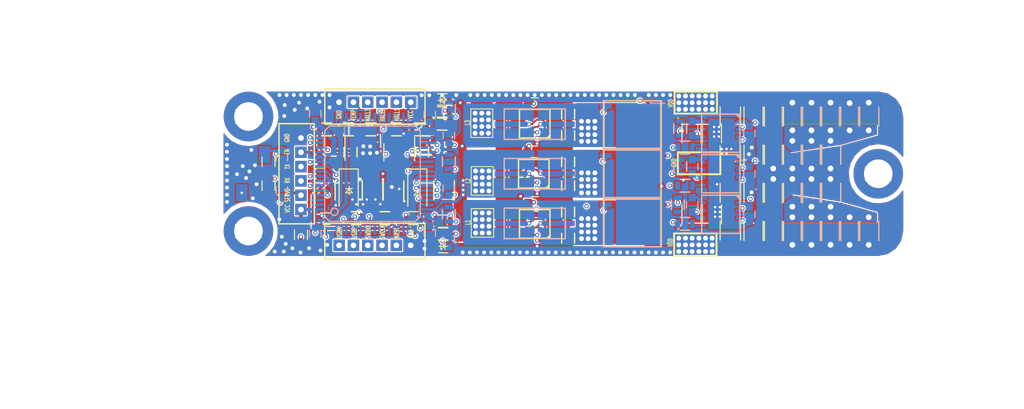
<source format=kicad_pcb>
(kicad_pcb (version 4) (host pcbnew 4.0.5)

  (general
    (links 464)
    (no_connects 0)
    (area 67.999499 81.999499 140.000501 100.000501)
    (thickness 1.6)
    (drawings 85)
    (tracks 1533)
    (zones 0)
    (modules 143)
    (nets 106)
  )

  (page A4 portrait)
  (layers
    (0 F.Cu signal)
    (1 In1.Cu signal)
    (2 In2.Cu signal)
    (31 B.Cu signal)
    (32 B.Adhes user)
    (33 F.Adhes user)
    (34 B.Paste user)
    (35 F.Paste user)
    (36 B.SilkS user)
    (37 F.SilkS user)
    (38 B.Mask user)
    (39 F.Mask user)
    (40 Dwgs.User user)
    (41 Cmts.User user)
    (42 Eco1.User user)
    (43 Eco2.User user)
    (44 Edge.Cuts user)
    (45 Margin user)
    (46 B.CrtYd user)
    (47 F.CrtYd user)
    (48 B.Fab user)
    (49 F.Fab user)
  )

  (setup
    (last_trace_width 0.19)
    (trace_clearance 0.127)
    (zone_clearance 0.128)
    (zone_45_only yes)
    (trace_min 0.126)
    (segment_width 0.1)
    (edge_width 0.02)
    (via_size 0.7)
    (via_drill 0.4)
    (via_min_size 0.1)
    (via_min_drill 0.1)
    (uvia_size 0.3)
    (uvia_drill 0.1)
    (uvias_allowed no)
    (uvia_min_size 0.2)
    (uvia_min_drill 0.1)
    (pcb_text_width 0.3)
    (pcb_text_size 1.5 1.5)
    (mod_edge_width 0.15)
    (mod_text_size 1 1)
    (mod_text_width 0.15)
    (pad_size 5.2 5.2)
    (pad_drill 3)
    (pad_to_mask_clearance 0.02)
    (pad_to_paste_clearance 0.02)
    (aux_axis_origin 0 0)
    (visible_elements 7FFFFFFF)
    (pcbplotparams
      (layerselection 0x00030_80000001)
      (usegerberextensions false)
      (excludeedgelayer true)
      (linewidth 0.100000)
      (plotframeref false)
      (viasonmask false)
      (mode 1)
      (useauxorigin false)
      (hpglpennumber 1)
      (hpglpenspeed 20)
      (hpglpendiameter 15)
      (hpglpenoverlay 2)
      (psnegative false)
      (psa4output false)
      (plotreference true)
      (plotvalue true)
      (plotinvisibletext false)
      (padsonsilk false)
      (subtractmaskfromsilk false)
      (outputformat 1)
      (mirror false)
      (drillshape 0)
      (scaleselection 1)
      (outputdirectory ../../../../../../Desktop/))
  )

  (net 0 "")
  (net 1 VDD)
  (net 2 "Net-(Q1-Pad1)")
  (net 3 "Net-(Q2-Pad1)")
  (net 4 VSS)
  (net 5 "Net-(Q3-Pad1)")
  (net 6 "Net-(Q4-Pad1)")
  (net 7 "Net-(Q5-Pad1)")
  (net 8 "Net-(Q6-Pad1)")
  (net 9 "Net-(C1-Pad1)")
  (net 10 "Net-(C2-Pad1)")
  (net 11 "Net-(C3-Pad1)")
  (net 12 "Net-(U4-Pad4)")
  (net 13 "Net-(U5-Pad4)")
  (net 14 "Net-(U6-Pad4)")
  (net 15 "Net-(U7-Pad4)")
  (net 16 "Net-(U7-Pad2)")
  (net 17 "Net-(U7-Pad3)")
  (net 18 "Net-(U7-Pad17)")
  (net 19 "Net-(U7-Pad20)")
  (net 20 "Net-(U7-Pad21)")
  (net 21 "Net-(U7-Pad22)")
  (net 22 "Net-(U7-Pad23)")
  (net 23 "Net-(U7-Pad33)")
  (net 24 "Net-(U7-Pad40)")
  (net 25 "Net-(U7-Pad50)")
  (net 26 "Net-(U7-Pad51)")
  (net 27 "Net-(U7-Pad52)")
  (net 28 "Net-(U7-Pad53)")
  (net 29 "Net-(U7-Pad54)")
  (net 30 "Net-(U7-Pad55)")
  (net 31 "Net-(U7-Pad56)")
  (net 32 "Net-(U7-Pad25)")
  (net 33 "Net-(U7-Pad58)")
  (net 34 "Net-(U7-Pad59)")
  (net 35 "Net-(U7-Pad28)")
  (net 36 "Net-(U7-Pad29)")
  (net 37 "Net-(U7-Pad30)")
  (net 38 "Net-(P1-Pad1)")
  (net 39 "Net-(P2-Pad1)")
  (net 40 "Net-(P3-Pad1)")
  (net 41 /r2_N)
  (net 42 /r3_N)
  (net 43 /r2_P)
  (net 44 /r3_P)
  (net 45 SH1)
  (net 46 SH2)
  (net 47 SH3)
  (net 48 C1)
  (net 49 C2)
  (net 50 C3)
  (net 51 "Net-(C17-Pad2)")
  (net 52 "Net-(C18-Pad2)")
  (net 53 VCC)
  (net 54 /r1_N)
  (net 55 /r1_P)
  (net 56 SENS_SUPPLY)
  (net 57 "Net-(R6-Pad2)")
  (net 58 "Net-(R7-Pad2)")
  (net 59 "Net-(R8-Pad2)")
  (net 60 "Net-(R9-Pad2)")
  (net 61 "Net-(R10-Pad2)")
  (net 62 "Net-(R11-Pad2)")
  (net 63 SENS_1)
  (net 64 SENS_2)
  (net 65 SENS_3)
  (net 66 I1)
  (net 67 I2)
  (net 68 I3)
  (net 69 LI1)
  (net 70 HI1)
  (net 71 LI2)
  (net 72 HI2)
  (net 73 LI3)
  (net 74 HI3)
  (net 75 "Net-(C23-Pad1)")
  (net 76 "Net-(C23-Pad2)")
  (net 77 "Net-(L1-Pad2)")
  (net 78 "Net-(C22-Pad2)")
  (net 79 +9V)
  (net 80 "Net-(C26-Pad2)")
  (net 81 "Net-(C27-Pad1)")
  (net 82 "Net-(C27-Pad2)")
  (net 83 "Net-(L2-Pad2)")
  (net 84 "Net-(P10-Pad2)")
  (net 85 USB-DM)
  (net 86 USB-DP)
  (net 87 "Net-(D3-Pad1)")
  (net 88 "Net-(D4-Pad1)")
  (net 89 LED_GREEN)
  (net 90 LED_RED)
  (net 91 HALL_1)
  (net 92 HALL_2)
  (net 93 HALL_3)
  (net 94 SWCLK)
  (net 95 SWDIO)
  (net 96 NRST)
  (net 97 "Net-(C30-Pad1)")
  (net 98 "Net-(C31-Pad1)")
  (net 99 SERVO)
  (net 100 "Net-(P10-Pad1)")
  (net 101 TEMP_MOTOR)
  (net 102 RX)
  (net 103 TX)
  (net 104 EN)
  (net 105 servoi)

  (net_class Default "This is the default net class."
    (clearance 0.127)
    (trace_width 0.19)
    (via_dia 0.7)
    (via_drill 0.4)
    (uvia_dia 0.3)
    (uvia_drill 0.1)
    (add_net +9V)
    (add_net /r1_N)
    (add_net /r1_P)
    (add_net /r2_N)
    (add_net /r2_P)
    (add_net /r3_N)
    (add_net /r3_P)
    (add_net C1)
    (add_net C2)
    (add_net C3)
    (add_net EN)
    (add_net HALL_1)
    (add_net HALL_2)
    (add_net HALL_3)
    (add_net HI1)
    (add_net HI2)
    (add_net HI3)
    (add_net I1)
    (add_net I2)
    (add_net I3)
    (add_net LED_GREEN)
    (add_net LED_RED)
    (add_net LI1)
    (add_net LI2)
    (add_net LI3)
    (add_net NRST)
    (add_net "Net-(C1-Pad1)")
    (add_net "Net-(C17-Pad2)")
    (add_net "Net-(C18-Pad2)")
    (add_net "Net-(C2-Pad1)")
    (add_net "Net-(C22-Pad2)")
    (add_net "Net-(C23-Pad1)")
    (add_net "Net-(C23-Pad2)")
    (add_net "Net-(C26-Pad2)")
    (add_net "Net-(C27-Pad1)")
    (add_net "Net-(C27-Pad2)")
    (add_net "Net-(C3-Pad1)")
    (add_net "Net-(C30-Pad1)")
    (add_net "Net-(C31-Pad1)")
    (add_net "Net-(D3-Pad1)")
    (add_net "Net-(D4-Pad1)")
    (add_net "Net-(L1-Pad2)")
    (add_net "Net-(L2-Pad2)")
    (add_net "Net-(P1-Pad1)")
    (add_net "Net-(P10-Pad1)")
    (add_net "Net-(P10-Pad2)")
    (add_net "Net-(P2-Pad1)")
    (add_net "Net-(P3-Pad1)")
    (add_net "Net-(Q1-Pad1)")
    (add_net "Net-(Q2-Pad1)")
    (add_net "Net-(Q3-Pad1)")
    (add_net "Net-(Q4-Pad1)")
    (add_net "Net-(Q5-Pad1)")
    (add_net "Net-(Q6-Pad1)")
    (add_net "Net-(R10-Pad2)")
    (add_net "Net-(R11-Pad2)")
    (add_net "Net-(R6-Pad2)")
    (add_net "Net-(R7-Pad2)")
    (add_net "Net-(R8-Pad2)")
    (add_net "Net-(R9-Pad2)")
    (add_net "Net-(U4-Pad4)")
    (add_net "Net-(U5-Pad4)")
    (add_net "Net-(U6-Pad4)")
    (add_net "Net-(U7-Pad17)")
    (add_net "Net-(U7-Pad2)")
    (add_net "Net-(U7-Pad20)")
    (add_net "Net-(U7-Pad21)")
    (add_net "Net-(U7-Pad22)")
    (add_net "Net-(U7-Pad23)")
    (add_net "Net-(U7-Pad25)")
    (add_net "Net-(U7-Pad28)")
    (add_net "Net-(U7-Pad29)")
    (add_net "Net-(U7-Pad3)")
    (add_net "Net-(U7-Pad30)")
    (add_net "Net-(U7-Pad33)")
    (add_net "Net-(U7-Pad4)")
    (add_net "Net-(U7-Pad40)")
    (add_net "Net-(U7-Pad50)")
    (add_net "Net-(U7-Pad51)")
    (add_net "Net-(U7-Pad52)")
    (add_net "Net-(U7-Pad53)")
    (add_net "Net-(U7-Pad54)")
    (add_net "Net-(U7-Pad55)")
    (add_net "Net-(U7-Pad56)")
    (add_net "Net-(U7-Pad58)")
    (add_net "Net-(U7-Pad59)")
    (add_net RX)
    (add_net SENS_1)
    (add_net SENS_2)
    (add_net SENS_3)
    (add_net SENS_SUPPLY)
    (add_net SERVO)
    (add_net SH1)
    (add_net SH2)
    (add_net SH3)
    (add_net SWCLK)
    (add_net SWDIO)
    (add_net TEMP_MOTOR)
    (add_net TX)
    (add_net USB-DM)
    (add_net USB-DP)
    (add_net VCC)
    (add_net VDD)
    (add_net VSS)
    (add_net servoi)
  )

  (net_class 05 ""
    (clearance 0.127)
    (trace_width 0.3)
    (via_dia 0.46)
    (via_drill 0.254)
    (uvia_dia 0.3)
    (uvia_drill 0.1)
  )

  (net_class abc ""
    (clearance 0.127)
    (trace_width 0.127)
    (via_dia 1)
    (via_drill 0.8)
    (uvia_dia 0.3)
    (uvia_drill 0.1)
  )

  (net_class vss ""
    (clearance 0.127)
    (trace_width 0.127)
    (via_dia 0.8)
    (via_drill 0.5)
    (uvia_dia 0.3)
    (uvia_drill 0.1)
  )

  (module Pin_Headers:Pin_Header_Straight_1x01_Pitch1.27mm (layer F.Cu) (tedit 58EFBF8F) (tstamp 58EFBF82)
    (at 71 85)
    (descr "Through hole straight pin header, 1x01, 1.27mm pitch, single row")
    (tags "Through hole pin header THT 1x01 1.27mm single row")
    (fp_text reference REF** (at 0 -1.695) (layer F.SilkS) hide
      (effects (font (size 1 1) (thickness 0.15)))
    )
    (fp_text value Pin_Header_Straight_1x01_Pitch1.27mm (at 0 1.695) (layer F.Fab) hide
      (effects (font (size 1 1) (thickness 0.15)))
    )
    (fp_line (start -1.27 -0.635) (end -1.27 0.635) (layer F.Fab) (width 0.1))
    (fp_line (start -1.27 0.635) (end 1.27 0.635) (layer F.Fab) (width 0.1))
    (fp_line (start 1.27 0.635) (end 1.27 -0.635) (layer F.Fab) (width 0.1))
    (fp_line (start 1.27 -0.635) (end -1.27 -0.635) (layer F.Fab) (width 0.1))
    (fp_line (start -1.33 0.635) (end -1.33 0.695) (layer F.SilkS) (width 0.12))
    (fp_line (start -1.33 0.695) (end 1.33 0.695) (layer F.SilkS) (width 0.12))
    (fp_line (start 1.33 0.695) (end 1.33 0.635) (layer F.SilkS) (width 0.12))
    (fp_line (start 1.33 0.635) (end -1.33 0.635) (layer F.SilkS) (width 0.12))
    (fp_line (start -1.33 0) (end -1.33 -0.695) (layer F.SilkS) (width 0.12))
    (fp_line (start -1.33 -0.695) (end 0 -0.695) (layer F.SilkS) (width 0.12))
    (fp_line (start -1.8 -1.15) (end -1.8 1.15) (layer F.CrtYd) (width 0.05))
    (fp_line (start -1.8 1.15) (end 1.8 1.15) (layer F.CrtYd) (width 0.05))
    (fp_line (start 1.8 1.15) (end 1.8 -1.15) (layer F.CrtYd) (width 0.05))
    (fp_line (start 1.8 -1.15) (end -1.8 -1.15) (layer F.CrtYd) (width 0.05))
    (fp_text user %R (at 0 -1.695) (layer F.Fab)
      (effects (font (size 1 1) (thickness 0.15)))
    )
    (pad 1 thru_hole circle (at 0 0) (size 5.2 5.2) (drill 3) (layers *.Cu *.Mask))
    (model ${KISYS3DMOD}/Pin_Headers.3dshapes/Pin_Header_Straight_1x01_Pitch1.27mm.wrl
      (at (xyz 0 0 0))
      (scale (xyz 1 1 1))
      (rotate (xyz 0 0 0))
    )
  )

  (module Pin_Headers:Pin_Header_Straight_1x01_Pitch1.27mm (layer F.Cu) (tedit 58EFBF84) (tstamp 58EFBF6F)
    (at 71 97)
    (descr "Through hole straight pin header, 1x01, 1.27mm pitch, single row")
    (tags "Through hole pin header THT 1x01 1.27mm single row")
    (fp_text reference REF** (at 0 -1.695) (layer F.SilkS) hide
      (effects (font (size 1 1) (thickness 0.15)))
    )
    (fp_text value Pin_Header_Straight_1x01_Pitch1.27mm (at 0 1.695) (layer F.Fab) hide
      (effects (font (size 1 1) (thickness 0.15)))
    )
    (fp_line (start -1.27 -0.635) (end -1.27 0.635) (layer F.Fab) (width 0.1))
    (fp_line (start -1.27 0.635) (end 1.27 0.635) (layer F.Fab) (width 0.1))
    (fp_line (start 1.27 0.635) (end 1.27 -0.635) (layer F.Fab) (width 0.1))
    (fp_line (start 1.27 -0.635) (end -1.27 -0.635) (layer F.Fab) (width 0.1))
    (fp_line (start -1.33 0.635) (end -1.33 0.695) (layer F.SilkS) (width 0.12))
    (fp_line (start -1.33 0.695) (end 1.33 0.695) (layer F.SilkS) (width 0.12))
    (fp_line (start 1.33 0.695) (end 1.33 0.635) (layer F.SilkS) (width 0.12))
    (fp_line (start 1.33 0.635) (end -1.33 0.635) (layer F.SilkS) (width 0.12))
    (fp_line (start -1.33 0) (end -1.33 -0.695) (layer F.SilkS) (width 0.12))
    (fp_line (start -1.33 -0.695) (end 0 -0.695) (layer F.SilkS) (width 0.12))
    (fp_line (start -1.8 -1.15) (end -1.8 1.15) (layer F.CrtYd) (width 0.05))
    (fp_line (start -1.8 1.15) (end 1.8 1.15) (layer F.CrtYd) (width 0.05))
    (fp_line (start 1.8 1.15) (end 1.8 -1.15) (layer F.CrtYd) (width 0.05))
    (fp_line (start 1.8 -1.15) (end -1.8 -1.15) (layer F.CrtYd) (width 0.05))
    (fp_text user %R (at 0 -1.695) (layer F.Fab)
      (effects (font (size 1 1) (thickness 0.15)))
    )
    (pad 1 thru_hole circle (at 0 0) (size 5.2 5.2) (drill 3) (layers *.Cu *.Mask))
    (model ${KISYS3DMOD}/Pin_Headers.3dshapes/Pin_Header_Straight_1x01_Pitch1.27mm.wrl
      (at (xyz 0 0 0))
      (scale (xyz 1 1 1))
      (rotate (xyz 0 0 0))
    )
  )

  (module kicad_subory:2512R (layer B.Cu) (tedit 58EE59F1) (tstamp 5890FF9B)
    (at 101 96.2)
    (path /5890FF81)
    (fp_text reference R2 (at 0 -3.6) (layer B.SilkS) hide
      (effects (font (size 1 1) (thickness 0.15)) (justify mirror))
    )
    (fp_text value RSENS (at 0.2 3.4) (layer B.Fab)
      (effects (font (size 1 1) (thickness 0.15)) (justify mirror))
    )
    (fp_line (start 3.2 1.6) (end -3.2 1.6) (layer B.SilkS) (width 0.15))
    (fp_line (start 3.2 -1.6) (end 3.2 1.6) (layer B.SilkS) (width 0.15))
    (fp_line (start -3.2 -1.6) (end 3.2 -1.6) (layer B.SilkS) (width 0.15))
    (fp_line (start -3.2 1.6) (end -3.2 -1.6) (layer B.SilkS) (width 0.15))
    (pad 3 smd rect (at -2.5 0) (size 3.4 0.6) (layers B.Cu B.Paste B.Mask)
      (net 41 /r2_N))
    (pad 4 smd rect (at 2.5 0) (size 3.4 0.6) (layers B.Cu B.Paste B.Mask)
      (net 43 /r2_P))
    (pad 1 smd rect (at -2.5 1.4) (size 3.4 1.2) (layers B.Cu B.Paste B.Mask)
      (net 39 "Net-(P2-Pad1)"))
    (pad 2 smd rect (at 2.5 1.4) (size 3.4 1.2) (layers B.Cu B.Paste B.Mask)
      (net 46 SH2))
    (pad 1 smd rect (at -2.5 -1.4) (size 3.4 1.2) (layers B.Cu B.Paste B.Mask)
      (net 39 "Net-(P2-Pad1)"))
    (pad 2 smd rect (at 2.5 -1.4) (size 3.4 1.2) (layers B.Cu B.Paste B.Mask)
      (net 46 SH2))
    (model Resistors_SMD.3dshapes/R_2512.wrl
      (at (xyz 0 0 0))
      (scale (xyz 1 1 1))
      (rotate (xyz 0 0 0))
    )
  )

  (module kicad_subory:PQFN5x6B (layer F.Cu) (tedit 58EE590B) (tstamp 5890FF5D)
    (at 114.005 96.15 180)
    (path /5890FF3B)
    (fp_text reference Q4 (at -3.5 0 270) (layer F.SilkS) hide
      (effects (font (size 1 1) (thickness 0.15)))
    )
    (fp_text value Q_NMOS_GSD (at 2.75 -3.5 180) (layer F.Fab)
      (effects (font (size 1 1) (thickness 0.15)))
    )
    (fp_line (start -0.25 -2.5) (end 5.75 -2.5) (layer F.SilkS) (width 0.15))
    (fp_line (start 5.75 -2.5) (end 5.75 2.5) (layer F.SilkS) (width 0.15))
    (fp_line (start 5.75 2.5) (end -0.25 2.5) (layer F.SilkS) (width 0.15))
    (fp_line (start -0.25 2.5) (end -0.25 -2.5) (layer F.SilkS) (width 0.15))
    (pad 3 smd rect (at 5.77 -0.635 180) (size 0.79 0.5) (layers F.Cu F.Paste F.Mask)
      (net 46 SH2))
    (pad 3 smd rect (at 5.77 0.635 180) (size 0.79 0.5) (layers F.Cu F.Paste F.Mask)
      (net 46 SH2))
    (pad 3 smd rect (at 5.77 1.905 180) (size 0.79 0.5) (layers F.Cu F.Paste F.Mask)
      (net 46 SH2))
    (pad 1 smd rect (at 0 1.905 180) (size 1.25 0.5) (layers F.Cu F.Paste F.Mask)
      (net 6 "Net-(Q4-Pad1)"))
    (pad 2 smd rect (at 0 0.635 180) (size 1.25 0.5) (layers F.Cu F.Paste F.Mask)
      (net 4 VSS))
    (pad 2 smd rect (at 0 -0.635 180) (size 1.25 0.5) (layers F.Cu F.Paste F.Mask)
      (net 4 VSS))
    (pad 2 smd rect (at 0 -1.905 180) (size 1.25 0.5) (layers F.Cu F.Paste F.Mask)
      (net 4 VSS))
    (pad 3 smd rect (at 3.555 0 180) (size 3.65 4.31) (layers F.Cu F.Paste F.Mask)
      (net 46 SH2))
    (pad 3 smd rect (at 5.77 -1.905 180) (size 0.79 0.5) (layers F.Cu F.Paste F.Mask)
      (net 46 SH2))
    (model "../../../../../../Users/Anton/OneDrive/Work/Work/Kicad/kicad_subory/3dmodels/1PQFN 5x6.wrl"
      (at (xyz -0.01 0.098 0))
      (scale (xyz 1 1 1))
      (rotate (xyz 0 0 0))
    )
  )

  (module kicad_subory:PQFN5x6B (layer B.Cu) (tedit 58EE59FF) (tstamp 5890FF2A)
    (at 108.445 91)
    (path /589100ED)
    (fp_text reference Q1 (at -1.5 0 90) (layer B.SilkS) hide
      (effects (font (size 1 1) (thickness 0.15)) (justify mirror))
    )
    (fp_text value Q_NMOS_GSD (at 2.75 3.5) (layer B.Fab)
      (effects (font (size 1 1) (thickness 0.15)) (justify mirror))
    )
    (fp_line (start -0.25 2.5) (end 5.75 2.5) (layer B.SilkS) (width 0.15))
    (fp_line (start 5.75 2.5) (end 5.75 -2.5) (layer B.SilkS) (width 0.15))
    (fp_line (start 5.75 -2.5) (end -0.25 -2.5) (layer B.SilkS) (width 0.15))
    (fp_line (start -0.25 -2.5) (end -0.25 2.5) (layer B.SilkS) (width 0.15))
    (pad 3 smd rect (at 5.77 0.635) (size 0.79 0.5) (layers B.Cu B.Paste B.Mask)
      (net 1 VDD))
    (pad 3 smd rect (at 5.77 -0.635) (size 0.79 0.5) (layers B.Cu B.Paste B.Mask)
      (net 1 VDD))
    (pad 3 smd rect (at 5.77 -1.905) (size 0.79 0.5) (layers B.Cu B.Paste B.Mask)
      (net 1 VDD))
    (pad 1 smd rect (at 0 -1.905) (size 1.25 0.5) (layers B.Cu B.Paste B.Mask)
      (net 2 "Net-(Q1-Pad1)"))
    (pad 2 smd rect (at 0 -0.635) (size 1.25 0.5) (layers B.Cu B.Paste B.Mask)
      (net 45 SH1))
    (pad 2 smd rect (at 0 0.635) (size 1.25 0.5) (layers B.Cu B.Paste B.Mask)
      (net 45 SH1))
    (pad 2 smd rect (at 0 1.905) (size 1.25 0.5) (layers B.Cu B.Paste B.Mask)
      (net 45 SH1))
    (pad 3 smd rect (at 3.555 0) (size 3.65 4.31) (layers B.Cu B.Paste B.Mask)
      (net 1 VDD))
    (pad 3 smd rect (at 5.77 1.905) (size 0.79 0.5) (layers B.Cu B.Paste B.Mask)
      (net 1 VDD))
    (model "../../../../../../Users/Anton/OneDrive/Work/Work/Kicad/kicad_subory/3dmodels/1PQFN 5x6.wrl"
      (at (xyz -0.01 0.098 0))
      (scale (xyz 1 1 1))
      (rotate (xyz 0 0 0))
    )
  )

  (module kicad_subory:PQFN5x6B (layer F.Cu) (tedit 58EE58F8) (tstamp 5890FF3B)
    (at 114 91 180)
    (path /589100F3)
    (fp_text reference Q2 (at -3.5 0 270) (layer F.SilkS) hide
      (effects (font (size 1 1) (thickness 0.15)))
    )
    (fp_text value Q_NMOS_GSD (at 2.75 -3.5 180) (layer F.Fab)
      (effects (font (size 1 1) (thickness 0.15)))
    )
    (fp_line (start -0.25 -2.5) (end 5.75 -2.5) (layer F.SilkS) (width 0.15))
    (fp_line (start 5.75 -2.5) (end 5.75 2.5) (layer F.SilkS) (width 0.15))
    (fp_line (start 5.75 2.5) (end -0.25 2.5) (layer F.SilkS) (width 0.15))
    (fp_line (start -0.25 2.5) (end -0.25 -2.5) (layer F.SilkS) (width 0.15))
    (pad 3 smd rect (at 5.77 -0.635 180) (size 0.79 0.5) (layers F.Cu F.Paste F.Mask)
      (net 45 SH1))
    (pad 3 smd rect (at 5.77 0.635 180) (size 0.79 0.5) (layers F.Cu F.Paste F.Mask)
      (net 45 SH1))
    (pad 3 smd rect (at 5.77 1.905 180) (size 0.79 0.5) (layers F.Cu F.Paste F.Mask)
      (net 45 SH1))
    (pad 1 smd rect (at 0 1.905 180) (size 1.25 0.5) (layers F.Cu F.Paste F.Mask)
      (net 3 "Net-(Q2-Pad1)"))
    (pad 2 smd rect (at 0 0.635 180) (size 1.25 0.5) (layers F.Cu F.Paste F.Mask)
      (net 4 VSS))
    (pad 2 smd rect (at 0 -0.635 180) (size 1.25 0.5) (layers F.Cu F.Paste F.Mask)
      (net 4 VSS))
    (pad 2 smd rect (at 0 -1.905 180) (size 1.25 0.5) (layers F.Cu F.Paste F.Mask)
      (net 4 VSS))
    (pad 3 smd rect (at 3.555 0 180) (size 3.65 4.31) (layers F.Cu F.Paste F.Mask)
      (net 45 SH1))
    (pad 3 smd rect (at 5.77 -1.905 180) (size 0.79 0.5) (layers F.Cu F.Paste F.Mask)
      (net 45 SH1))
    (model "../../../../../../Users/Anton/OneDrive/Work/Work/Kicad/kicad_subory/3dmodels/1PQFN 5x6.wrl"
      (at (xyz -0.01 0.098 0))
      (scale (xyz 1 1 1))
      (rotate (xyz 0 0 0))
    )
  )

  (module kicad_subory:PQFN5x6B (layer B.Cu) (tedit 58EE5A02) (tstamp 5890FF4C)
    (at 108.445 96.15)
    (path /5890FF35)
    (fp_text reference Q3 (at -1.5 0 90) (layer B.SilkS) hide
      (effects (font (size 1 1) (thickness 0.15)) (justify mirror))
    )
    (fp_text value Q_NMOS_GSD (at 2.75 3.5) (layer B.Fab)
      (effects (font (size 1 1) (thickness 0.15)) (justify mirror))
    )
    (fp_line (start -0.25 2.5) (end 5.75 2.5) (layer B.SilkS) (width 0.15))
    (fp_line (start 5.75 2.5) (end 5.75 -2.5) (layer B.SilkS) (width 0.15))
    (fp_line (start 5.75 -2.5) (end -0.25 -2.5) (layer B.SilkS) (width 0.15))
    (fp_line (start -0.25 -2.5) (end -0.25 2.5) (layer B.SilkS) (width 0.15))
    (pad 3 smd rect (at 5.77 0.635) (size 0.79 0.5) (layers B.Cu B.Paste B.Mask)
      (net 1 VDD))
    (pad 3 smd rect (at 5.77 -0.635) (size 0.79 0.5) (layers B.Cu B.Paste B.Mask)
      (net 1 VDD))
    (pad 3 smd rect (at 5.77 -1.905) (size 0.79 0.5) (layers B.Cu B.Paste B.Mask)
      (net 1 VDD))
    (pad 1 smd rect (at 0 -1.905) (size 1.25 0.5) (layers B.Cu B.Paste B.Mask)
      (net 5 "Net-(Q3-Pad1)"))
    (pad 2 smd rect (at 0 -0.635) (size 1.25 0.5) (layers B.Cu B.Paste B.Mask)
      (net 46 SH2))
    (pad 2 smd rect (at 0 0.635) (size 1.25 0.5) (layers B.Cu B.Paste B.Mask)
      (net 46 SH2))
    (pad 2 smd rect (at 0 1.905) (size 1.25 0.5) (layers B.Cu B.Paste B.Mask)
      (net 46 SH2))
    (pad 3 smd rect (at 3.555 0) (size 3.65 4.31) (layers B.Cu B.Paste B.Mask)
      (net 1 VDD))
    (pad 3 smd rect (at 5.77 1.905) (size 0.79 0.5) (layers B.Cu B.Paste B.Mask)
      (net 1 VDD))
    (model "../../../../../../Users/Anton/OneDrive/Work/Work/Kicad/kicad_subory/3dmodels/1PQFN 5x6.wrl"
      (at (xyz -0.01 0.098 0))
      (scale (xyz 1 1 1))
      (rotate (xyz 0 0 0))
    )
  )

  (module kicad_subory:PQFN5x6B (layer B.Cu) (tedit 58EE59FD) (tstamp 5890FF6E)
    (at 108.445 85.85)
    (path /5890D596)
    (fp_text reference Q5 (at -1.5 0 90) (layer B.SilkS) hide
      (effects (font (size 1 1) (thickness 0.15)) (justify mirror))
    )
    (fp_text value Q_NMOS_GSD (at 2.75 3.5) (layer B.Fab)
      (effects (font (size 1 1) (thickness 0.15)) (justify mirror))
    )
    (fp_line (start -0.25 2.5) (end 5.75 2.5) (layer B.SilkS) (width 0.15))
    (fp_line (start 5.75 2.5) (end 5.75 -2.5) (layer B.SilkS) (width 0.15))
    (fp_line (start 5.75 -2.5) (end -0.25 -2.5) (layer B.SilkS) (width 0.15))
    (fp_line (start -0.25 -2.5) (end -0.25 2.5) (layer B.SilkS) (width 0.15))
    (pad 3 smd rect (at 5.77 0.635) (size 0.79 0.5) (layers B.Cu B.Paste B.Mask)
      (net 1 VDD))
    (pad 3 smd rect (at 5.77 -0.635) (size 0.79 0.5) (layers B.Cu B.Paste B.Mask)
      (net 1 VDD))
    (pad 3 smd rect (at 5.77 -1.905) (size 0.79 0.5) (layers B.Cu B.Paste B.Mask)
      (net 1 VDD))
    (pad 1 smd rect (at 0 -1.905) (size 1.25 0.5) (layers B.Cu B.Paste B.Mask)
      (net 7 "Net-(Q5-Pad1)"))
    (pad 2 smd rect (at 0 -0.635) (size 1.25 0.5) (layers B.Cu B.Paste B.Mask)
      (net 47 SH3))
    (pad 2 smd rect (at 0 0.635) (size 1.25 0.5) (layers B.Cu B.Paste B.Mask)
      (net 47 SH3))
    (pad 2 smd rect (at 0 1.905) (size 1.25 0.5) (layers B.Cu B.Paste B.Mask)
      (net 47 SH3))
    (pad 3 smd rect (at 3.555 0) (size 3.65 4.31) (layers B.Cu B.Paste B.Mask)
      (net 1 VDD))
    (pad 3 smd rect (at 5.77 1.905) (size 0.79 0.5) (layers B.Cu B.Paste B.Mask)
      (net 1 VDD))
    (model "../../../../../../Users/Anton/OneDrive/Work/Work/Kicad/kicad_subory/3dmodels/1PQFN 5x6.wrl"
      (at (xyz -0.01 0.098 0))
      (scale (xyz 1 1 1))
      (rotate (xyz 0 0 0))
    )
  )

  (module kicad_subory:PQFN5x6B (layer F.Cu) (tedit 58EE58E8) (tstamp 5890FF7F)
    (at 114.005 85.85 180)
    (path /5890DDDE)
    (fp_text reference Q6 (at -3.5 0 270) (layer F.SilkS) hide
      (effects (font (size 1 1) (thickness 0.15)))
    )
    (fp_text value Q_NMOS_GSD (at 2.75 -3.5 180) (layer F.Fab)
      (effects (font (size 1 1) (thickness 0.15)))
    )
    (fp_line (start -0.25 -2.5) (end 5.75 -2.5) (layer F.SilkS) (width 0.15))
    (fp_line (start 5.75 -2.5) (end 5.75 2.5) (layer F.SilkS) (width 0.15))
    (fp_line (start 5.75 2.5) (end -0.25 2.5) (layer F.SilkS) (width 0.15))
    (fp_line (start -0.25 2.5) (end -0.25 -2.5) (layer F.SilkS) (width 0.15))
    (pad 3 smd rect (at 5.77 -0.635 180) (size 0.79 0.5) (layers F.Cu F.Paste F.Mask)
      (net 47 SH3))
    (pad 3 smd rect (at 5.77 0.635 180) (size 0.79 0.5) (layers F.Cu F.Paste F.Mask)
      (net 47 SH3))
    (pad 3 smd rect (at 5.77 1.905 180) (size 0.79 0.5) (layers F.Cu F.Paste F.Mask)
      (net 47 SH3))
    (pad 1 smd rect (at 0 1.905 180) (size 1.25 0.5) (layers F.Cu F.Paste F.Mask)
      (net 8 "Net-(Q6-Pad1)"))
    (pad 2 smd rect (at 0 0.635 180) (size 1.25 0.5) (layers F.Cu F.Paste F.Mask)
      (net 4 VSS))
    (pad 2 smd rect (at 0 -0.635 180) (size 1.25 0.5) (layers F.Cu F.Paste F.Mask)
      (net 4 VSS))
    (pad 2 smd rect (at 0 -1.905 180) (size 1.25 0.5) (layers F.Cu F.Paste F.Mask)
      (net 4 VSS))
    (pad 3 smd rect (at 3.555 0 180) (size 3.65 4.31) (layers F.Cu F.Paste F.Mask)
      (net 47 SH3))
    (pad 3 smd rect (at 5.77 -1.905 180) (size 0.79 0.5) (layers F.Cu F.Paste F.Mask)
      (net 47 SH3))
    (model "../../../../../../Users/Anton/OneDrive/Work/Work/Kicad/kicad_subory/3dmodels/1PQFN 5x6.wrl"
      (at (xyz -0.01 0.098 0))
      (scale (xyz 1 1 1))
      (rotate (xyz 0 0 0))
    )
  )

  (module kicad_subory:2512R (layer B.Cu) (tedit 58EE5A7D) (tstamp 5890FF8D)
    (at 101 91)
    (path /58910139)
    (fp_text reference R1 (at 0 -3.6) (layer B.SilkS) hide
      (effects (font (size 1 1) (thickness 0.15)) (justify mirror))
    )
    (fp_text value RSENS (at 0.2 3.4) (layer B.Fab)
      (effects (font (size 1 1) (thickness 0.15)) (justify mirror))
    )
    (fp_line (start 3.2 1.6) (end -3.2 1.6) (layer B.SilkS) (width 0.15))
    (fp_line (start 3.2 -1.6) (end 3.2 1.6) (layer B.SilkS) (width 0.15))
    (fp_line (start -3.2 -1.6) (end 3.2 -1.6) (layer B.SilkS) (width 0.15))
    (fp_line (start -3.2 1.6) (end -3.2 -1.6) (layer B.SilkS) (width 0.15))
    (pad 3 smd rect (at -2.5 0) (size 3.4 0.6) (layers B.Cu B.Paste B.Mask)
      (net 54 /r1_N))
    (pad 4 smd rect (at 2.5 0) (size 3.4 0.6) (layers B.Cu B.Paste B.Mask)
      (net 55 /r1_P))
    (pad 1 smd rect (at -2.5 1.4) (size 3.4 1.2) (layers B.Cu B.Paste B.Mask)
      (net 38 "Net-(P1-Pad1)"))
    (pad 2 smd rect (at 2.5 1.4) (size 3.4 1.2) (layers B.Cu B.Paste B.Mask)
      (net 45 SH1))
    (pad 1 smd rect (at -2.5 -1.4) (size 3.4 1.2) (layers B.Cu B.Paste B.Mask)
      (net 38 "Net-(P1-Pad1)"))
    (pad 2 smd rect (at 2.5 -1.4) (size 3.4 1.2) (layers B.Cu B.Paste B.Mask)
      (net 45 SH1))
    (model Resistors_SMD.3dshapes/R_2512.wrl
      (at (xyz 0 0 0))
      (scale (xyz 1 1 1))
      (rotate (xyz 0 0 0))
    )
  )

  (module kicad_subory:2512R (layer B.Cu) (tedit 58EE59EF) (tstamp 5890FFA9)
    (at 101 85.8)
    (path /5890E02B)
    (fp_text reference R3 (at 0 -3.6) (layer B.SilkS) hide
      (effects (font (size 1 1) (thickness 0.15)) (justify mirror))
    )
    (fp_text value RSENS (at 0.2 3.4) (layer B.Fab)
      (effects (font (size 1 1) (thickness 0.15)) (justify mirror))
    )
    (fp_line (start 3.2 1.6) (end -3.2 1.6) (layer B.SilkS) (width 0.15))
    (fp_line (start 3.2 -1.6) (end 3.2 1.6) (layer B.SilkS) (width 0.15))
    (fp_line (start -3.2 -1.6) (end 3.2 -1.6) (layer B.SilkS) (width 0.15))
    (fp_line (start -3.2 1.6) (end -3.2 -1.6) (layer B.SilkS) (width 0.15))
    (pad 3 smd rect (at -2.5 0) (size 3.4 0.6) (layers B.Cu B.Paste B.Mask)
      (net 42 /r3_N))
    (pad 4 smd rect (at 2.5 0) (size 3.4 0.6) (layers B.Cu B.Paste B.Mask)
      (net 44 /r3_P))
    (pad 1 smd rect (at -2.5 1.4) (size 3.4 1.2) (layers B.Cu B.Paste B.Mask)
      (net 40 "Net-(P3-Pad1)"))
    (pad 2 smd rect (at 2.5 1.4) (size 3.4 1.2) (layers B.Cu B.Paste B.Mask)
      (net 47 SH3))
    (pad 1 smd rect (at -2.5 -1.4) (size 3.4 1.2) (layers B.Cu B.Paste B.Mask)
      (net 40 "Net-(P3-Pad1)"))
    (pad 2 smd rect (at 2.5 -1.4) (size 3.4 1.2) (layers B.Cu B.Paste B.Mask)
      (net 47 SH3))
    (model Resistors_SMD.3dshapes/R_2512.wrl
      (at (xyz 0 0 0))
      (scale (xyz 1 1 1))
      (rotate (xyz 0 0 0))
    )
  )

  (module kicad_subory:MSOP (layer F.Cu) (tedit 58EE5957) (tstamp 5890FFFB)
    (at 100.9 91 180)
    (descr "MS8E Package; 8-Lead Plastic MSOP, Exposed Die Pad (see Linear Technology 05081662_K_MS8E.pdf)")
    (tags "SSOP 0.65")
    (path /5891012A)
    (attr smd)
    (fp_text reference U4 (at 0 -2.55 180) (layer F.SilkS) hide
      (effects (font (size 1 1) (thickness 0.15)))
    )
    (fp_text value AD8418 (at 0 2.55 180) (layer F.Fab)
      (effects (font (size 1 1) (thickness 0.15)))
    )
    (fp_line (start -2.8 1.8) (end 2.8 1.8) (layer F.CrtYd) (width 0.05))
    (fp_line (start -2.8 -1.8) (end 2.8 -1.8) (layer F.CrtYd) (width 0.05))
    (fp_line (start 2.8 -1.8) (end 2.8 1.8) (layer F.CrtYd) (width 0.05))
    (fp_line (start -2.8 -1.8) (end -2.8 1.8) (layer F.CrtYd) (width 0.05))
    (fp_line (start -1.6 -1.5) (end 1.6 -1.5) (layer F.SilkS) (width 0.15))
    (fp_line (start -1.6 1.5) (end -1.6 -1.5) (layer F.SilkS) (width 0.15))
    (fp_line (start 1.6 1.5) (end -1.6 1.5) (layer F.SilkS) (width 0.15))
    (fp_line (start 1.6 -1.5) (end 1.6 1.5) (layer F.SilkS) (width 0.15))
    (fp_line (start -1.3 -1.5) (end -1.5 -1.4) (layer F.SilkS) (width 0.15))
    (fp_line (start -1.6 -1.2) (end -1.3 -1.5) (layer F.SilkS) (width 0.15))
    (pad 8 smd rect (at 2.105 -0.975 180) (size 0.89 0.42) (layers F.Cu F.Paste F.Mask)
      (net 55 /r1_P))
    (pad 7 smd rect (at 2.105 -0.325 180) (size 0.89 0.42) (layers F.Cu F.Paste F.Mask)
      (net 53 VCC))
    (pad 6 smd rect (at 2.105 0.325 180) (size 0.89 0.42) (layers F.Cu F.Paste F.Mask)
      (net 53 VCC))
    (pad 5 smd rect (at 2.105 0.975 180) (size 0.89 0.42) (layers F.Cu F.Paste F.Mask)
      (net 66 I1))
    (pad 4 smd rect (at -2.105 0.975 180) (size 0.89 0.42) (layers F.Cu F.Paste F.Mask)
      (net 12 "Net-(U4-Pad4)"))
    (pad 3 smd rect (at -2.105 0.325 180) (size 0.89 0.42) (layers F.Cu F.Paste F.Mask)
      (net 4 VSS))
    (pad 2 smd rect (at -2.105 -0.325 180) (size 0.89 0.42) (layers F.Cu F.Paste F.Mask)
      (net 4 VSS))
    (pad 1 smd rect (at -2.105 -0.975 180) (size 0.89 0.42) (layers F.Cu F.Paste F.Mask)
      (net 54 /r1_N))
    (model Housings_SSOP.3dshapes/MSOP-8-1EP_3x3mm_Pitch0.65mm.wrl
      (at (xyz 0 0 0))
      (scale (xyz 1 1 1))
      (rotate (xyz 0 0 0))
    )
  )

  (module kicad_subory:MSOP (layer F.Cu) (tedit 58EE595E) (tstamp 58910011)
    (at 101 96.25 180)
    (descr "MS8E Package; 8-Lead Plastic MSOP, Exposed Die Pad (see Linear Technology 05081662_K_MS8E.pdf)")
    (tags "SSOP 0.65")
    (path /5890FF72)
    (attr smd)
    (fp_text reference U5 (at 0 -2.55 180) (layer F.SilkS) hide
      (effects (font (size 1 1) (thickness 0.15)))
    )
    (fp_text value AD8418 (at 0 2.55 180) (layer F.Fab)
      (effects (font (size 1 1) (thickness 0.15)))
    )
    (fp_line (start -2.8 1.8) (end 2.8 1.8) (layer F.CrtYd) (width 0.05))
    (fp_line (start -2.8 -1.8) (end 2.8 -1.8) (layer F.CrtYd) (width 0.05))
    (fp_line (start 2.8 -1.8) (end 2.8 1.8) (layer F.CrtYd) (width 0.05))
    (fp_line (start -2.8 -1.8) (end -2.8 1.8) (layer F.CrtYd) (width 0.05))
    (fp_line (start -1.6 -1.5) (end 1.6 -1.5) (layer F.SilkS) (width 0.15))
    (fp_line (start -1.6 1.5) (end -1.6 -1.5) (layer F.SilkS) (width 0.15))
    (fp_line (start 1.6 1.5) (end -1.6 1.5) (layer F.SilkS) (width 0.15))
    (fp_line (start 1.6 -1.5) (end 1.6 1.5) (layer F.SilkS) (width 0.15))
    (fp_line (start -1.3 -1.5) (end -1.5 -1.4) (layer F.SilkS) (width 0.15))
    (fp_line (start -1.6 -1.2) (end -1.3 -1.5) (layer F.SilkS) (width 0.15))
    (pad 8 smd rect (at 2.105 -0.975 180) (size 0.89 0.42) (layers F.Cu F.Paste F.Mask)
      (net 43 /r2_P))
    (pad 7 smd rect (at 2.105 -0.325 180) (size 0.89 0.42) (layers F.Cu F.Paste F.Mask)
      (net 53 VCC))
    (pad 6 smd rect (at 2.105 0.325 180) (size 0.89 0.42) (layers F.Cu F.Paste F.Mask)
      (net 53 VCC))
    (pad 5 smd rect (at 2.105 0.975 180) (size 0.89 0.42) (layers F.Cu F.Paste F.Mask)
      (net 67 I2))
    (pad 4 smd rect (at -2.105 0.975 180) (size 0.89 0.42) (layers F.Cu F.Paste F.Mask)
      (net 13 "Net-(U5-Pad4)"))
    (pad 3 smd rect (at -2.105 0.325 180) (size 0.89 0.42) (layers F.Cu F.Paste F.Mask)
      (net 4 VSS))
    (pad 2 smd rect (at -2.105 -0.325 180) (size 0.89 0.42) (layers F.Cu F.Paste F.Mask)
      (net 4 VSS))
    (pad 1 smd rect (at -2.105 -0.975 180) (size 0.89 0.42) (layers F.Cu F.Paste F.Mask)
      (net 41 /r2_N))
    (model Housings_SSOP.3dshapes/MSOP-8-1EP_3x3mm_Pitch0.65mm.wrl
      (at (xyz 0 0 0))
      (scale (xyz 1 1 1))
      (rotate (xyz 0 0 0))
    )
  )

  (module kicad_subory:MSOP (layer F.Cu) (tedit 58EE594C) (tstamp 58910027)
    (at 101 85.75 180)
    (descr "MS8E Package; 8-Lead Plastic MSOP, Exposed Die Pad (see Linear Technology 05081662_K_MS8E.pdf)")
    (tags "SSOP 0.65")
    (path /5890EA34)
    (attr smd)
    (fp_text reference U6 (at 0 -2.55 180) (layer F.SilkS) hide
      (effects (font (size 1 1) (thickness 0.15)))
    )
    (fp_text value AD8418 (at 0 2.55 180) (layer F.Fab)
      (effects (font (size 1 1) (thickness 0.15)))
    )
    (fp_line (start -2.8 1.8) (end 2.8 1.8) (layer F.CrtYd) (width 0.05))
    (fp_line (start -2.8 -1.8) (end 2.8 -1.8) (layer F.CrtYd) (width 0.05))
    (fp_line (start 2.8 -1.8) (end 2.8 1.8) (layer F.CrtYd) (width 0.05))
    (fp_line (start -2.8 -1.8) (end -2.8 1.8) (layer F.CrtYd) (width 0.05))
    (fp_line (start -1.6 -1.5) (end 1.6 -1.5) (layer F.SilkS) (width 0.15))
    (fp_line (start -1.6 1.5) (end -1.6 -1.5) (layer F.SilkS) (width 0.15))
    (fp_line (start 1.6 1.5) (end -1.6 1.5) (layer F.SilkS) (width 0.15))
    (fp_line (start 1.6 -1.5) (end 1.6 1.5) (layer F.SilkS) (width 0.15))
    (fp_line (start -1.3 -1.5) (end -1.5 -1.4) (layer F.SilkS) (width 0.15))
    (fp_line (start -1.6 -1.2) (end -1.3 -1.5) (layer F.SilkS) (width 0.15))
    (pad 8 smd rect (at 2.105 -0.975 180) (size 0.89 0.42) (layers F.Cu F.Paste F.Mask)
      (net 44 /r3_P))
    (pad 7 smd rect (at 2.105 -0.325 180) (size 0.89 0.42) (layers F.Cu F.Paste F.Mask)
      (net 53 VCC))
    (pad 6 smd rect (at 2.105 0.325 180) (size 0.89 0.42) (layers F.Cu F.Paste F.Mask)
      (net 53 VCC))
    (pad 5 smd rect (at 2.105 0.975 180) (size 0.89 0.42) (layers F.Cu F.Paste F.Mask)
      (net 68 I3))
    (pad 4 smd rect (at -2.105 0.975 180) (size 0.89 0.42) (layers F.Cu F.Paste F.Mask)
      (net 14 "Net-(U6-Pad4)"))
    (pad 3 smd rect (at -2.105 0.325 180) (size 0.89 0.42) (layers F.Cu F.Paste F.Mask)
      (net 4 VSS))
    (pad 2 smd rect (at -2.105 -0.325 180) (size 0.89 0.42) (layers F.Cu F.Paste F.Mask)
      (net 4 VSS))
    (pad 1 smd rect (at -2.105 -0.975 180) (size 0.89 0.42) (layers F.Cu F.Paste F.Mask)
      (net 42 /r3_N))
    (model Housings_SSOP.3dshapes/MSOP-8-1EP_3x3mm_Pitch0.65mm.wrl
      (at (xyz 0 0 0))
      (scale (xyz 1 1 1))
      (rotate (xyz 0 0 0))
    )
  )

  (module Capacitors_SMD:C_0603 (layer B.Cu) (tedit 58EE5A0C) (tstamp 5891337F)
    (at 117.5 90.25 270)
    (descr "Capacitor SMD 0603, reflow soldering, AVX (see smccp.pdf)")
    (tags "capacitor 0603")
    (path /58910116)
    (attr smd)
    (fp_text reference C1 (at 0 1.9 270) (layer B.SilkS) hide
      (effects (font (size 1 1) (thickness 0.15)) (justify mirror))
    )
    (fp_text value C (at 0 -1.9 270) (layer B.Fab)
      (effects (font (size 1 1) (thickness 0.15)) (justify mirror))
    )
    (fp_line (start -0.8 -0.4) (end -0.8 0.4) (layer B.Fab) (width 0.1))
    (fp_line (start 0.8 -0.4) (end -0.8 -0.4) (layer B.Fab) (width 0.1))
    (fp_line (start 0.8 0.4) (end 0.8 -0.4) (layer B.Fab) (width 0.1))
    (fp_line (start -0.8 0.4) (end 0.8 0.4) (layer B.Fab) (width 0.1))
    (fp_line (start -1.45 0.75) (end 1.45 0.75) (layer B.CrtYd) (width 0.05))
    (fp_line (start -1.45 -0.75) (end 1.45 -0.75) (layer B.CrtYd) (width 0.05))
    (fp_line (start -1.45 0.75) (end -1.45 -0.75) (layer B.CrtYd) (width 0.05))
    (fp_line (start 1.45 0.75) (end 1.45 -0.75) (layer B.CrtYd) (width 0.05))
    (fp_line (start -0.35 0.6) (end 0.35 0.6) (layer B.SilkS) (width 0.12))
    (fp_line (start 0.35 -0.6) (end -0.35 -0.6) (layer B.SilkS) (width 0.12))
    (pad 1 smd rect (at -0.75 0 270) (size 0.8 0.75) (layers B.Cu B.Paste B.Mask)
      (net 9 "Net-(C1-Pad1)"))
    (pad 2 smd rect (at 0.75 0 270) (size 0.8 0.75) (layers B.Cu B.Paste B.Mask)
      (net 45 SH1))
    (model Capacitors_SMD.3dshapes/C_0603.wrl
      (at (xyz 0 0 0))
      (scale (xyz 1 1 1))
      (rotate (xyz 0 0 0))
    )
  )

  (module Capacitors_SMD:C_0603 (layer B.Cu) (tedit 58EE5A16) (tstamp 58913385)
    (at 117.5 94.25 270)
    (descr "Capacitor SMD 0603, reflow soldering, AVX (see smccp.pdf)")
    (tags "capacitor 0603")
    (path /5890FF5E)
    (attr smd)
    (fp_text reference C2 (at 0 1.9 270) (layer B.SilkS) hide
      (effects (font (size 1 1) (thickness 0.15)) (justify mirror))
    )
    (fp_text value C (at 0 -1.9 270) (layer B.Fab)
      (effects (font (size 1 1) (thickness 0.15)) (justify mirror))
    )
    (fp_line (start -0.8 -0.4) (end -0.8 0.4) (layer B.Fab) (width 0.1))
    (fp_line (start 0.8 -0.4) (end -0.8 -0.4) (layer B.Fab) (width 0.1))
    (fp_line (start 0.8 0.4) (end 0.8 -0.4) (layer B.Fab) (width 0.1))
    (fp_line (start -0.8 0.4) (end 0.8 0.4) (layer B.Fab) (width 0.1))
    (fp_line (start -1.45 0.75) (end 1.45 0.75) (layer B.CrtYd) (width 0.05))
    (fp_line (start -1.45 -0.75) (end 1.45 -0.75) (layer B.CrtYd) (width 0.05))
    (fp_line (start -1.45 0.75) (end -1.45 -0.75) (layer B.CrtYd) (width 0.05))
    (fp_line (start 1.45 0.75) (end 1.45 -0.75) (layer B.CrtYd) (width 0.05))
    (fp_line (start -0.35 0.6) (end 0.35 0.6) (layer B.SilkS) (width 0.12))
    (fp_line (start 0.35 -0.6) (end -0.35 -0.6) (layer B.SilkS) (width 0.12))
    (pad 1 smd rect (at -0.75 0 270) (size 0.8 0.75) (layers B.Cu B.Paste B.Mask)
      (net 10 "Net-(C2-Pad1)"))
    (pad 2 smd rect (at 0.75 0 270) (size 0.8 0.75) (layers B.Cu B.Paste B.Mask)
      (net 46 SH2))
    (model Capacitors_SMD.3dshapes/C_0603.wrl
      (at (xyz 0 0 0))
      (scale (xyz 1 1 1))
      (rotate (xyz 0 0 0))
    )
  )

  (module Capacitors_SMD:C_0603 (layer B.Cu) (tedit 58EE5A06) (tstamp 5891338B)
    (at 117.5 86.25 270)
    (descr "Capacitor SMD 0603, reflow soldering, AVX (see smccp.pdf)")
    (tags "capacitor 0603")
    (path /5890E3FB)
    (attr smd)
    (fp_text reference C3 (at 0 1.9 270) (layer B.SilkS) hide
      (effects (font (size 1 1) (thickness 0.15)) (justify mirror))
    )
    (fp_text value C (at 0 -1.9 270) (layer B.Fab)
      (effects (font (size 1 1) (thickness 0.15)) (justify mirror))
    )
    (fp_line (start -0.8 -0.4) (end -0.8 0.4) (layer B.Fab) (width 0.1))
    (fp_line (start 0.8 -0.4) (end -0.8 -0.4) (layer B.Fab) (width 0.1))
    (fp_line (start 0.8 0.4) (end 0.8 -0.4) (layer B.Fab) (width 0.1))
    (fp_line (start -0.8 0.4) (end 0.8 0.4) (layer B.Fab) (width 0.1))
    (fp_line (start -1.45 0.75) (end 1.45 0.75) (layer B.CrtYd) (width 0.05))
    (fp_line (start -1.45 -0.75) (end 1.45 -0.75) (layer B.CrtYd) (width 0.05))
    (fp_line (start -1.45 0.75) (end -1.45 -0.75) (layer B.CrtYd) (width 0.05))
    (fp_line (start 1.45 0.75) (end 1.45 -0.75) (layer B.CrtYd) (width 0.05))
    (fp_line (start -0.35 0.6) (end 0.35 0.6) (layer B.SilkS) (width 0.12))
    (fp_line (start 0.35 -0.6) (end -0.35 -0.6) (layer B.SilkS) (width 0.12))
    (pad 1 smd rect (at -0.75 0 270) (size 0.8 0.75) (layers B.Cu B.Paste B.Mask)
      (net 11 "Net-(C3-Pad1)"))
    (pad 2 smd rect (at 0.75 0 270) (size 0.8 0.75) (layers B.Cu B.Paste B.Mask)
      (net 47 SH3))
    (model Capacitors_SMD.3dshapes/C_0603.wrl
      (at (xyz 0 0 0))
      (scale (xyz 1 1 1))
      (rotate (xyz 0 0 0))
    )
  )

  (module crf1:lqfp64_pad_mod (layer B.Cu) (tedit 58EE5A69) (tstamp 589133D8)
    (at 84 91 90)
    (descr LQFP-64)
    (path /58912BD6)
    (fp_text reference U7 (at 0 -1.143 90) (layer B.SilkS) hide
      (effects (font (size 0.7493 0.7493) (thickness 0.14986)) (justify mirror))
    )
    (fp_text value STM32F40X_LQFP64 (at 0 1.143 90) (layer B.SilkS) hide
      (effects (font (size 0.7493 0.7493) (thickness 0.14986)) (justify mirror))
    )
    (fp_line (start 4.4958 -5.0038) (end -4.4958 -5.0038) (layer B.SilkS) (width 0.127))
    (fp_line (start 5.0038 -4.4958) (end 5.0038 4.4958) (layer B.SilkS) (width 0.127))
    (fp_line (start -4.4958 5.0038) (end 4.4958 5.0038) (layer B.SilkS) (width 0.127))
    (fp_line (start -5.0038 -4.4958) (end -5.0038 4.4958) (layer B.SilkS) (width 0.127))
    (fp_circle (center -3.9878 -3.9878) (end -4.2164 -4.2926) (layer B.SilkS) (width 0.127))
    (fp_line (start -4.4958 -5.0038) (end -5.0038 -4.4958) (layer B.SilkS) (width 0.127))
    (fp_line (start 5.0038 -4.4958) (end 4.4958 -5.0038) (layer B.SilkS) (width 0.127))
    (fp_line (start 4.4958 5.0038) (end 5.0038 4.4958) (layer B.SilkS) (width 0.127))
    (fp_line (start -5.0038 4.4958) (end -4.4958 5.0038) (layer B.SilkS) (width 0.127))
    (pad 4 smd rect (at -2.25044 -5.75056 90) (size 0.3 1.30048) (layers B.Cu B.Paste B.Mask)
      (net 15 "Net-(U7-Pad4)"))
    (pad 5 smd rect (at -1.75006 -5.75056 90) (size 0.3 1.30048) (layers B.Cu B.Paste B.Mask)
      (net 97 "Net-(C30-Pad1)"))
    (pad 6 smd rect (at -1.24968 -5.75056 90) (size 0.3 1.30048) (layers B.Cu B.Paste B.Mask)
      (net 98 "Net-(C31-Pad1)"))
    (pad 7 smd rect (at -0.7493 -5.75056 90) (size 0.3 1.30048) (layers B.Cu B.Paste B.Mask)
      (net 96 NRST))
    (pad 8 smd rect (at -0.24892 -5.75056 90) (size 0.3 1.30048) (layers B.Cu B.Paste B.Mask)
      (net 48 C1))
    (pad 1 smd rect (at -3.74904 -5.75056 90) (size 0.3 1.30048) (layers B.Cu B.Paste B.Mask)
      (net 53 VCC))
    (pad 2 smd rect (at -3.2512 -5.75056 90) (size 0.3 1.30048) (layers B.Cu B.Paste B.Mask)
      (net 16 "Net-(U7-Pad2)"))
    (pad 3 smd rect (at -2.75082 -5.75056 90) (size 0.3 1.30048) (layers B.Cu B.Paste B.Mask)
      (net 17 "Net-(U7-Pad3)"))
    (pad 17 smd rect (at 5.75056 -3.74904 90) (size 1.30048 0.3) (layers B.Cu B.Paste B.Mask)
      (net 18 "Net-(U7-Pad17)"))
    (pad 18 smd rect (at 5.75056 -3.2512 90) (size 1.30048 0.3) (layers B.Cu B.Paste B.Mask)
      (net 4 VSS))
    (pad 19 smd rect (at 5.75056 -2.75082 90) (size 1.30048 0.3) (layers B.Cu B.Paste B.Mask)
      (net 53 VCC))
    (pad 20 smd rect (at 5.75056 -2.25044 90) (size 1.30048 0.3) (layers B.Cu B.Paste B.Mask)
      (net 19 "Net-(U7-Pad20)"))
    (pad 21 smd rect (at 5.75056 -1.75006 90) (size 1.30048 0.3) (layers B.Cu B.Paste B.Mask)
      (net 20 "Net-(U7-Pad21)"))
    (pad 22 smd rect (at 5.75056 -1.24968 90) (size 1.30048 0.3) (layers B.Cu B.Paste B.Mask)
      (net 21 "Net-(U7-Pad22)"))
    (pad 23 smd rect (at 5.75056 -0.7493 90) (size 1.30048 0.3) (layers B.Cu B.Paste B.Mask)
      (net 22 "Net-(U7-Pad23)"))
    (pad 24 smd rect (at 5.75056 -0.24892 90) (size 1.30048 0.3) (layers B.Cu B.Paste B.Mask)
      (net 101 TEMP_MOTOR))
    (pad 33 smd rect (at 3.74904 5.75056 90) (size 0.3 1.30048) (layers B.Cu B.Paste B.Mask)
      (net 23 "Net-(U7-Pad33)"))
    (pad 34 smd rect (at 3.2512 5.75056 90) (size 0.3 1.30048) (layers B.Cu B.Paste B.Mask)
      (net 69 LI1))
    (pad 35 smd rect (at 2.75082 5.75056 90) (size 0.3 1.30048) (layers B.Cu B.Paste B.Mask)
      (net 71 LI2))
    (pad 36 smd rect (at 2.25044 5.75056 90) (size 0.3 1.30048) (layers B.Cu B.Paste B.Mask)
      (net 73 LI3))
    (pad 37 smd rect (at 1.75006 5.75056 90) (size 0.3 1.30048) (layers B.Cu B.Paste B.Mask)
      (net 91 HALL_1))
    (pad 38 smd rect (at 1.24968 5.75056 90) (size 0.3 1.30048) (layers B.Cu B.Paste B.Mask)
      (net 92 HALL_2))
    (pad 39 smd rect (at 0.7493 5.75056 90) (size 0.3 1.30048) (layers B.Cu B.Paste B.Mask)
      (net 93 HALL_3))
    (pad 40 smd rect (at 0.24892 5.75056 90) (size 0.3 1.30048) (layers B.Cu B.Paste B.Mask)
      (net 24 "Net-(U7-Pad40)"))
    (pad 49 smd rect (at -5.75056 3.74904 90) (size 1.30048 0.3) (layers B.Cu B.Paste B.Mask)
      (net 94 SWCLK))
    (pad 50 smd rect (at -5.75056 3.2512 90) (size 1.30048 0.3) (layers B.Cu B.Paste B.Mask)
      (net 25 "Net-(U7-Pad50)"))
    (pad 51 smd rect (at -5.75056 2.75082 90) (size 1.30048 0.3) (layers B.Cu B.Paste B.Mask)
      (net 26 "Net-(U7-Pad51)"))
    (pad 52 smd rect (at -5.75056 2.25044 90) (size 1.30048 0.3) (layers B.Cu B.Paste B.Mask)
      (net 27 "Net-(U7-Pad52)"))
    (pad 53 smd rect (at -5.75056 1.75006 90) (size 1.30048 0.3) (layers B.Cu B.Paste B.Mask)
      (net 28 "Net-(U7-Pad53)"))
    (pad 54 smd rect (at -5.75056 1.24968 90) (size 1.30048 0.3) (layers B.Cu B.Paste B.Mask)
      (net 29 "Net-(U7-Pad54)"))
    (pad 55 smd rect (at -5.75056 0.7493 90) (size 1.30048 0.3) (layers B.Cu B.Paste B.Mask)
      (net 30 "Net-(U7-Pad55)"))
    (pad 56 smd rect (at -5.75056 0.24892 90) (size 1.30048 0.3) (layers B.Cu B.Paste B.Mask)
      (net 31 "Net-(U7-Pad56)"))
    (pad 9 smd rect (at 0.24892 -5.75056 90) (size 0.3 1.30048) (layers B.Cu B.Paste B.Mask)
      (net 49 C2))
    (pad 10 smd rect (at 0.7493 -5.75056 90) (size 0.3 1.30048) (layers B.Cu B.Paste B.Mask)
      (net 50 C3))
    (pad 11 smd rect (at 1.24968 -5.75056 90) (size 0.3 1.30048) (layers B.Cu B.Paste B.Mask)
      (net 56 SENS_SUPPLY))
    (pad 25 smd rect (at 5.75056 0.24892 90) (size 1.30048 0.3) (layers B.Cu B.Paste B.Mask)
      (net 32 "Net-(U7-Pad25)"))
    (pad 26 smd rect (at 5.75056 0.7493 90) (size 1.30048 0.3) (layers B.Cu B.Paste B.Mask)
      (net 89 LED_GREEN))
    (pad 27 smd rect (at 5.75056 1.24968 90) (size 1.30048 0.3) (layers B.Cu B.Paste B.Mask)
      (net 90 LED_RED))
    (pad 41 smd rect (at -0.24892 5.75056 90) (size 0.3 1.30048) (layers B.Cu B.Paste B.Mask)
      (net 70 HI1))
    (pad 42 smd rect (at -0.7493 5.75056 90) (size 0.3 1.30048) (layers B.Cu B.Paste B.Mask)
      (net 72 HI2))
    (pad 43 smd rect (at -1.24968 5.75056 90) (size 0.3 1.30048) (layers B.Cu B.Paste B.Mask)
      (net 74 HI3))
    (pad 57 smd rect (at -5.75056 -0.24892 90) (size 1.30048 0.3) (layers B.Cu B.Paste B.Mask)
      (net 99 SERVO))
    (pad 58 smd rect (at -5.75056 -0.7493 90) (size 1.30048 0.3) (layers B.Cu B.Paste B.Mask)
      (net 33 "Net-(U7-Pad58)"))
    (pad 59 smd rect (at -5.75056 -1.24968 90) (size 1.30048 0.3) (layers B.Cu B.Paste B.Mask)
      (net 34 "Net-(U7-Pad59)"))
    (pad 12 smd rect (at 1.75006 -5.75056 90) (size 0.3 1.30048) (layers B.Cu B.Paste B.Mask)
      (net 4 VSS))
    (pad 13 smd rect (at 2.25044 -5.75056 90) (size 0.3 1.30048) (layers B.Cu B.Paste B.Mask)
      (net 53 VCC))
    (pad 14 smd rect (at 2.75082 -5.75056 90) (size 0.3 1.30048) (layers B.Cu B.Paste B.Mask)
      (net 63 SENS_1))
    (pad 15 smd rect (at 3.2512 -5.75056 90) (size 0.3 1.30048) (layers B.Cu B.Paste B.Mask)
      (net 64 SENS_2))
    (pad 16 smd rect (at 3.74904 -5.75056 90) (size 0.3 1.30048) (layers B.Cu B.Paste B.Mask)
      (net 65 SENS_3))
    (pad 28 smd rect (at 5.75056 1.75006 90) (size 1.30048 0.3) (layers B.Cu B.Paste B.Mask)
      (net 35 "Net-(U7-Pad28)"))
    (pad 29 smd rect (at 5.75056 2.25044 90) (size 1.30048 0.3) (layers B.Cu B.Paste B.Mask)
      (net 36 "Net-(U7-Pad29)"))
    (pad 30 smd rect (at 5.75056 2.75082 90) (size 1.30048 0.3) (layers B.Cu B.Paste B.Mask)
      (net 37 "Net-(U7-Pad30)"))
    (pad 31 smd rect (at 5.75056 3.2512 90) (size 1.30048 0.3) (layers B.Cu B.Paste B.Mask)
      (net 51 "Net-(C17-Pad2)"))
    (pad 32 smd rect (at 5.75056 3.74904 90) (size 1.30048 0.3) (layers B.Cu B.Paste B.Mask)
      (net 53 VCC))
    (pad 44 smd rect (at -1.75006 5.75056 90) (size 0.3 1.30048) (layers B.Cu B.Paste B.Mask)
      (net 85 USB-DM))
    (pad 45 smd rect (at -2.25044 5.75056 90) (size 0.3 1.30048) (layers B.Cu B.Paste B.Mask)
      (net 86 USB-DP))
    (pad 46 smd rect (at -2.75082 5.75056 90) (size 0.3 1.30048) (layers B.Cu B.Paste B.Mask)
      (net 95 SWDIO))
    (pad 47 smd rect (at -3.2512 5.75056 90) (size 0.3 1.30048) (layers B.Cu B.Paste B.Mask)
      (net 52 "Net-(C18-Pad2)"))
    (pad 48 smd rect (at -3.74904 5.75056 90) (size 0.3 1.30048) (layers B.Cu B.Paste B.Mask)
      (net 53 VCC))
    (pad 60 smd rect (at -5.75056 -1.75006 90) (size 1.30048 0.3) (layers B.Cu B.Paste B.Mask)
      (net 4 VSS))
    (pad 61 smd rect (at -5.75056 -2.25044 90) (size 1.30048 0.3) (layers B.Cu B.Paste B.Mask)
      (net 102 RX))
    (pad 62 smd rect (at -5.75056 -2.75082 90) (size 1.30048 0.3) (layers B.Cu B.Paste B.Mask)
      (net 103 TX))
    (pad 63 smd rect (at -5.75056 -3.2512 90) (size 1.30048 0.3) (layers B.Cu B.Paste B.Mask)
      (net 4 VSS))
    (pad 64 smd rect (at -5.75056 -3.74904 90) (size 1.30048 0.3) (layers B.Cu B.Paste B.Mask)
      (net 53 VCC))
    (model ../../../../../../Users/Anton/OneDrive/Work/Work/Kicad/kicad_subory/bldc-hardware-master/design/Libraries/3D/lqfp-64.wrl
      (at (xyz 0 0 0))
      (scale (xyz 1 1 1))
      (rotate (xyz 0 0 0))
    )
  )

  (module Capacitors_SMD:C_0603 (layer B.Cu) (tedit 58EE5A24) (tstamp 5894C4D7)
    (at 123.5 91 270)
    (descr "Capacitor SMD 0603, reflow soldering, AVX (see smccp.pdf)")
    (tags "capacitor 0603")
    (path /5894C8BF)
    (attr smd)
    (fp_text reference C6 (at 0 1.9 270) (layer B.SilkS) hide
      (effects (font (size 1 1) (thickness 0.15)) (justify mirror))
    )
    (fp_text value C (at 0 -1.9 270) (layer B.Fab)
      (effects (font (size 1 1) (thickness 0.15)) (justify mirror))
    )
    (fp_line (start -0.8 -0.4) (end -0.8 0.4) (layer B.Fab) (width 0.1))
    (fp_line (start 0.8 -0.4) (end -0.8 -0.4) (layer B.Fab) (width 0.1))
    (fp_line (start 0.8 0.4) (end 0.8 -0.4) (layer B.Fab) (width 0.1))
    (fp_line (start -0.8 0.4) (end 0.8 0.4) (layer B.Fab) (width 0.1))
    (fp_line (start -1.45 0.75) (end 1.45 0.75) (layer B.CrtYd) (width 0.05))
    (fp_line (start -1.45 -0.75) (end 1.45 -0.75) (layer B.CrtYd) (width 0.05))
    (fp_line (start -1.45 0.75) (end -1.45 -0.75) (layer B.CrtYd) (width 0.05))
    (fp_line (start 1.45 0.75) (end 1.45 -0.75) (layer B.CrtYd) (width 0.05))
    (fp_line (start -0.35 0.6) (end 0.35 0.6) (layer B.SilkS) (width 0.12))
    (fp_line (start 0.35 -0.6) (end -0.35 -0.6) (layer B.SilkS) (width 0.12))
    (pad 1 smd rect (at -0.75 0 270) (size 0.8 0.75) (layers B.Cu B.Paste B.Mask)
      (net 79 +9V))
    (pad 2 smd rect (at 0.75 0 270) (size 0.8 0.75) (layers B.Cu B.Paste B.Mask)
      (net 4 VSS))
    (model Capacitors_SMD.3dshapes/C_0603.wrl
      (at (xyz 0 0 0))
      (scale (xyz 1 1 1))
      (rotate (xyz 0 0 0))
    )
  )

  (module Capacitors_SMD:C_0603 (layer B.Cu) (tedit 58EE5A22) (tstamp 5894C4E7)
    (at 123.5 95.25 270)
    (descr "Capacitor SMD 0603, reflow soldering, AVX (see smccp.pdf)")
    (tags "capacitor 0603")
    (path /5894CEB8)
    (attr smd)
    (fp_text reference C7 (at 0 1.9 270) (layer B.SilkS) hide
      (effects (font (size 1 1) (thickness 0.15)) (justify mirror))
    )
    (fp_text value C (at 0 -1.9 270) (layer B.Fab)
      (effects (font (size 1 1) (thickness 0.15)) (justify mirror))
    )
    (fp_line (start -0.8 -0.4) (end -0.8 0.4) (layer B.Fab) (width 0.1))
    (fp_line (start 0.8 -0.4) (end -0.8 -0.4) (layer B.Fab) (width 0.1))
    (fp_line (start 0.8 0.4) (end 0.8 -0.4) (layer B.Fab) (width 0.1))
    (fp_line (start -0.8 0.4) (end 0.8 0.4) (layer B.Fab) (width 0.1))
    (fp_line (start -1.45 0.75) (end 1.45 0.75) (layer B.CrtYd) (width 0.05))
    (fp_line (start -1.45 -0.75) (end 1.45 -0.75) (layer B.CrtYd) (width 0.05))
    (fp_line (start -1.45 0.75) (end -1.45 -0.75) (layer B.CrtYd) (width 0.05))
    (fp_line (start 1.45 0.75) (end 1.45 -0.75) (layer B.CrtYd) (width 0.05))
    (fp_line (start -0.35 0.6) (end 0.35 0.6) (layer B.SilkS) (width 0.12))
    (fp_line (start 0.35 -0.6) (end -0.35 -0.6) (layer B.SilkS) (width 0.12))
    (pad 1 smd rect (at -0.75 0 270) (size 0.8 0.75) (layers B.Cu B.Paste B.Mask)
      (net 79 +9V))
    (pad 2 smd rect (at 0.75 0 270) (size 0.8 0.75) (layers B.Cu B.Paste B.Mask)
      (net 4 VSS))
    (model Capacitors_SMD.3dshapes/C_0603.wrl
      (at (xyz 0 0 0))
      (scale (xyz 1 1 1))
      (rotate (xyz 0 0 0))
    )
  )

  (module Capacitors_SMD:C_0603 (layer B.Cu) (tedit 58EE5A29) (tstamp 5894C4F7)
    (at 123.5 86.75 270)
    (descr "Capacitor SMD 0603, reflow soldering, AVX (see smccp.pdf)")
    (tags "capacitor 0603")
    (path /5894D060)
    (attr smd)
    (fp_text reference C8 (at 0 1.9 270) (layer B.SilkS) hide
      (effects (font (size 1 1) (thickness 0.15)) (justify mirror))
    )
    (fp_text value C (at 0 -1.9 270) (layer B.Fab)
      (effects (font (size 1 1) (thickness 0.15)) (justify mirror))
    )
    (fp_line (start -0.8 -0.4) (end -0.8 0.4) (layer B.Fab) (width 0.1))
    (fp_line (start 0.8 -0.4) (end -0.8 -0.4) (layer B.Fab) (width 0.1))
    (fp_line (start 0.8 0.4) (end 0.8 -0.4) (layer B.Fab) (width 0.1))
    (fp_line (start -0.8 0.4) (end 0.8 0.4) (layer B.Fab) (width 0.1))
    (fp_line (start -1.45 0.75) (end 1.45 0.75) (layer B.CrtYd) (width 0.05))
    (fp_line (start -1.45 -0.75) (end 1.45 -0.75) (layer B.CrtYd) (width 0.05))
    (fp_line (start -1.45 0.75) (end -1.45 -0.75) (layer B.CrtYd) (width 0.05))
    (fp_line (start 1.45 0.75) (end 1.45 -0.75) (layer B.CrtYd) (width 0.05))
    (fp_line (start -0.35 0.6) (end 0.35 0.6) (layer B.SilkS) (width 0.12))
    (fp_line (start 0.35 -0.6) (end -0.35 -0.6) (layer B.SilkS) (width 0.12))
    (pad 1 smd rect (at -0.75 0 270) (size 0.8 0.75) (layers B.Cu B.Paste B.Mask)
      (net 79 +9V))
    (pad 2 smd rect (at 0.75 0 270) (size 0.8 0.75) (layers B.Cu B.Paste B.Mask)
      (net 4 VSS))
    (model Capacitors_SMD.3dshapes/C_0603.wrl
      (at (xyz 0 0 0))
      (scale (xyz 1 1 1))
      (rotate (xyz 0 0 0))
    )
  )

  (module Capacitors_SMD:C_0603 (layer F.Cu) (tedit 58EE593A) (tstamp 5894C507)
    (at 101.05 94 180)
    (descr "Capacitor SMD 0603, reflow soldering, AVX (see smccp.pdf)")
    (tags "capacitor 0603")
    (path /5894DE62)
    (attr smd)
    (fp_text reference C9 (at 0 -1.9 180) (layer F.SilkS) hide
      (effects (font (size 1 1) (thickness 0.15)))
    )
    (fp_text value C (at 0 1.9 180) (layer F.Fab)
      (effects (font (size 1 1) (thickness 0.15)))
    )
    (fp_line (start -0.8 0.4) (end -0.8 -0.4) (layer F.Fab) (width 0.1))
    (fp_line (start 0.8 0.4) (end -0.8 0.4) (layer F.Fab) (width 0.1))
    (fp_line (start 0.8 -0.4) (end 0.8 0.4) (layer F.Fab) (width 0.1))
    (fp_line (start -0.8 -0.4) (end 0.8 -0.4) (layer F.Fab) (width 0.1))
    (fp_line (start -1.45 -0.75) (end 1.45 -0.75) (layer F.CrtYd) (width 0.05))
    (fp_line (start -1.45 0.75) (end 1.45 0.75) (layer F.CrtYd) (width 0.05))
    (fp_line (start -1.45 -0.75) (end -1.45 0.75) (layer F.CrtYd) (width 0.05))
    (fp_line (start 1.45 -0.75) (end 1.45 0.75) (layer F.CrtYd) (width 0.05))
    (fp_line (start -0.35 -0.6) (end 0.35 -0.6) (layer F.SilkS) (width 0.12))
    (fp_line (start 0.35 0.6) (end -0.35 0.6) (layer F.SilkS) (width 0.12))
    (pad 1 smd rect (at -0.75 0 180) (size 0.8 0.75) (layers F.Cu F.Paste F.Mask)
      (net 4 VSS))
    (pad 2 smd rect (at 0.75 0 180) (size 0.8 0.75) (layers F.Cu F.Paste F.Mask)
      (net 53 VCC))
    (model Capacitors_SMD.3dshapes/C_0603.wrl
      (at (xyz 0 0 0))
      (scale (xyz 1 1 1))
      (rotate (xyz 0 0 0))
    )
  )

  (module Capacitors_SMD:C_0603 (layer F.Cu) (tedit 58EE593D) (tstamp 5894C517)
    (at 100.95 88.7 180)
    (descr "Capacitor SMD 0603, reflow soldering, AVX (see smccp.pdf)")
    (tags "capacitor 0603")
    (path /5894E744)
    (attr smd)
    (fp_text reference C10 (at 0 -1.9 180) (layer F.SilkS) hide
      (effects (font (size 1 1) (thickness 0.15)))
    )
    (fp_text value C (at 0 1.9 180) (layer F.Fab)
      (effects (font (size 1 1) (thickness 0.15)))
    )
    (fp_line (start -0.8 0.4) (end -0.8 -0.4) (layer F.Fab) (width 0.1))
    (fp_line (start 0.8 0.4) (end -0.8 0.4) (layer F.Fab) (width 0.1))
    (fp_line (start 0.8 -0.4) (end 0.8 0.4) (layer F.Fab) (width 0.1))
    (fp_line (start -0.8 -0.4) (end 0.8 -0.4) (layer F.Fab) (width 0.1))
    (fp_line (start -1.45 -0.75) (end 1.45 -0.75) (layer F.CrtYd) (width 0.05))
    (fp_line (start -1.45 0.75) (end 1.45 0.75) (layer F.CrtYd) (width 0.05))
    (fp_line (start -1.45 -0.75) (end -1.45 0.75) (layer F.CrtYd) (width 0.05))
    (fp_line (start 1.45 -0.75) (end 1.45 0.75) (layer F.CrtYd) (width 0.05))
    (fp_line (start -0.35 -0.6) (end 0.35 -0.6) (layer F.SilkS) (width 0.12))
    (fp_line (start 0.35 0.6) (end -0.35 0.6) (layer F.SilkS) (width 0.12))
    (pad 1 smd rect (at -0.75 0 180) (size 0.8 0.75) (layers F.Cu F.Paste F.Mask)
      (net 4 VSS))
    (pad 2 smd rect (at 0.75 0 180) (size 0.8 0.75) (layers F.Cu F.Paste F.Mask)
      (net 53 VCC))
    (model Capacitors_SMD.3dshapes/C_0603.wrl
      (at (xyz 0 0 0))
      (scale (xyz 1 1 1))
      (rotate (xyz 0 0 0))
    )
  )

  (module Capacitors_SMD:C_0603 (layer F.Cu) (tedit 58EE592F) (tstamp 5894C527)
    (at 101 83.65 180)
    (descr "Capacitor SMD 0603, reflow soldering, AVX (see smccp.pdf)")
    (tags "capacitor 0603")
    (path /5894E9D8)
    (attr smd)
    (fp_text reference C11 (at 0 -1.9 180) (layer F.SilkS) hide
      (effects (font (size 1 1) (thickness 0.15)))
    )
    (fp_text value C (at 0 1.9 180) (layer F.Fab)
      (effects (font (size 1 1) (thickness 0.15)))
    )
    (fp_line (start -0.8 0.4) (end -0.8 -0.4) (layer F.Fab) (width 0.1))
    (fp_line (start 0.8 0.4) (end -0.8 0.4) (layer F.Fab) (width 0.1))
    (fp_line (start 0.8 -0.4) (end 0.8 0.4) (layer F.Fab) (width 0.1))
    (fp_line (start -0.8 -0.4) (end 0.8 -0.4) (layer F.Fab) (width 0.1))
    (fp_line (start -1.45 -0.75) (end 1.45 -0.75) (layer F.CrtYd) (width 0.05))
    (fp_line (start -1.45 0.75) (end 1.45 0.75) (layer F.CrtYd) (width 0.05))
    (fp_line (start -1.45 -0.75) (end -1.45 0.75) (layer F.CrtYd) (width 0.05))
    (fp_line (start 1.45 -0.75) (end 1.45 0.75) (layer F.CrtYd) (width 0.05))
    (fp_line (start -0.35 -0.6) (end 0.35 -0.6) (layer F.SilkS) (width 0.12))
    (fp_line (start 0.35 0.6) (end -0.35 0.6) (layer F.SilkS) (width 0.12))
    (pad 1 smd rect (at -0.75 0 180) (size 0.8 0.75) (layers F.Cu F.Paste F.Mask)
      (net 4 VSS))
    (pad 2 smd rect (at 0.75 0 180) (size 0.8 0.75) (layers F.Cu F.Paste F.Mask)
      (net 53 VCC))
    (model Capacitors_SMD.3dshapes/C_0603.wrl
      (at (xyz 0 0 0))
      (scale (xyz 1 1 1))
      (rotate (xyz 0 0 0))
    )
  )

  (module kicad_subory:WSON (layer B.Cu) (tedit 58EE5A12) (tstamp 5894D6A7)
    (at 120.5 91 90)
    (path /5891010A)
    (fp_text reference U1 (at 0 -5 90) (layer B.SilkS) hide
      (effects (font (size 1 1) (thickness 0.15)) (justify mirror))
    )
    (fp_text value LM5107 (at 0 3.81 90) (layer B.Fab)
      (effects (font (size 1 1) (thickness 0.15)) (justify mirror))
    )
    (fp_line (start -2 -2) (end -2 2) (layer B.SilkS) (width 0.15))
    (fp_line (start 2 -2) (end -2 -2) (layer B.SilkS) (width 0.15))
    (fp_line (start 2 2) (end 2 -2) (layer B.SilkS) (width 0.15))
    (fp_line (start -2 2) (end 2 2) (layer B.SilkS) (width 0.15))
    (fp_line (start 2 1.8) (end 1.8 2) (layer B.SilkS) (width 0.15))
    (fp_line (start 2 1.6) (end 2 1.8) (layer B.SilkS) (width 0.15))
    (fp_line (start 1.6 2) (end 2 1.6) (layer B.SilkS) (width 0.15))
    (pad 7 smd rect (at 0.4 -1.9 90) (size 0.3 0.6) (layers B.Cu B.Paste B.Mask)
      (net 57 "Net-(R6-Pad2)"))
    (pad 4 smd rect (at 0 0 90) (size 3 2.6) (layers B.Cu B.Paste B.Mask)
      (net 4 VSS))
    (pad 6 smd rect (at -0.4 -1.9 90) (size 0.3 0.6) (layers B.Cu B.Paste B.Mask)
      (net 45 SH1))
    (pad 5 smd rect (at -1.2 -1.9 90) (size 0.3 0.6) (layers B.Cu B.Paste B.Mask)
      (net 58 "Net-(R7-Pad2)"))
    (pad 8 smd rect (at 1.2 -1.9 90) (size 0.3 0.6) (layers B.Cu B.Paste B.Mask)
      (net 9 "Net-(C1-Pad1)"))
    (pad 3 smd rect (at -0.4 1.9 90) (size 0.3 0.6) (layers B.Cu B.Paste B.Mask)
      (net 69 LI1))
    (pad 2 smd rect (at 0.4 1.9 90) (size 0.3 0.6) (layers B.Cu B.Paste B.Mask)
      (net 70 HI1))
    (pad 1 smd rect (at 1.2 1.9 90) (size 0.3 0.6) (layers B.Cu B.Paste B.Mask)
      (net 79 +9V))
    (pad 4 smd rect (at -1.2 1.9 90) (size 0.3 0.6) (layers B.Cu B.Paste B.Mask)
      (net 4 VSS))
    (model ../../../../../../Users/Anton/OneDrive/Work/Work/Kicad/kicad_subory/3dmodels/wson.wrl
      (at (xyz 0.08 0.08 0))
      (scale (xyz 1 1 1))
      (rotate (xyz 0 0 90))
    )
  )

  (module kicad_subory:WSON (layer B.Cu) (tedit 58EE5A1C) (tstamp 5894D6BB)
    (at 120.5 95.25 90)
    (path /5890FF52)
    (fp_text reference U2 (at 0 -5 90) (layer B.SilkS) hide
      (effects (font (size 1 1) (thickness 0.15)) (justify mirror))
    )
    (fp_text value LM5107 (at 0 3.81 90) (layer B.Fab)
      (effects (font (size 1 1) (thickness 0.15)) (justify mirror))
    )
    (fp_line (start -2 -2) (end -2 2) (layer B.SilkS) (width 0.15))
    (fp_line (start 2 -2) (end -2 -2) (layer B.SilkS) (width 0.15))
    (fp_line (start 2 2) (end 2 -2) (layer B.SilkS) (width 0.15))
    (fp_line (start -2 2) (end 2 2) (layer B.SilkS) (width 0.15))
    (fp_line (start 2 1.8) (end 1.8 2) (layer B.SilkS) (width 0.15))
    (fp_line (start 2 1.6) (end 2 1.8) (layer B.SilkS) (width 0.15))
    (fp_line (start 1.6 2) (end 2 1.6) (layer B.SilkS) (width 0.15))
    (pad 7 smd rect (at 0.4 -1.9 90) (size 0.3 0.6) (layers B.Cu B.Paste B.Mask)
      (net 59 "Net-(R8-Pad2)"))
    (pad 4 smd rect (at 0 0 90) (size 3 2.6) (layers B.Cu B.Paste B.Mask)
      (net 4 VSS))
    (pad 6 smd rect (at -0.4 -1.9 90) (size 0.3 0.6) (layers B.Cu B.Paste B.Mask)
      (net 46 SH2))
    (pad 5 smd rect (at -1.2 -1.9 90) (size 0.3 0.6) (layers B.Cu B.Paste B.Mask)
      (net 60 "Net-(R9-Pad2)"))
    (pad 8 smd rect (at 1.2 -1.9 90) (size 0.3 0.6) (layers B.Cu B.Paste B.Mask)
      (net 10 "Net-(C2-Pad1)"))
    (pad 3 smd rect (at -0.4 1.9 90) (size 0.3 0.6) (layers B.Cu B.Paste B.Mask)
      (net 71 LI2))
    (pad 2 smd rect (at 0.4 1.9 90) (size 0.3 0.6) (layers B.Cu B.Paste B.Mask)
      (net 72 HI2))
    (pad 1 smd rect (at 1.2 1.9 90) (size 0.3 0.6) (layers B.Cu B.Paste B.Mask)
      (net 79 +9V))
    (pad 4 smd rect (at -1.2 1.9 90) (size 0.3 0.6) (layers B.Cu B.Paste B.Mask)
      (net 4 VSS))
    (model ../../../../../../Users/Anton/OneDrive/Work/Work/Kicad/kicad_subory/3dmodels/wson.wrl
      (at (xyz 0.08 0.08 0))
      (scale (xyz 1 1 1))
      (rotate (xyz 0 0 90))
    )
  )

  (module kicad_subory:WSON (layer B.Cu) (tedit 58EE5A08) (tstamp 5894D6CF)
    (at 120.5 86.75 90)
    (path /5890E2DC)
    (fp_text reference U3 (at 0 -5 90) (layer B.SilkS) hide
      (effects (font (size 1 1) (thickness 0.15)) (justify mirror))
    )
    (fp_text value LM5107 (at 0 3.81 90) (layer B.Fab)
      (effects (font (size 1 1) (thickness 0.15)) (justify mirror))
    )
    (fp_line (start -2 -2) (end -2 2) (layer B.SilkS) (width 0.15))
    (fp_line (start 2 -2) (end -2 -2) (layer B.SilkS) (width 0.15))
    (fp_line (start 2 2) (end 2 -2) (layer B.SilkS) (width 0.15))
    (fp_line (start -2 2) (end 2 2) (layer B.SilkS) (width 0.15))
    (fp_line (start 2 1.8) (end 1.8 2) (layer B.SilkS) (width 0.15))
    (fp_line (start 2 1.6) (end 2 1.8) (layer B.SilkS) (width 0.15))
    (fp_line (start 1.6 2) (end 2 1.6) (layer B.SilkS) (width 0.15))
    (pad 7 smd rect (at 0.4 -1.9 90) (size 0.3 0.6) (layers B.Cu B.Paste B.Mask)
      (net 61 "Net-(R10-Pad2)"))
    (pad 4 smd rect (at 0 0 90) (size 3 2.6) (layers B.Cu B.Paste B.Mask)
      (net 4 VSS))
    (pad 6 smd rect (at -0.4 -1.9 90) (size 0.3 0.6) (layers B.Cu B.Paste B.Mask)
      (net 47 SH3))
    (pad 5 smd rect (at -1.2 -1.9 90) (size 0.3 0.6) (layers B.Cu B.Paste B.Mask)
      (net 62 "Net-(R11-Pad2)"))
    (pad 8 smd rect (at 1.2 -1.9 90) (size 0.3 0.6) (layers B.Cu B.Paste B.Mask)
      (net 11 "Net-(C3-Pad1)"))
    (pad 3 smd rect (at -0.4 1.9 90) (size 0.3 0.6) (layers B.Cu B.Paste B.Mask)
      (net 73 LI3))
    (pad 2 smd rect (at 0.4 1.9 90) (size 0.3 0.6) (layers B.Cu B.Paste B.Mask)
      (net 74 HI3))
    (pad 1 smd rect (at 1.2 1.9 90) (size 0.3 0.6) (layers B.Cu B.Paste B.Mask)
      (net 79 +9V))
    (pad 4 smd rect (at -1.2 1.9 90) (size 0.3 0.6) (layers B.Cu B.Paste B.Mask)
      (net 4 VSS))
    (model ../../../../../../Users/Anton/OneDrive/Work/Work/Kicad/kicad_subory/3dmodels/wson.wrl
      (at (xyz 0.08 0.08 0))
      (scale (xyz 1 1 1))
      (rotate (xyz 0 0 90))
    )
  )

  (module Capacitors_SMD:C_0603 (layer B.Cu) (tedit 58EE5A70) (tstamp 5897623A)
    (at 92 97.95 270)
    (descr "Capacitor SMD 0603, reflow soldering, AVX (see smccp.pdf)")
    (tags "capacitor 0603")
    (path /58977874)
    (attr smd)
    (fp_text reference C14 (at 0 1.9 270) (layer B.SilkS) hide
      (effects (font (size 1 1) (thickness 0.15)) (justify mirror))
    )
    (fp_text value C (at 0 -1.9 270) (layer B.Fab)
      (effects (font (size 1 1) (thickness 0.15)) (justify mirror))
    )
    (fp_line (start -0.8 -0.4) (end -0.8 0.4) (layer B.Fab) (width 0.1))
    (fp_line (start 0.8 -0.4) (end -0.8 -0.4) (layer B.Fab) (width 0.1))
    (fp_line (start 0.8 0.4) (end 0.8 -0.4) (layer B.Fab) (width 0.1))
    (fp_line (start -0.8 0.4) (end 0.8 0.4) (layer B.Fab) (width 0.1))
    (fp_line (start -1.45 0.75) (end 1.45 0.75) (layer B.CrtYd) (width 0.05))
    (fp_line (start -1.45 -0.75) (end 1.45 -0.75) (layer B.CrtYd) (width 0.05))
    (fp_line (start -1.45 0.75) (end -1.45 -0.75) (layer B.CrtYd) (width 0.05))
    (fp_line (start 1.45 0.75) (end 1.45 -0.75) (layer B.CrtYd) (width 0.05))
    (fp_line (start -0.35 0.6) (end 0.35 0.6) (layer B.SilkS) (width 0.12))
    (fp_line (start 0.35 -0.6) (end -0.35 -0.6) (layer B.SilkS) (width 0.12))
    (pad 1 smd rect (at -0.75 0 270) (size 0.8 0.75) (layers B.Cu B.Paste B.Mask)
      (net 4 VSS))
    (pad 2 smd rect (at 0.75 0 270) (size 0.8 0.75) (layers B.Cu B.Paste B.Mask)
      (net 48 C1))
    (model Capacitors_SMD.3dshapes/C_0603.wrl
      (at (xyz 0 0 0))
      (scale (xyz 1 1 1))
      (rotate (xyz 0 0 0))
    )
  )

  (module Capacitors_SMD:C_0603 (layer B.Cu) (tedit 58EE5A83) (tstamp 5897624A)
    (at 92 92.5 270)
    (descr "Capacitor SMD 0603, reflow soldering, AVX (see smccp.pdf)")
    (tags "capacitor 0603")
    (path /5898EE5B)
    (attr smd)
    (fp_text reference C15 (at 0 1.9 270) (layer B.SilkS) hide
      (effects (font (size 1 1) (thickness 0.15)) (justify mirror))
    )
    (fp_text value C (at 0 -1.9 270) (layer B.Fab)
      (effects (font (size 1 1) (thickness 0.15)) (justify mirror))
    )
    (fp_line (start -0.8 -0.4) (end -0.8 0.4) (layer B.Fab) (width 0.1))
    (fp_line (start 0.8 -0.4) (end -0.8 -0.4) (layer B.Fab) (width 0.1))
    (fp_line (start 0.8 0.4) (end 0.8 -0.4) (layer B.Fab) (width 0.1))
    (fp_line (start -0.8 0.4) (end 0.8 0.4) (layer B.Fab) (width 0.1))
    (fp_line (start -1.45 0.75) (end 1.45 0.75) (layer B.CrtYd) (width 0.05))
    (fp_line (start -1.45 -0.75) (end 1.45 -0.75) (layer B.CrtYd) (width 0.05))
    (fp_line (start -1.45 0.75) (end -1.45 -0.75) (layer B.CrtYd) (width 0.05))
    (fp_line (start 1.45 0.75) (end 1.45 -0.75) (layer B.CrtYd) (width 0.05))
    (fp_line (start -0.35 0.6) (end 0.35 0.6) (layer B.SilkS) (width 0.12))
    (fp_line (start 0.35 -0.6) (end -0.35 -0.6) (layer B.SilkS) (width 0.12))
    (pad 1 smd rect (at -0.75 0 270) (size 0.8 0.75) (layers B.Cu B.Paste B.Mask)
      (net 4 VSS))
    (pad 2 smd rect (at 0.75 0 270) (size 0.8 0.75) (layers B.Cu B.Paste B.Mask)
      (net 49 C2))
    (model Capacitors_SMD.3dshapes/C_0603.wrl
      (at (xyz 0 0 0))
      (scale (xyz 1 1 1))
      (rotate (xyz 0 0 0))
    )
  )

  (module Capacitors_SMD:C_0603 (layer B.Cu) (tedit 58EE5A76) (tstamp 5897625A)
    (at 92 87 270)
    (descr "Capacitor SMD 0603, reflow soldering, AVX (see smccp.pdf)")
    (tags "capacitor 0603")
    (path /5898EF30)
    (attr smd)
    (fp_text reference C16 (at 0 1.9 270) (layer B.SilkS) hide
      (effects (font (size 1 1) (thickness 0.15)) (justify mirror))
    )
    (fp_text value C (at 0 -1.9 270) (layer B.Fab)
      (effects (font (size 1 1) (thickness 0.15)) (justify mirror))
    )
    (fp_line (start -0.8 -0.4) (end -0.8 0.4) (layer B.Fab) (width 0.1))
    (fp_line (start 0.8 -0.4) (end -0.8 -0.4) (layer B.Fab) (width 0.1))
    (fp_line (start 0.8 0.4) (end 0.8 -0.4) (layer B.Fab) (width 0.1))
    (fp_line (start -0.8 0.4) (end 0.8 0.4) (layer B.Fab) (width 0.1))
    (fp_line (start -1.45 0.75) (end 1.45 0.75) (layer B.CrtYd) (width 0.05))
    (fp_line (start -1.45 -0.75) (end 1.45 -0.75) (layer B.CrtYd) (width 0.05))
    (fp_line (start -1.45 0.75) (end -1.45 -0.75) (layer B.CrtYd) (width 0.05))
    (fp_line (start 1.45 0.75) (end 1.45 -0.75) (layer B.CrtYd) (width 0.05))
    (fp_line (start -0.35 0.6) (end 0.35 0.6) (layer B.SilkS) (width 0.12))
    (fp_line (start 0.35 -0.6) (end -0.35 -0.6) (layer B.SilkS) (width 0.12))
    (pad 1 smd rect (at -0.75 0 270) (size 0.8 0.75) (layers B.Cu B.Paste B.Mask)
      (net 4 VSS))
    (pad 2 smd rect (at 0.75 0 270) (size 0.8 0.75) (layers B.Cu B.Paste B.Mask)
      (net 50 C3))
    (model Capacitors_SMD.3dshapes/C_0603.wrl
      (at (xyz 0 0 0))
      (scale (xyz 1 1 1))
      (rotate (xyz 0 0 0))
    )
  )

  (module Capacitors_SMD:C_0603 (layer B.Cu) (tedit 58EE5A78) (tstamp 5897626A)
    (at 90 84.8 270)
    (descr "Capacitor SMD 0603, reflow soldering, AVX (see smccp.pdf)")
    (tags "capacitor 0603")
    (path /589A55F2)
    (attr smd)
    (fp_text reference C17 (at 0 1.9 270) (layer B.SilkS) hide
      (effects (font (size 1 1) (thickness 0.15)) (justify mirror))
    )
    (fp_text value C (at 0 -1.9 270) (layer B.Fab)
      (effects (font (size 1 1) (thickness 0.15)) (justify mirror))
    )
    (fp_line (start -0.8 -0.4) (end -0.8 0.4) (layer B.Fab) (width 0.1))
    (fp_line (start 0.8 -0.4) (end -0.8 -0.4) (layer B.Fab) (width 0.1))
    (fp_line (start 0.8 0.4) (end 0.8 -0.4) (layer B.Fab) (width 0.1))
    (fp_line (start -0.8 0.4) (end 0.8 0.4) (layer B.Fab) (width 0.1))
    (fp_line (start -1.45 0.75) (end 1.45 0.75) (layer B.CrtYd) (width 0.05))
    (fp_line (start -1.45 -0.75) (end 1.45 -0.75) (layer B.CrtYd) (width 0.05))
    (fp_line (start -1.45 0.75) (end -1.45 -0.75) (layer B.CrtYd) (width 0.05))
    (fp_line (start 1.45 0.75) (end 1.45 -0.75) (layer B.CrtYd) (width 0.05))
    (fp_line (start -0.35 0.6) (end 0.35 0.6) (layer B.SilkS) (width 0.12))
    (fp_line (start 0.35 -0.6) (end -0.35 -0.6) (layer B.SilkS) (width 0.12))
    (pad 1 smd rect (at -0.75 0 270) (size 0.8 0.75) (layers B.Cu B.Paste B.Mask)
      (net 4 VSS))
    (pad 2 smd rect (at 0.75 0 270) (size 0.8 0.75) (layers B.Cu B.Paste B.Mask)
      (net 51 "Net-(C17-Pad2)"))
    (model Capacitors_SMD.3dshapes/C_0603.wrl
      (at (xyz 0 0 0))
      (scale (xyz 1 1 1))
      (rotate (xyz 0 0 0))
    )
  )

  (module Capacitors_SMD:C_0603 (layer B.Cu) (tedit 58EE5A6C) (tstamp 5897627A)
    (at 90 97.2 90)
    (descr "Capacitor SMD 0603, reflow soldering, AVX (see smccp.pdf)")
    (tags "capacitor 0603")
    (path /589A56C6)
    (attr smd)
    (fp_text reference C18 (at 0 1.9 90) (layer B.SilkS) hide
      (effects (font (size 1 1) (thickness 0.15)) (justify mirror))
    )
    (fp_text value C (at 0 -1.9 90) (layer B.Fab)
      (effects (font (size 1 1) (thickness 0.15)) (justify mirror))
    )
    (fp_line (start -0.8 -0.4) (end -0.8 0.4) (layer B.Fab) (width 0.1))
    (fp_line (start 0.8 -0.4) (end -0.8 -0.4) (layer B.Fab) (width 0.1))
    (fp_line (start 0.8 0.4) (end 0.8 -0.4) (layer B.Fab) (width 0.1))
    (fp_line (start -0.8 0.4) (end 0.8 0.4) (layer B.Fab) (width 0.1))
    (fp_line (start -1.45 0.75) (end 1.45 0.75) (layer B.CrtYd) (width 0.05))
    (fp_line (start -1.45 -0.75) (end 1.45 -0.75) (layer B.CrtYd) (width 0.05))
    (fp_line (start -1.45 0.75) (end -1.45 -0.75) (layer B.CrtYd) (width 0.05))
    (fp_line (start 1.45 0.75) (end 1.45 -0.75) (layer B.CrtYd) (width 0.05))
    (fp_line (start -0.35 0.6) (end 0.35 0.6) (layer B.SilkS) (width 0.12))
    (fp_line (start 0.35 -0.6) (end -0.35 -0.6) (layer B.SilkS) (width 0.12))
    (pad 1 smd rect (at -0.75 0 90) (size 0.8 0.75) (layers B.Cu B.Paste B.Mask)
      (net 4 VSS))
    (pad 2 smd rect (at 0.75 0 90) (size 0.8 0.75) (layers B.Cu B.Paste B.Mask)
      (net 52 "Net-(C18-Pad2)"))
    (model Capacitors_SMD.3dshapes/C_0603.wrl
      (at (xyz 0 0 0))
      (scale (xyz 1 1 1))
      (rotate (xyz 0 0 0))
    )
  )

  (module Capacitors_SMD:C_0603 (layer B.Cu) (tedit 58EE5A7A) (tstamp 5897628A)
    (at 78 84.7 90)
    (descr "Capacitor SMD 0603, reflow soldering, AVX (see smccp.pdf)")
    (tags "capacitor 0603")
    (path /589A4E59)
    (attr smd)
    (fp_text reference C19 (at 0 1.9 90) (layer B.SilkS) hide
      (effects (font (size 1 1) (thickness 0.15)) (justify mirror))
    )
    (fp_text value C (at 0 -1.9 90) (layer B.Fab)
      (effects (font (size 1 1) (thickness 0.15)) (justify mirror))
    )
    (fp_line (start -0.8 -0.4) (end -0.8 0.4) (layer B.Fab) (width 0.1))
    (fp_line (start 0.8 -0.4) (end -0.8 -0.4) (layer B.Fab) (width 0.1))
    (fp_line (start 0.8 0.4) (end 0.8 -0.4) (layer B.Fab) (width 0.1))
    (fp_line (start -0.8 0.4) (end 0.8 0.4) (layer B.Fab) (width 0.1))
    (fp_line (start -1.45 0.75) (end 1.45 0.75) (layer B.CrtYd) (width 0.05))
    (fp_line (start -1.45 -0.75) (end 1.45 -0.75) (layer B.CrtYd) (width 0.05))
    (fp_line (start -1.45 0.75) (end -1.45 -0.75) (layer B.CrtYd) (width 0.05))
    (fp_line (start 1.45 0.75) (end 1.45 -0.75) (layer B.CrtYd) (width 0.05))
    (fp_line (start -0.35 0.6) (end 0.35 0.6) (layer B.SilkS) (width 0.12))
    (fp_line (start 0.35 -0.6) (end -0.35 -0.6) (layer B.SilkS) (width 0.12))
    (pad 1 smd rect (at -0.75 0 90) (size 0.8 0.75) (layers B.Cu B.Paste B.Mask)
      (net 53 VCC))
    (pad 2 smd rect (at 0.75 0 90) (size 0.8 0.75) (layers B.Cu B.Paste B.Mask)
      (net 4 VSS))
    (model Capacitors_SMD.3dshapes/C_0603.wrl
      (at (xyz 0 0 0))
      (scale (xyz 1 1 1))
      (rotate (xyz 0 0 0))
    )
  )

  (module Capacitors_SMD:C_0603 (layer F.Cu) (tedit 58EE59AC) (tstamp 5897629A)
    (at 79.2 95.7 180)
    (descr "Capacitor SMD 0603, reflow soldering, AVX (see smccp.pdf)")
    (tags "capacitor 0603")
    (path /589A6A09)
    (attr smd)
    (fp_text reference C20 (at 0 -1.9 180) (layer F.SilkS) hide
      (effects (font (size 1 1) (thickness 0.15)))
    )
    (fp_text value C (at 0 1.9 180) (layer F.Fab)
      (effects (font (size 1 1) (thickness 0.15)))
    )
    (fp_line (start -0.8 0.4) (end -0.8 -0.4) (layer F.Fab) (width 0.1))
    (fp_line (start 0.8 0.4) (end -0.8 0.4) (layer F.Fab) (width 0.1))
    (fp_line (start 0.8 -0.4) (end 0.8 0.4) (layer F.Fab) (width 0.1))
    (fp_line (start -0.8 -0.4) (end 0.8 -0.4) (layer F.Fab) (width 0.1))
    (fp_line (start -1.45 -0.75) (end 1.45 -0.75) (layer F.CrtYd) (width 0.05))
    (fp_line (start -1.45 0.75) (end 1.45 0.75) (layer F.CrtYd) (width 0.05))
    (fp_line (start -1.45 -0.75) (end -1.45 0.75) (layer F.CrtYd) (width 0.05))
    (fp_line (start 1.45 -0.75) (end 1.45 0.75) (layer F.CrtYd) (width 0.05))
    (fp_line (start -0.35 -0.6) (end 0.35 -0.6) (layer F.SilkS) (width 0.12))
    (fp_line (start 0.35 0.6) (end -0.35 0.6) (layer F.SilkS) (width 0.12))
    (pad 1 smd rect (at -0.75 0 180) (size 0.8 0.75) (layers F.Cu F.Paste F.Mask)
      (net 4 VSS))
    (pad 2 smd rect (at 0.75 0 180) (size 0.8 0.75) (layers F.Cu F.Paste F.Mask)
      (net 96 NRST))
    (model Capacitors_SMD.3dshapes/C_0603.wrl
      (at (xyz 0 0 0))
      (scale (xyz 1 1 1))
      (rotate (xyz 0 0 0))
    )
  )

  (module Capacitors_SMD:C_0603 (layer B.Cu) (tedit 58EE5A56) (tstamp 589762AA)
    (at 78 97.3 270)
    (descr "Capacitor SMD 0603, reflow soldering, AVX (see smccp.pdf)")
    (tags "capacitor 0603")
    (path /589A5533)
    (attr smd)
    (fp_text reference C21 (at 0 1.9 270) (layer B.SilkS) hide
      (effects (font (size 1 1) (thickness 0.15)) (justify mirror))
    )
    (fp_text value C (at 0 -1.9 270) (layer B.Fab)
      (effects (font (size 1 1) (thickness 0.15)) (justify mirror))
    )
    (fp_line (start -0.8 -0.4) (end -0.8 0.4) (layer B.Fab) (width 0.1))
    (fp_line (start 0.8 -0.4) (end -0.8 -0.4) (layer B.Fab) (width 0.1))
    (fp_line (start 0.8 0.4) (end 0.8 -0.4) (layer B.Fab) (width 0.1))
    (fp_line (start -0.8 0.4) (end 0.8 0.4) (layer B.Fab) (width 0.1))
    (fp_line (start -1.45 0.75) (end 1.45 0.75) (layer B.CrtYd) (width 0.05))
    (fp_line (start -1.45 -0.75) (end 1.45 -0.75) (layer B.CrtYd) (width 0.05))
    (fp_line (start -1.45 0.75) (end -1.45 -0.75) (layer B.CrtYd) (width 0.05))
    (fp_line (start 1.45 0.75) (end 1.45 -0.75) (layer B.CrtYd) (width 0.05))
    (fp_line (start -0.35 0.6) (end 0.35 0.6) (layer B.SilkS) (width 0.12))
    (fp_line (start 0.35 -0.6) (end -0.35 -0.6) (layer B.SilkS) (width 0.12))
    (pad 1 smd rect (at -0.75 0 270) (size 0.8 0.75) (layers B.Cu B.Paste B.Mask)
      (net 53 VCC))
    (pad 2 smd rect (at 0.75 0 270) (size 0.8 0.75) (layers B.Cu B.Paste B.Mask)
      (net 4 VSS))
    (model Capacitors_SMD.3dshapes/C_0603.wrl
      (at (xyz 0 0 0))
      (scale (xyz 1 1 1))
      (rotate (xyz 0 0 0))
    )
  )

  (module Resistors_SMD:R_0603 (layer F.Cu) (tedit 58EE597D) (tstamp 589762BA)
    (at 85.3 95.65)
    (descr "Resistor SMD 0603, reflow soldering, Vishay (see dcrcw.pdf)")
    (tags "resistor 0603")
    (path /58998A6F)
    (attr smd)
    (fp_text reference R4 (at 0 -1.9) (layer F.SilkS) hide
      (effects (font (size 1 1) (thickness 0.15)))
    )
    (fp_text value R (at 0 1.9) (layer F.Fab)
      (effects (font (size 1 1) (thickness 0.15)))
    )
    (fp_line (start -0.8 0.4) (end -0.8 -0.4) (layer F.Fab) (width 0.1))
    (fp_line (start 0.8 0.4) (end -0.8 0.4) (layer F.Fab) (width 0.1))
    (fp_line (start 0.8 -0.4) (end 0.8 0.4) (layer F.Fab) (width 0.1))
    (fp_line (start -0.8 -0.4) (end 0.8 -0.4) (layer F.Fab) (width 0.1))
    (fp_line (start -1.3 -0.8) (end 1.3 -0.8) (layer F.CrtYd) (width 0.05))
    (fp_line (start -1.3 0.8) (end 1.3 0.8) (layer F.CrtYd) (width 0.05))
    (fp_line (start -1.3 -0.8) (end -1.3 0.8) (layer F.CrtYd) (width 0.05))
    (fp_line (start 1.3 -0.8) (end 1.3 0.8) (layer F.CrtYd) (width 0.05))
    (fp_line (start 0.5 0.675) (end -0.5 0.675) (layer F.SilkS) (width 0.15))
    (fp_line (start -0.5 -0.675) (end 0.5 -0.675) (layer F.SilkS) (width 0.15))
    (pad 1 smd rect (at -0.75 0) (size 0.5 0.9) (layers F.Cu F.Paste F.Mask)
      (net 56 SENS_SUPPLY))
    (pad 2 smd rect (at 0.75 0) (size 0.5 0.9) (layers F.Cu F.Paste F.Mask)
      (net 1 VDD))
    (model Resistors_SMD.3dshapes/R_0603.wrl
      (at (xyz 0 0 0))
      (scale (xyz 1 1 1))
      (rotate (xyz 0 0 0))
    )
  )

  (module Resistors_SMD:R_0603 (layer F.Cu) (tedit 58EE598C) (tstamp 589762CA)
    (at 82.3 95.65)
    (descr "Resistor SMD 0603, reflow soldering, Vishay (see dcrcw.pdf)")
    (tags "resistor 0603")
    (path /58998A75)
    (attr smd)
    (fp_text reference R5 (at 0 -1.9) (layer F.SilkS) hide
      (effects (font (size 1 1) (thickness 0.15)))
    )
    (fp_text value R (at 0 1.9) (layer F.Fab)
      (effects (font (size 1 1) (thickness 0.15)))
    )
    (fp_line (start -0.8 0.4) (end -0.8 -0.4) (layer F.Fab) (width 0.1))
    (fp_line (start 0.8 0.4) (end -0.8 0.4) (layer F.Fab) (width 0.1))
    (fp_line (start 0.8 -0.4) (end 0.8 0.4) (layer F.Fab) (width 0.1))
    (fp_line (start -0.8 -0.4) (end 0.8 -0.4) (layer F.Fab) (width 0.1))
    (fp_line (start -1.3 -0.8) (end 1.3 -0.8) (layer F.CrtYd) (width 0.05))
    (fp_line (start -1.3 0.8) (end 1.3 0.8) (layer F.CrtYd) (width 0.05))
    (fp_line (start -1.3 -0.8) (end -1.3 0.8) (layer F.CrtYd) (width 0.05))
    (fp_line (start 1.3 -0.8) (end 1.3 0.8) (layer F.CrtYd) (width 0.05))
    (fp_line (start 0.5 0.675) (end -0.5 0.675) (layer F.SilkS) (width 0.15))
    (fp_line (start -0.5 -0.675) (end 0.5 -0.675) (layer F.SilkS) (width 0.15))
    (pad 1 smd rect (at -0.75 0) (size 0.5 0.9) (layers F.Cu F.Paste F.Mask)
      (net 4 VSS))
    (pad 2 smd rect (at 0.75 0) (size 0.5 0.9) (layers F.Cu F.Paste F.Mask)
      (net 56 SENS_SUPPLY))
    (model Resistors_SMD.3dshapes/R_0603.wrl
      (at (xyz 0 0 0))
      (scale (xyz 1 1 1))
      (rotate (xyz 0 0 0))
    )
  )

  (module Resistors_SMD:R_0603 (layer B.Cu) (tedit 58EE5A26) (tstamp 589762DA)
    (at 116.25 90.25 90)
    (descr "Resistor SMD 0603, reflow soldering, Vishay (see dcrcw.pdf)")
    (tags "resistor 0603")
    (path /5897AF37)
    (attr smd)
    (fp_text reference R6 (at 0 1.9 90) (layer B.SilkS) hide
      (effects (font (size 1 1) (thickness 0.15)) (justify mirror))
    )
    (fp_text value R (at 0 -1.9 90) (layer B.Fab)
      (effects (font (size 1 1) (thickness 0.15)) (justify mirror))
    )
    (fp_line (start -0.8 -0.4) (end -0.8 0.4) (layer B.Fab) (width 0.1))
    (fp_line (start 0.8 -0.4) (end -0.8 -0.4) (layer B.Fab) (width 0.1))
    (fp_line (start 0.8 0.4) (end 0.8 -0.4) (layer B.Fab) (width 0.1))
    (fp_line (start -0.8 0.4) (end 0.8 0.4) (layer B.Fab) (width 0.1))
    (fp_line (start -1.3 0.8) (end 1.3 0.8) (layer B.CrtYd) (width 0.05))
    (fp_line (start -1.3 -0.8) (end 1.3 -0.8) (layer B.CrtYd) (width 0.05))
    (fp_line (start -1.3 0.8) (end -1.3 -0.8) (layer B.CrtYd) (width 0.05))
    (fp_line (start 1.3 0.8) (end 1.3 -0.8) (layer B.CrtYd) (width 0.05))
    (fp_line (start 0.5 -0.675) (end -0.5 -0.675) (layer B.SilkS) (width 0.15))
    (fp_line (start -0.5 0.675) (end 0.5 0.675) (layer B.SilkS) (width 0.15))
    (pad 1 smd rect (at -0.75 0 90) (size 0.5 0.9) (layers B.Cu B.Paste B.Mask)
      (net 2 "Net-(Q1-Pad1)"))
    (pad 2 smd rect (at 0.75 0 90) (size 0.5 0.9) (layers B.Cu B.Paste B.Mask)
      (net 57 "Net-(R6-Pad2)"))
    (model Resistors_SMD.3dshapes/R_0603.wrl
      (at (xyz 0 0 0))
      (scale (xyz 1 1 1))
      (rotate (xyz 0 0 0))
    )
  )

  (module Resistors_SMD:R_0603 (layer B.Cu) (tedit 58EE5A19) (tstamp 589762EA)
    (at 116.75 92.25)
    (descr "Resistor SMD 0603, reflow soldering, Vishay (see dcrcw.pdf)")
    (tags "resistor 0603")
    (path /5897C4A5)
    (attr smd)
    (fp_text reference R7 (at 0 1.9) (layer B.SilkS) hide
      (effects (font (size 1 1) (thickness 0.15)) (justify mirror))
    )
    (fp_text value R (at 0 -1.9) (layer B.Fab)
      (effects (font (size 1 1) (thickness 0.15)) (justify mirror))
    )
    (fp_line (start -0.8 -0.4) (end -0.8 0.4) (layer B.Fab) (width 0.1))
    (fp_line (start 0.8 -0.4) (end -0.8 -0.4) (layer B.Fab) (width 0.1))
    (fp_line (start 0.8 0.4) (end 0.8 -0.4) (layer B.Fab) (width 0.1))
    (fp_line (start -0.8 0.4) (end 0.8 0.4) (layer B.Fab) (width 0.1))
    (fp_line (start -1.3 0.8) (end 1.3 0.8) (layer B.CrtYd) (width 0.05))
    (fp_line (start -1.3 -0.8) (end 1.3 -0.8) (layer B.CrtYd) (width 0.05))
    (fp_line (start -1.3 0.8) (end -1.3 -0.8) (layer B.CrtYd) (width 0.05))
    (fp_line (start 1.3 0.8) (end 1.3 -0.8) (layer B.CrtYd) (width 0.05))
    (fp_line (start 0.5 -0.675) (end -0.5 -0.675) (layer B.SilkS) (width 0.15))
    (fp_line (start -0.5 0.675) (end 0.5 0.675) (layer B.SilkS) (width 0.15))
    (pad 1 smd rect (at -0.75 0) (size 0.5 0.9) (layers B.Cu B.Paste B.Mask)
      (net 3 "Net-(Q2-Pad1)"))
    (pad 2 smd rect (at 0.75 0) (size 0.5 0.9) (layers B.Cu B.Paste B.Mask)
      (net 58 "Net-(R7-Pad2)"))
    (model Resistors_SMD.3dshapes/R_0603.wrl
      (at (xyz 0 0 0))
      (scale (xyz 1 1 1))
      (rotate (xyz 0 0 0))
    )
  )

  (module Resistors_SMD:R_0603 (layer B.Cu) (tedit 58EE5A73) (tstamp 589762FA)
    (at 116 94.25 270)
    (descr "Resistor SMD 0603, reflow soldering, Vishay (see dcrcw.pdf)")
    (tags "resistor 0603")
    (path /5897FE58)
    (attr smd)
    (fp_text reference R8 (at 0 1.9 270) (layer B.SilkS) hide
      (effects (font (size 1 1) (thickness 0.15)) (justify mirror))
    )
    (fp_text value R (at 0 -1.9 270) (layer B.Fab)
      (effects (font (size 1 1) (thickness 0.15)) (justify mirror))
    )
    (fp_line (start -0.8 -0.4) (end -0.8 0.4) (layer B.Fab) (width 0.1))
    (fp_line (start 0.8 -0.4) (end -0.8 -0.4) (layer B.Fab) (width 0.1))
    (fp_line (start 0.8 0.4) (end 0.8 -0.4) (layer B.Fab) (width 0.1))
    (fp_line (start -0.8 0.4) (end 0.8 0.4) (layer B.Fab) (width 0.1))
    (fp_line (start -1.3 0.8) (end 1.3 0.8) (layer B.CrtYd) (width 0.05))
    (fp_line (start -1.3 -0.8) (end 1.3 -0.8) (layer B.CrtYd) (width 0.05))
    (fp_line (start -1.3 0.8) (end -1.3 -0.8) (layer B.CrtYd) (width 0.05))
    (fp_line (start 1.3 0.8) (end 1.3 -0.8) (layer B.CrtYd) (width 0.05))
    (fp_line (start 0.5 -0.675) (end -0.5 -0.675) (layer B.SilkS) (width 0.15))
    (fp_line (start -0.5 0.675) (end 0.5 0.675) (layer B.SilkS) (width 0.15))
    (pad 1 smd rect (at -0.75 0 270) (size 0.5 0.9) (layers B.Cu B.Paste B.Mask)
      (net 5 "Net-(Q3-Pad1)"))
    (pad 2 smd rect (at 0.75 0 270) (size 0.5 0.9) (layers B.Cu B.Paste B.Mask)
      (net 59 "Net-(R8-Pad2)"))
    (model Resistors_SMD.3dshapes/R_0603.wrl
      (at (xyz 0 0 0))
      (scale (xyz 1 1 1))
      (rotate (xyz 0 0 0))
    )
  )

  (module Resistors_SMD:R_0603 (layer B.Cu) (tedit 58EE5A1F) (tstamp 5897630A)
    (at 116.75 96.25)
    (descr "Resistor SMD 0603, reflow soldering, Vishay (see dcrcw.pdf)")
    (tags "resistor 0603")
    (path /58980012)
    (attr smd)
    (fp_text reference R9 (at 0 1.9) (layer B.SilkS) hide
      (effects (font (size 1 1) (thickness 0.15)) (justify mirror))
    )
    (fp_text value R (at 0 -1.9) (layer B.Fab)
      (effects (font (size 1 1) (thickness 0.15)) (justify mirror))
    )
    (fp_line (start -0.8 -0.4) (end -0.8 0.4) (layer B.Fab) (width 0.1))
    (fp_line (start 0.8 -0.4) (end -0.8 -0.4) (layer B.Fab) (width 0.1))
    (fp_line (start 0.8 0.4) (end 0.8 -0.4) (layer B.Fab) (width 0.1))
    (fp_line (start -0.8 0.4) (end 0.8 0.4) (layer B.Fab) (width 0.1))
    (fp_line (start -1.3 0.8) (end 1.3 0.8) (layer B.CrtYd) (width 0.05))
    (fp_line (start -1.3 -0.8) (end 1.3 -0.8) (layer B.CrtYd) (width 0.05))
    (fp_line (start -1.3 0.8) (end -1.3 -0.8) (layer B.CrtYd) (width 0.05))
    (fp_line (start 1.3 0.8) (end 1.3 -0.8) (layer B.CrtYd) (width 0.05))
    (fp_line (start 0.5 -0.675) (end -0.5 -0.675) (layer B.SilkS) (width 0.15))
    (fp_line (start -0.5 0.675) (end 0.5 0.675) (layer B.SilkS) (width 0.15))
    (pad 1 smd rect (at -0.75 0) (size 0.5 0.9) (layers B.Cu B.Paste B.Mask)
      (net 6 "Net-(Q4-Pad1)"))
    (pad 2 smd rect (at 0.75 0) (size 0.5 0.9) (layers B.Cu B.Paste B.Mask)
      (net 60 "Net-(R9-Pad2)"))
    (model Resistors_SMD.3dshapes/R_0603.wrl
      (at (xyz 0 0 0))
      (scale (xyz 1 1 1))
      (rotate (xyz 0 0 0))
    )
  )

  (module Resistors_SMD:R_0603 (layer B.Cu) (tedit 58EE5A2B) (tstamp 5897631A)
    (at 116.25 86.25 90)
    (descr "Resistor SMD 0603, reflow soldering, Vishay (see dcrcw.pdf)")
    (tags "resistor 0603")
    (path /589878E1)
    (attr smd)
    (fp_text reference R10 (at 0 1.9 90) (layer B.SilkS) hide
      (effects (font (size 1 1) (thickness 0.15)) (justify mirror))
    )
    (fp_text value R (at 0 -1.9 90) (layer B.Fab)
      (effects (font (size 1 1) (thickness 0.15)) (justify mirror))
    )
    (fp_line (start -0.8 -0.4) (end -0.8 0.4) (layer B.Fab) (width 0.1))
    (fp_line (start 0.8 -0.4) (end -0.8 -0.4) (layer B.Fab) (width 0.1))
    (fp_line (start 0.8 0.4) (end 0.8 -0.4) (layer B.Fab) (width 0.1))
    (fp_line (start -0.8 0.4) (end 0.8 0.4) (layer B.Fab) (width 0.1))
    (fp_line (start -1.3 0.8) (end 1.3 0.8) (layer B.CrtYd) (width 0.05))
    (fp_line (start -1.3 -0.8) (end 1.3 -0.8) (layer B.CrtYd) (width 0.05))
    (fp_line (start -1.3 0.8) (end -1.3 -0.8) (layer B.CrtYd) (width 0.05))
    (fp_line (start 1.3 0.8) (end 1.3 -0.8) (layer B.CrtYd) (width 0.05))
    (fp_line (start 0.5 -0.675) (end -0.5 -0.675) (layer B.SilkS) (width 0.15))
    (fp_line (start -0.5 0.675) (end 0.5 0.675) (layer B.SilkS) (width 0.15))
    (pad 1 smd rect (at -0.75 0 90) (size 0.5 0.9) (layers B.Cu B.Paste B.Mask)
      (net 7 "Net-(Q5-Pad1)"))
    (pad 2 smd rect (at 0.75 0 90) (size 0.5 0.9) (layers B.Cu B.Paste B.Mask)
      (net 61 "Net-(R10-Pad2)"))
    (model Resistors_SMD.3dshapes/R_0603.wrl
      (at (xyz 0 0 0))
      (scale (xyz 1 1 1))
      (rotate (xyz 0 0 0))
    )
  )

  (module Resistors_SMD:R_0603 (layer B.Cu) (tedit 58EE5A10) (tstamp 5897632A)
    (at 116.75 88.25)
    (descr "Resistor SMD 0603, reflow soldering, Vishay (see dcrcw.pdf)")
    (tags "resistor 0603")
    (path /58987E9B)
    (attr smd)
    (fp_text reference R11 (at 0 1.9) (layer B.SilkS) hide
      (effects (font (size 1 1) (thickness 0.15)) (justify mirror))
    )
    (fp_text value R (at 0 -1.9) (layer B.Fab)
      (effects (font (size 1 1) (thickness 0.15)) (justify mirror))
    )
    (fp_line (start -0.8 -0.4) (end -0.8 0.4) (layer B.Fab) (width 0.1))
    (fp_line (start 0.8 -0.4) (end -0.8 -0.4) (layer B.Fab) (width 0.1))
    (fp_line (start 0.8 0.4) (end 0.8 -0.4) (layer B.Fab) (width 0.1))
    (fp_line (start -0.8 0.4) (end 0.8 0.4) (layer B.Fab) (width 0.1))
    (fp_line (start -1.3 0.8) (end 1.3 0.8) (layer B.CrtYd) (width 0.05))
    (fp_line (start -1.3 -0.8) (end 1.3 -0.8) (layer B.CrtYd) (width 0.05))
    (fp_line (start -1.3 0.8) (end -1.3 -0.8) (layer B.CrtYd) (width 0.05))
    (fp_line (start 1.3 0.8) (end 1.3 -0.8) (layer B.CrtYd) (width 0.05))
    (fp_line (start 0.5 -0.675) (end -0.5 -0.675) (layer B.SilkS) (width 0.15))
    (fp_line (start -0.5 0.675) (end 0.5 0.675) (layer B.SilkS) (width 0.15))
    (pad 1 smd rect (at -0.75 0) (size 0.5 0.9) (layers B.Cu B.Paste B.Mask)
      (net 8 "Net-(Q6-Pad1)"))
    (pad 2 smd rect (at 0.75 0) (size 0.5 0.9) (layers B.Cu B.Paste B.Mask)
      (net 62 "Net-(R11-Pad2)"))
    (model Resistors_SMD.3dshapes/R_0603.wrl
      (at (xyz 0 0 0))
      (scale (xyz 1 1 1))
      (rotate (xyz 0 0 0))
    )
  )

  (module Resistors_SMD:R_0603 (layer F.Cu) (tedit 58EE594F) (tstamp 5897633A)
    (at 104.5 89.75 90)
    (descr "Resistor SMD 0603, reflow soldering, Vishay (see dcrcw.pdf)")
    (tags "resistor 0603")
    (path /58994A65)
    (attr smd)
    (fp_text reference R12 (at 0 -1.9 90) (layer F.SilkS) hide
      (effects (font (size 1 1) (thickness 0.15)))
    )
    (fp_text value R (at 0 1.9 90) (layer F.Fab)
      (effects (font (size 1 1) (thickness 0.15)))
    )
    (fp_line (start -0.8 0.4) (end -0.8 -0.4) (layer F.Fab) (width 0.1))
    (fp_line (start 0.8 0.4) (end -0.8 0.4) (layer F.Fab) (width 0.1))
    (fp_line (start 0.8 -0.4) (end 0.8 0.4) (layer F.Fab) (width 0.1))
    (fp_line (start -0.8 -0.4) (end 0.8 -0.4) (layer F.Fab) (width 0.1))
    (fp_line (start -1.3 -0.8) (end 1.3 -0.8) (layer F.CrtYd) (width 0.05))
    (fp_line (start -1.3 0.8) (end 1.3 0.8) (layer F.CrtYd) (width 0.05))
    (fp_line (start -1.3 -0.8) (end -1.3 0.8) (layer F.CrtYd) (width 0.05))
    (fp_line (start 1.3 -0.8) (end 1.3 0.8) (layer F.CrtYd) (width 0.05))
    (fp_line (start 0.5 0.675) (end -0.5 0.675) (layer F.SilkS) (width 0.15))
    (fp_line (start -0.5 -0.675) (end 0.5 -0.675) (layer F.SilkS) (width 0.15))
    (pad 1 smd rect (at -0.75 0 90) (size 0.5 0.9) (layers F.Cu F.Paste F.Mask)
      (net 63 SENS_1))
    (pad 2 smd rect (at 0.75 0 90) (size 0.5 0.9) (layers F.Cu F.Paste F.Mask)
      (net 45 SH1))
    (model Resistors_SMD.3dshapes/R_0603.wrl
      (at (xyz 0 0 0))
      (scale (xyz 1 1 1))
      (rotate (xyz 0 0 0))
    )
  )

  (module Resistors_SMD:R_0603 (layer F.Cu) (tedit 58EE594A) (tstamp 5897634A)
    (at 104.5 92.25 90)
    (descr "Resistor SMD 0603, reflow soldering, Vishay (see dcrcw.pdf)")
    (tags "resistor 0603")
    (path /58994D9C)
    (attr smd)
    (fp_text reference R13 (at 0 -1.9 90) (layer F.SilkS) hide
      (effects (font (size 1 1) (thickness 0.15)))
    )
    (fp_text value R (at 0 1.9 90) (layer F.Fab)
      (effects (font (size 1 1) (thickness 0.15)))
    )
    (fp_line (start -0.8 0.4) (end -0.8 -0.4) (layer F.Fab) (width 0.1))
    (fp_line (start 0.8 0.4) (end -0.8 0.4) (layer F.Fab) (width 0.1))
    (fp_line (start 0.8 -0.4) (end 0.8 0.4) (layer F.Fab) (width 0.1))
    (fp_line (start -0.8 -0.4) (end 0.8 -0.4) (layer F.Fab) (width 0.1))
    (fp_line (start -1.3 -0.8) (end 1.3 -0.8) (layer F.CrtYd) (width 0.05))
    (fp_line (start -1.3 0.8) (end 1.3 0.8) (layer F.CrtYd) (width 0.05))
    (fp_line (start -1.3 -0.8) (end -1.3 0.8) (layer F.CrtYd) (width 0.05))
    (fp_line (start 1.3 -0.8) (end 1.3 0.8) (layer F.CrtYd) (width 0.05))
    (fp_line (start 0.5 0.675) (end -0.5 0.675) (layer F.SilkS) (width 0.15))
    (fp_line (start -0.5 -0.675) (end 0.5 -0.675) (layer F.SilkS) (width 0.15))
    (pad 1 smd rect (at -0.75 0 90) (size 0.5 0.9) (layers F.Cu F.Paste F.Mask)
      (net 4 VSS))
    (pad 2 smd rect (at 0.75 0 90) (size 0.5 0.9) (layers F.Cu F.Paste F.Mask)
      (net 63 SENS_1))
    (model Resistors_SMD.3dshapes/R_0603.wrl
      (at (xyz 0 0 0))
      (scale (xyz 1 1 1))
      (rotate (xyz 0 0 0))
    )
  )

  (module Resistors_SMD:R_0603 (layer F.Cu) (tedit 58EE5959) (tstamp 5897635A)
    (at 104.5 95 90)
    (descr "Resistor SMD 0603, reflow soldering, Vishay (see dcrcw.pdf)")
    (tags "resistor 0603")
    (path /589981EF)
    (attr smd)
    (fp_text reference R14 (at 0 -1.9 90) (layer F.SilkS) hide
      (effects (font (size 1 1) (thickness 0.15)))
    )
    (fp_text value R (at 0 1.9 90) (layer F.Fab)
      (effects (font (size 1 1) (thickness 0.15)))
    )
    (fp_line (start -0.8 0.4) (end -0.8 -0.4) (layer F.Fab) (width 0.1))
    (fp_line (start 0.8 0.4) (end -0.8 0.4) (layer F.Fab) (width 0.1))
    (fp_line (start 0.8 -0.4) (end 0.8 0.4) (layer F.Fab) (width 0.1))
    (fp_line (start -0.8 -0.4) (end 0.8 -0.4) (layer F.Fab) (width 0.1))
    (fp_line (start -1.3 -0.8) (end 1.3 -0.8) (layer F.CrtYd) (width 0.05))
    (fp_line (start -1.3 0.8) (end 1.3 0.8) (layer F.CrtYd) (width 0.05))
    (fp_line (start -1.3 -0.8) (end -1.3 0.8) (layer F.CrtYd) (width 0.05))
    (fp_line (start 1.3 -0.8) (end 1.3 0.8) (layer F.CrtYd) (width 0.05))
    (fp_line (start 0.5 0.675) (end -0.5 0.675) (layer F.SilkS) (width 0.15))
    (fp_line (start -0.5 -0.675) (end 0.5 -0.675) (layer F.SilkS) (width 0.15))
    (pad 1 smd rect (at -0.75 0 90) (size 0.5 0.9) (layers F.Cu F.Paste F.Mask)
      (net 64 SENS_2))
    (pad 2 smd rect (at 0.75 0 90) (size 0.5 0.9) (layers F.Cu F.Paste F.Mask)
      (net 46 SH2))
    (model Resistors_SMD.3dshapes/R_0603.wrl
      (at (xyz 0 0 0))
      (scale (xyz 1 1 1))
      (rotate (xyz 0 0 0))
    )
  )

  (module Resistors_SMD:R_0603 (layer F.Cu) (tedit 58EE595C) (tstamp 5897636A)
    (at 104.5 97.75 90)
    (descr "Resistor SMD 0603, reflow soldering, Vishay (see dcrcw.pdf)")
    (tags "resistor 0603")
    (path /589981F5)
    (attr smd)
    (fp_text reference R15 (at 0 -1.9 90) (layer F.SilkS) hide
      (effects (font (size 1 1) (thickness 0.15)))
    )
    (fp_text value R (at 0 1.9 90) (layer F.Fab)
      (effects (font (size 1 1) (thickness 0.15)))
    )
    (fp_line (start -0.8 0.4) (end -0.8 -0.4) (layer F.Fab) (width 0.1))
    (fp_line (start 0.8 0.4) (end -0.8 0.4) (layer F.Fab) (width 0.1))
    (fp_line (start 0.8 -0.4) (end 0.8 0.4) (layer F.Fab) (width 0.1))
    (fp_line (start -0.8 -0.4) (end 0.8 -0.4) (layer F.Fab) (width 0.1))
    (fp_line (start -1.3 -0.8) (end 1.3 -0.8) (layer F.CrtYd) (width 0.05))
    (fp_line (start -1.3 0.8) (end 1.3 0.8) (layer F.CrtYd) (width 0.05))
    (fp_line (start -1.3 -0.8) (end -1.3 0.8) (layer F.CrtYd) (width 0.05))
    (fp_line (start 1.3 -0.8) (end 1.3 0.8) (layer F.CrtYd) (width 0.05))
    (fp_line (start 0.5 0.675) (end -0.5 0.675) (layer F.SilkS) (width 0.15))
    (fp_line (start -0.5 -0.675) (end 0.5 -0.675) (layer F.SilkS) (width 0.15))
    (pad 1 smd rect (at -0.75 0 90) (size 0.5 0.9) (layers F.Cu F.Paste F.Mask)
      (net 4 VSS))
    (pad 2 smd rect (at 0.75 0 90) (size 0.5 0.9) (layers F.Cu F.Paste F.Mask)
      (net 64 SENS_2))
    (model Resistors_SMD.3dshapes/R_0603.wrl
      (at (xyz 0 0 0))
      (scale (xyz 1 1 1))
      (rotate (xyz 0 0 0))
    )
  )

  (module Resistors_SMD:R_0603 (layer F.Cu) (tedit 58EE5941) (tstamp 5897637A)
    (at 104.5 84.75 90)
    (descr "Resistor SMD 0603, reflow soldering, Vishay (see dcrcw.pdf)")
    (tags "resistor 0603")
    (path /589982A0)
    (attr smd)
    (fp_text reference R16 (at 0 -1.9 90) (layer F.SilkS) hide
      (effects (font (size 1 1) (thickness 0.15)))
    )
    (fp_text value R (at 0 1.9 90) (layer F.Fab)
      (effects (font (size 1 1) (thickness 0.15)))
    )
    (fp_line (start -0.8 0.4) (end -0.8 -0.4) (layer F.Fab) (width 0.1))
    (fp_line (start 0.8 0.4) (end -0.8 0.4) (layer F.Fab) (width 0.1))
    (fp_line (start 0.8 -0.4) (end 0.8 0.4) (layer F.Fab) (width 0.1))
    (fp_line (start -0.8 -0.4) (end 0.8 -0.4) (layer F.Fab) (width 0.1))
    (fp_line (start -1.3 -0.8) (end 1.3 -0.8) (layer F.CrtYd) (width 0.05))
    (fp_line (start -1.3 0.8) (end 1.3 0.8) (layer F.CrtYd) (width 0.05))
    (fp_line (start -1.3 -0.8) (end -1.3 0.8) (layer F.CrtYd) (width 0.05))
    (fp_line (start 1.3 -0.8) (end 1.3 0.8) (layer F.CrtYd) (width 0.05))
    (fp_line (start 0.5 0.675) (end -0.5 0.675) (layer F.SilkS) (width 0.15))
    (fp_line (start -0.5 -0.675) (end 0.5 -0.675) (layer F.SilkS) (width 0.15))
    (pad 1 smd rect (at -0.75 0 90) (size 0.5 0.9) (layers F.Cu F.Paste F.Mask)
      (net 65 SENS_3))
    (pad 2 smd rect (at 0.75 0 90) (size 0.5 0.9) (layers F.Cu F.Paste F.Mask)
      (net 47 SH3))
    (model Resistors_SMD.3dshapes/R_0603.wrl
      (at (xyz 0 0 0))
      (scale (xyz 1 1 1))
      (rotate (xyz 0 0 0))
    )
  )

  (module Resistors_SMD:R_0603 (layer F.Cu) (tedit 58EE5945) (tstamp 5897638A)
    (at 104.5 87 90)
    (descr "Resistor SMD 0603, reflow soldering, Vishay (see dcrcw.pdf)")
    (tags "resistor 0603")
    (path /589982A6)
    (attr smd)
    (fp_text reference R17 (at 0 -1.9 90) (layer F.SilkS) hide
      (effects (font (size 1 1) (thickness 0.15)))
    )
    (fp_text value R (at 0 1.9 90) (layer F.Fab)
      (effects (font (size 1 1) (thickness 0.15)))
    )
    (fp_line (start -0.8 0.4) (end -0.8 -0.4) (layer F.Fab) (width 0.1))
    (fp_line (start 0.8 0.4) (end -0.8 0.4) (layer F.Fab) (width 0.1))
    (fp_line (start 0.8 -0.4) (end 0.8 0.4) (layer F.Fab) (width 0.1))
    (fp_line (start -0.8 -0.4) (end 0.8 -0.4) (layer F.Fab) (width 0.1))
    (fp_line (start -1.3 -0.8) (end 1.3 -0.8) (layer F.CrtYd) (width 0.05))
    (fp_line (start -1.3 0.8) (end 1.3 0.8) (layer F.CrtYd) (width 0.05))
    (fp_line (start -1.3 -0.8) (end -1.3 0.8) (layer F.CrtYd) (width 0.05))
    (fp_line (start 1.3 -0.8) (end 1.3 0.8) (layer F.CrtYd) (width 0.05))
    (fp_line (start 0.5 0.675) (end -0.5 0.675) (layer F.SilkS) (width 0.15))
    (fp_line (start -0.5 -0.675) (end 0.5 -0.675) (layer F.SilkS) (width 0.15))
    (pad 1 smd rect (at -0.75 0 90) (size 0.5 0.9) (layers F.Cu F.Paste F.Mask)
      (net 4 VSS))
    (pad 2 smd rect (at 0.75 0 90) (size 0.5 0.9) (layers F.Cu F.Paste F.Mask)
      (net 65 SENS_3))
    (model Resistors_SMD.3dshapes/R_0603.wrl
      (at (xyz 0 0 0))
      (scale (xyz 1 1 1))
      (rotate (xyz 0 0 0))
    )
  )

  (module Resistors_SMD:R_0603 (layer B.Cu) (tedit 58EE59F3) (tstamp 5897639A)
    (at 92 95.25 90)
    (descr "Resistor SMD 0603, reflow soldering, Vishay (see dcrcw.pdf)")
    (tags "resistor 0603")
    (path /5898D2A2)
    (attr smd)
    (fp_text reference R18 (at 0 1.9 90) (layer B.SilkS) hide
      (effects (font (size 1 1) (thickness 0.15)) (justify mirror))
    )
    (fp_text value R (at 0 -1.9 90) (layer B.Fab)
      (effects (font (size 1 1) (thickness 0.15)) (justify mirror))
    )
    (fp_line (start -0.8 -0.4) (end -0.8 0.4) (layer B.Fab) (width 0.1))
    (fp_line (start 0.8 -0.4) (end -0.8 -0.4) (layer B.Fab) (width 0.1))
    (fp_line (start 0.8 0.4) (end 0.8 -0.4) (layer B.Fab) (width 0.1))
    (fp_line (start -0.8 0.4) (end 0.8 0.4) (layer B.Fab) (width 0.1))
    (fp_line (start -1.3 0.8) (end 1.3 0.8) (layer B.CrtYd) (width 0.05))
    (fp_line (start -1.3 -0.8) (end 1.3 -0.8) (layer B.CrtYd) (width 0.05))
    (fp_line (start -1.3 0.8) (end -1.3 -0.8) (layer B.CrtYd) (width 0.05))
    (fp_line (start 1.3 0.8) (end 1.3 -0.8) (layer B.CrtYd) (width 0.05))
    (fp_line (start 0.5 -0.675) (end -0.5 -0.675) (layer B.SilkS) (width 0.15))
    (fp_line (start -0.5 0.675) (end 0.5 0.675) (layer B.SilkS) (width 0.15))
    (pad 1 smd rect (at -0.75 0 90) (size 0.5 0.9) (layers B.Cu B.Paste B.Mask)
      (net 66 I1))
    (pad 2 smd rect (at 0.75 0 90) (size 0.5 0.9) (layers B.Cu B.Paste B.Mask)
      (net 48 C1))
    (model Resistors_SMD.3dshapes/R_0603.wrl
      (at (xyz 0 0 0))
      (scale (xyz 1 1 1))
      (rotate (xyz 0 0 0))
    )
  )

  (module Resistors_SMD:R_0603 (layer B.Cu) (tedit 58EE59F6) (tstamp 589763AA)
    (at 92 89.75 90)
    (descr "Resistor SMD 0603, reflow soldering, Vishay (see dcrcw.pdf)")
    (tags "resistor 0603")
    (path /5898EE61)
    (attr smd)
    (fp_text reference R19 (at 0 1.9 90) (layer B.SilkS) hide
      (effects (font (size 1 1) (thickness 0.15)) (justify mirror))
    )
    (fp_text value R (at 0 -1.9 90) (layer B.Fab)
      (effects (font (size 1 1) (thickness 0.15)) (justify mirror))
    )
    (fp_line (start -0.8 -0.4) (end -0.8 0.4) (layer B.Fab) (width 0.1))
    (fp_line (start 0.8 -0.4) (end -0.8 -0.4) (layer B.Fab) (width 0.1))
    (fp_line (start 0.8 0.4) (end 0.8 -0.4) (layer B.Fab) (width 0.1))
    (fp_line (start -0.8 0.4) (end 0.8 0.4) (layer B.Fab) (width 0.1))
    (fp_line (start -1.3 0.8) (end 1.3 0.8) (layer B.CrtYd) (width 0.05))
    (fp_line (start -1.3 -0.8) (end 1.3 -0.8) (layer B.CrtYd) (width 0.05))
    (fp_line (start -1.3 0.8) (end -1.3 -0.8) (layer B.CrtYd) (width 0.05))
    (fp_line (start 1.3 0.8) (end 1.3 -0.8) (layer B.CrtYd) (width 0.05))
    (fp_line (start 0.5 -0.675) (end -0.5 -0.675) (layer B.SilkS) (width 0.15))
    (fp_line (start -0.5 0.675) (end 0.5 0.675) (layer B.SilkS) (width 0.15))
    (pad 1 smd rect (at -0.75 0 90) (size 0.5 0.9) (layers B.Cu B.Paste B.Mask)
      (net 67 I2))
    (pad 2 smd rect (at 0.75 0 90) (size 0.5 0.9) (layers B.Cu B.Paste B.Mask)
      (net 49 C2))
    (model Resistors_SMD.3dshapes/R_0603.wrl
      (at (xyz 0 0 0))
      (scale (xyz 1 1 1))
      (rotate (xyz 0 0 0))
    )
  )

  (module Resistors_SMD:R_0603 (layer B.Cu) (tedit 58EE59FA) (tstamp 589763BA)
    (at 92 84.25 90)
    (descr "Resistor SMD 0603, reflow soldering, Vishay (see dcrcw.pdf)")
    (tags "resistor 0603")
    (path /5898EF36)
    (attr smd)
    (fp_text reference R20 (at 0 1.9 90) (layer B.SilkS) hide
      (effects (font (size 1 1) (thickness 0.15)) (justify mirror))
    )
    (fp_text value R (at 0 -1.9 90) (layer B.Fab)
      (effects (font (size 1 1) (thickness 0.15)) (justify mirror))
    )
    (fp_line (start -0.8 -0.4) (end -0.8 0.4) (layer B.Fab) (width 0.1))
    (fp_line (start 0.8 -0.4) (end -0.8 -0.4) (layer B.Fab) (width 0.1))
    (fp_line (start 0.8 0.4) (end 0.8 -0.4) (layer B.Fab) (width 0.1))
    (fp_line (start -0.8 0.4) (end 0.8 0.4) (layer B.Fab) (width 0.1))
    (fp_line (start -1.3 0.8) (end 1.3 0.8) (layer B.CrtYd) (width 0.05))
    (fp_line (start -1.3 -0.8) (end 1.3 -0.8) (layer B.CrtYd) (width 0.05))
    (fp_line (start -1.3 0.8) (end -1.3 -0.8) (layer B.CrtYd) (width 0.05))
    (fp_line (start 1.3 0.8) (end 1.3 -0.8) (layer B.CrtYd) (width 0.05))
    (fp_line (start 0.5 -0.675) (end -0.5 -0.675) (layer B.SilkS) (width 0.15))
    (fp_line (start -0.5 0.675) (end 0.5 0.675) (layer B.SilkS) (width 0.15))
    (pad 1 smd rect (at -0.75 0 90) (size 0.5 0.9) (layers B.Cu B.Paste B.Mask)
      (net 68 I3))
    (pad 2 smd rect (at 0.75 0 90) (size 0.5 0.9) (layers B.Cu B.Paste B.Mask)
      (net 50 C3))
    (model Resistors_SMD.3dshapes/R_0603.wrl
      (at (xyz 0 0 0))
      (scale (xyz 1 1 1))
      (rotate (xyz 0 0 0))
    )
  )

  (module Resistors_SMD:R_0603 (layer F.Cu) (tedit 58EE59A6) (tstamp 58A85C49)
    (at 81.7 88.75 90)
    (descr "Resistor SMD 0603, reflow soldering, Vishay (see dcrcw.pdf)")
    (tags "resistor 0603")
    (path /589BE34B)
    (attr smd)
    (fp_text reference C23 (at 0 -1.9 90) (layer F.SilkS) hide
      (effects (font (size 1 1) (thickness 0.15)))
    )
    (fp_text value C (at 0 1.9 90) (layer F.Fab)
      (effects (font (size 1 1) (thickness 0.15)))
    )
    (fp_line (start -0.8 0.4) (end -0.8 -0.4) (layer F.Fab) (width 0.1))
    (fp_line (start 0.8 0.4) (end -0.8 0.4) (layer F.Fab) (width 0.1))
    (fp_line (start 0.8 -0.4) (end 0.8 0.4) (layer F.Fab) (width 0.1))
    (fp_line (start -0.8 -0.4) (end 0.8 -0.4) (layer F.Fab) (width 0.1))
    (fp_line (start -1.3 -0.8) (end 1.3 -0.8) (layer F.CrtYd) (width 0.05))
    (fp_line (start -1.3 0.8) (end 1.3 0.8) (layer F.CrtYd) (width 0.05))
    (fp_line (start -1.3 -0.8) (end -1.3 0.8) (layer F.CrtYd) (width 0.05))
    (fp_line (start 1.3 -0.8) (end 1.3 0.8) (layer F.CrtYd) (width 0.05))
    (fp_line (start 0.5 0.675) (end -0.5 0.675) (layer F.SilkS) (width 0.15))
    (fp_line (start -0.5 -0.675) (end 0.5 -0.675) (layer F.SilkS) (width 0.15))
    (pad 1 smd rect (at -0.75 0 90) (size 0.5 0.9) (layers F.Cu F.Paste F.Mask)
      (net 75 "Net-(C23-Pad1)"))
    (pad 2 smd rect (at 0.75 0 90) (size 0.5 0.9) (layers F.Cu F.Paste F.Mask)
      (net 76 "Net-(C23-Pad2)"))
    (model Resistors_SMD.3dshapes/R_0603.wrl
      (at (xyz 0 0 0))
      (scale (xyz 1 1 1))
      (rotate (xyz 0 0 0))
    )
  )

  (module Resistors_SMD:R_1206 (layer F.Cu) (tedit 58EE59BA) (tstamp 58A85C59)
    (at 79 92.75 90)
    (descr "Resistor SMD 1206, reflow soldering, Vishay (see dcrcw.pdf)")
    (tags "resistor 1206")
    (path /589BE681)
    (attr smd)
    (fp_text reference C24 (at 0 -2.3 90) (layer F.SilkS) hide
      (effects (font (size 1 1) (thickness 0.15)))
    )
    (fp_text value C (at 0 2.3 90) (layer F.Fab)
      (effects (font (size 1 1) (thickness 0.15)))
    )
    (fp_line (start -1.6 0.8) (end -1.6 -0.8) (layer F.Fab) (width 0.1))
    (fp_line (start 1.6 0.8) (end -1.6 0.8) (layer F.Fab) (width 0.1))
    (fp_line (start 1.6 -0.8) (end 1.6 0.8) (layer F.Fab) (width 0.1))
    (fp_line (start -1.6 -0.8) (end 1.6 -0.8) (layer F.Fab) (width 0.1))
    (fp_line (start -2.2 -1.2) (end 2.2 -1.2) (layer F.CrtYd) (width 0.05))
    (fp_line (start -2.2 1.2) (end 2.2 1.2) (layer F.CrtYd) (width 0.05))
    (fp_line (start -2.2 -1.2) (end -2.2 1.2) (layer F.CrtYd) (width 0.05))
    (fp_line (start 2.2 -1.2) (end 2.2 1.2) (layer F.CrtYd) (width 0.05))
    (fp_line (start 1 1.075) (end -1 1.075) (layer F.SilkS) (width 0.15))
    (fp_line (start -1 -1.075) (end 1 -1.075) (layer F.SilkS) (width 0.15))
    (pad 1 smd rect (at -1.45 0 90) (size 0.9 1.7) (layers F.Cu F.Paste F.Mask)
      (net 4 VSS))
    (pad 2 smd rect (at 1.45 0 90) (size 0.9 1.7) (layers F.Cu F.Paste F.Mask)
      (net 1 VDD))
    (model Resistors_SMD.3dshapes/R_1206.wrl
      (at (xyz 0 0 0))
      (scale (xyz 1 1 1))
      (rotate (xyz 0 0 0))
    )
  )

  (module Resistors_SMD:R_1206 (layer F.Cu) (tedit 58EE5989) (tstamp 58A85C69)
    (at 84 92.75 90)
    (descr "Resistor SMD 1206, reflow soldering, Vishay (see dcrcw.pdf)")
    (tags "resistor 1206")
    (path /589BFA7B)
    (attr smd)
    (fp_text reference C25 (at 0 -2.3 90) (layer F.SilkS) hide
      (effects (font (size 1 1) (thickness 0.15)))
    )
    (fp_text value C (at 0 2.3 90) (layer F.Fab)
      (effects (font (size 1 1) (thickness 0.15)))
    )
    (fp_line (start -1.6 0.8) (end -1.6 -0.8) (layer F.Fab) (width 0.1))
    (fp_line (start 1.6 0.8) (end -1.6 0.8) (layer F.Fab) (width 0.1))
    (fp_line (start 1.6 -0.8) (end 1.6 0.8) (layer F.Fab) (width 0.1))
    (fp_line (start -1.6 -0.8) (end 1.6 -0.8) (layer F.Fab) (width 0.1))
    (fp_line (start -2.2 -1.2) (end 2.2 -1.2) (layer F.CrtYd) (width 0.05))
    (fp_line (start -2.2 1.2) (end 2.2 1.2) (layer F.CrtYd) (width 0.05))
    (fp_line (start -2.2 -1.2) (end -2.2 1.2) (layer F.CrtYd) (width 0.05))
    (fp_line (start 2.2 -1.2) (end 2.2 1.2) (layer F.CrtYd) (width 0.05))
    (fp_line (start 1 1.075) (end -1 1.075) (layer F.SilkS) (width 0.15))
    (fp_line (start -1 -1.075) (end 1 -1.075) (layer F.SilkS) (width 0.15))
    (pad 1 smd rect (at -1.45 0 90) (size 0.9 1.7) (layers F.Cu F.Paste F.Mask)
      (net 4 VSS))
    (pad 2 smd rect (at 1.45 0 90) (size 0.9 1.7) (layers F.Cu F.Paste F.Mask)
      (net 79 +9V))
    (model Resistors_SMD.3dshapes/R_1206.wrl
      (at (xyz 0 0 0))
      (scale (xyz 1 1 1))
      (rotate (xyz 0 0 0))
    )
  )

  (module Diodes_SMD:D_SOD-123 (layer F.Cu) (tedit 58EE5987) (tstamp 58A85C81)
    (at 81.5 92.75 270)
    (descr SOD-123)
    (tags SOD-123)
    (path /589BFE35)
    (attr smd)
    (fp_text reference D1 (at 0 -2 270) (layer F.SilkS) hide
      (effects (font (size 1 1) (thickness 0.15)))
    )
    (fp_text value D_Schottky (at 0 2.1 270) (layer F.Fab)
      (effects (font (size 1 1) (thickness 0.15)))
    )
    (fp_line (start -2.25 -1) (end -2.25 1) (layer F.SilkS) (width 0.12))
    (fp_line (start 0.25 0) (end 0.75 0) (layer F.Fab) (width 0.1))
    (fp_line (start 0.25 0.4) (end -0.35 0) (layer F.Fab) (width 0.1))
    (fp_line (start 0.25 -0.4) (end 0.25 0.4) (layer F.Fab) (width 0.1))
    (fp_line (start -0.35 0) (end 0.25 -0.4) (layer F.Fab) (width 0.1))
    (fp_line (start -0.35 0) (end -0.35 0.55) (layer F.Fab) (width 0.1))
    (fp_line (start -0.35 0) (end -0.35 -0.55) (layer F.Fab) (width 0.1))
    (fp_line (start -0.75 0) (end -0.35 0) (layer F.Fab) (width 0.1))
    (fp_line (start -1.4 0.9) (end -1.4 -0.9) (layer F.Fab) (width 0.1))
    (fp_line (start 1.4 0.9) (end -1.4 0.9) (layer F.Fab) (width 0.1))
    (fp_line (start 1.4 -0.9) (end 1.4 0.9) (layer F.Fab) (width 0.1))
    (fp_line (start -1.4 -0.9) (end 1.4 -0.9) (layer F.Fab) (width 0.1))
    (fp_line (start -2.35 -1.15) (end 2.35 -1.15) (layer F.CrtYd) (width 0.05))
    (fp_line (start 2.35 -1.15) (end 2.35 1.15) (layer F.CrtYd) (width 0.05))
    (fp_line (start 2.35 1.15) (end -2.35 1.15) (layer F.CrtYd) (width 0.05))
    (fp_line (start -2.35 -1.15) (end -2.35 1.15) (layer F.CrtYd) (width 0.05))
    (fp_line (start -2.25 1) (end 1.65 1) (layer F.SilkS) (width 0.12))
    (fp_line (start -2.25 -1) (end 1.65 -1) (layer F.SilkS) (width 0.12))
    (pad 1 smd rect (at -1.65 0 270) (size 0.9 1.2) (layers F.Cu F.Paste F.Mask)
      (net 75 "Net-(C23-Pad1)"))
    (pad 2 smd rect (at 1.65 0 270) (size 0.9 1.2) (layers F.Cu F.Paste F.Mask)
      (net 4 VSS))
    (model ../../../../../../Users/Anton/OneDrive/Work/Work/Kicad/kicad_subory/3dmodels/0sod-123.wrl
      (at (xyz 0 0 0))
      (scale (xyz 1 1 1))
      (rotate (xyz 0 0 0))
    )
  )

  (module kicad_subory:PFD3215 (layer F.Cu) (tedit 58EE5995) (tstamp 58A85C89)
    (at 83.7 88.75 90)
    (path /589BC850)
    (fp_text reference L1 (at 0 5.3 90) (layer F.SilkS) hide
      (effects (font (size 1 1) (thickness 0.15)))
    )
    (fp_text value PFD3215 (at -0.1 -5.3 90) (layer F.Fab)
      (effects (font (size 1 1) (thickness 0.15)))
    )
    (pad 4 smd rect (at -1.425 -0.7365 90) (size 0.61 0.711) (layers F.Cu F.Paste F.Mask)
      (net 75 "Net-(C23-Pad1)"))
    (pad 1 smd rect (at -1.425 0.7365 90) (size 0.61 0.711) (layers F.Cu F.Paste F.Mask)
      (net 79 +9V))
    (pad 3 smd rect (at 1.425 -0.7365 90) (size 0.61 0.711) (layers F.Cu F.Paste F.Mask)
      (net 77 "Net-(L1-Pad2)"))
    (pad 2 smd rect (at 1.425 0.7365 90) (size 0.61 0.711) (layers F.Cu F.Paste F.Mask)
      (net 77 "Net-(L1-Pad2)"))
    (model Resistors_SMD.3dshapes/R_1206.wrl
      (at (xyz 0 0 0))
      (scale (xyz 1.06 1.4 1))
      (rotate (xyz 0 0 0))
    )
  )

  (module Resistors_SMD:R_0603 (layer F.Cu) (tedit 58EE59A9) (tstamp 58A85C99)
    (at 79.2 86.35 180)
    (descr "Resistor SMD 0603, reflow soldering, Vishay (see dcrcw.pdf)")
    (tags "resistor 0603")
    (path /589C745B)
    (attr smd)
    (fp_text reference R21 (at 0 -1.9 180) (layer F.SilkS) hide
      (effects (font (size 1 1) (thickness 0.15)))
    )
    (fp_text value R (at 0 1.9 180) (layer F.Fab)
      (effects (font (size 1 1) (thickness 0.15)))
    )
    (fp_line (start -0.8 0.4) (end -0.8 -0.4) (layer F.Fab) (width 0.1))
    (fp_line (start 0.8 0.4) (end -0.8 0.4) (layer F.Fab) (width 0.1))
    (fp_line (start 0.8 -0.4) (end 0.8 0.4) (layer F.Fab) (width 0.1))
    (fp_line (start -0.8 -0.4) (end 0.8 -0.4) (layer F.Fab) (width 0.1))
    (fp_line (start -1.3 -0.8) (end 1.3 -0.8) (layer F.CrtYd) (width 0.05))
    (fp_line (start -1.3 0.8) (end 1.3 0.8) (layer F.CrtYd) (width 0.05))
    (fp_line (start -1.3 -0.8) (end -1.3 0.8) (layer F.CrtYd) (width 0.05))
    (fp_line (start 1.3 -0.8) (end 1.3 0.8) (layer F.CrtYd) (width 0.05))
    (fp_line (start 0.5 0.675) (end -0.5 0.675) (layer F.SilkS) (width 0.15))
    (fp_line (start -0.5 -0.675) (end 0.5 -0.675) (layer F.SilkS) (width 0.15))
    (pad 1 smd rect (at -0.75 0 180) (size 0.5 0.9) (layers F.Cu F.Paste F.Mask)
      (net 4 VSS))
    (pad 2 smd rect (at 0.75 0 180) (size 0.5 0.9) (layers F.Cu F.Paste F.Mask)
      (net 78 "Net-(C22-Pad2)"))
    (model Resistors_SMD.3dshapes/R_0603.wrl
      (at (xyz 0 0 0))
      (scale (xyz 1 1 1))
      (rotate (xyz 0 0 0))
    )
  )

  (module Resistors_SMD:R_0603 (layer F.Cu) (tedit 58EE59A1) (tstamp 58A85CA9)
    (at 83.8 86.35 180)
    (descr "Resistor SMD 0603, reflow soldering, Vishay (see dcrcw.pdf)")
    (tags "resistor 0603")
    (path /589C6292)
    (attr smd)
    (fp_text reference R22 (at 0 -1.9 180) (layer F.SilkS) hide
      (effects (font (size 1 1) (thickness 0.15)))
    )
    (fp_text value R (at 0 1.9 180) (layer F.Fab)
      (effects (font (size 1 1) (thickness 0.15)))
    )
    (fp_line (start -0.8 0.4) (end -0.8 -0.4) (layer F.Fab) (width 0.1))
    (fp_line (start 0.8 0.4) (end -0.8 0.4) (layer F.Fab) (width 0.1))
    (fp_line (start 0.8 -0.4) (end 0.8 0.4) (layer F.Fab) (width 0.1))
    (fp_line (start -0.8 -0.4) (end 0.8 -0.4) (layer F.Fab) (width 0.1))
    (fp_line (start -1.3 -0.8) (end 1.3 -0.8) (layer F.CrtYd) (width 0.05))
    (fp_line (start -1.3 0.8) (end 1.3 0.8) (layer F.CrtYd) (width 0.05))
    (fp_line (start -1.3 -0.8) (end -1.3 0.8) (layer F.CrtYd) (width 0.05))
    (fp_line (start 1.3 -0.8) (end 1.3 0.8) (layer F.CrtYd) (width 0.05))
    (fp_line (start 0.5 0.675) (end -0.5 0.675) (layer F.SilkS) (width 0.15))
    (fp_line (start -0.5 -0.675) (end 0.5 -0.675) (layer F.SilkS) (width 0.15))
    (pad 1 smd rect (at -0.75 0 180) (size 0.5 0.9) (layers F.Cu F.Paste F.Mask)
      (net 79 +9V))
    (pad 2 smd rect (at 0.75 0 180) (size 0.5 0.9) (layers F.Cu F.Paste F.Mask)
      (net 78 "Net-(C22-Pad2)"))
    (model Resistors_SMD.3dshapes/R_0603.wrl
      (at (xyz 0 0 0))
      (scale (xyz 1 1 1))
      (rotate (xyz 0 0 0))
    )
  )

  (module TO_SOT_Packages_SMD:SOT-23-6 (layer F.Cu) (tedit 58EE59A3) (tstamp 58A85CBE)
    (at 79.5 88.7 270)
    (descr "6-pin SOT-23 package")
    (tags SOT-23-6)
    (path /589B9EB0)
    (attr smd)
    (fp_text reference U8 (at 0 -2.9 270) (layer F.SilkS) hide
      (effects (font (size 1 1) (thickness 0.15)))
    )
    (fp_text value BD9G101G (at 0 2.9 270) (layer F.Fab)
      (effects (font (size 1 1) (thickness 0.15)))
    )
    (fp_line (start -0.9 1.61) (end 0.9 1.61) (layer F.SilkS) (width 0.12))
    (fp_line (start 0.9 -1.61) (end -1.55 -1.61) (layer F.SilkS) (width 0.12))
    (fp_line (start 1.9 -1.8) (end -1.9 -1.8) (layer F.CrtYd) (width 0.05))
    (fp_line (start 1.9 1.8) (end 1.9 -1.8) (layer F.CrtYd) (width 0.05))
    (fp_line (start -1.9 1.8) (end 1.9 1.8) (layer F.CrtYd) (width 0.05))
    (fp_line (start -1.9 -1.8) (end -1.9 1.8) (layer F.CrtYd) (width 0.05))
    (fp_line (start -0.9 -0.9) (end -0.25 -1.55) (layer F.Fab) (width 0.1))
    (fp_line (start 0.9 -1.55) (end -0.25 -1.55) (layer F.Fab) (width 0.1))
    (fp_line (start -0.9 -0.9) (end -0.9 1.55) (layer F.Fab) (width 0.1))
    (fp_line (start 0.9 1.55) (end -0.9 1.55) (layer F.Fab) (width 0.1))
    (fp_line (start 0.9 -1.55) (end 0.9 1.55) (layer F.Fab) (width 0.1))
    (pad 1 smd rect (at -1.1 -0.95 270) (size 1.06 0.65) (layers F.Cu F.Paste F.Mask)
      (net 76 "Net-(C23-Pad2)"))
    (pad 2 smd rect (at -1.1 0 270) (size 1.06 0.65) (layers F.Cu F.Paste F.Mask)
      (net 4 VSS))
    (pad 3 smd rect (at -1.1 0.95 270) (size 1.06 0.65) (layers F.Cu F.Paste F.Mask)
      (net 78 "Net-(C22-Pad2)"))
    (pad 4 smd rect (at 1.1 0.95 270) (size 1.06 0.65) (layers F.Cu F.Paste F.Mask)
      (net 104 EN))
    (pad 6 smd rect (at 1.1 -0.95 270) (size 1.06 0.65) (layers F.Cu F.Paste F.Mask)
      (net 75 "Net-(C23-Pad1)"))
    (pad 5 smd rect (at 1.1 0 270) (size 1.06 0.65) (layers F.Cu F.Paste F.Mask)
      (net 1 VDD))
    (model TO_SOT_Packages_SMD.3dshapes/SOT-23-6.wrl
      (at (xyz 0 0 0))
      (scale (xyz 1 1 1))
      (rotate (xyz 0 0 0))
    )
  )

  (module Resistors_SMD:R_0603 (layer F.Cu) (tedit 58EE59BD) (tstamp 58A8656B)
    (at 81.5 86.35)
    (descr "Resistor SMD 0603, reflow soldering, Vishay (see dcrcw.pdf)")
    (tags "resistor 0603")
    (path /58A8BAD9)
    (attr smd)
    (fp_text reference C22 (at 0 -1.9) (layer F.SilkS) hide
      (effects (font (size 1 1) (thickness 0.15)))
    )
    (fp_text value C (at 0 1.9) (layer F.Fab)
      (effects (font (size 1 1) (thickness 0.15)))
    )
    (fp_line (start -0.8 0.4) (end -0.8 -0.4) (layer F.Fab) (width 0.1))
    (fp_line (start 0.8 0.4) (end -0.8 0.4) (layer F.Fab) (width 0.1))
    (fp_line (start 0.8 -0.4) (end 0.8 0.4) (layer F.Fab) (width 0.1))
    (fp_line (start -0.8 -0.4) (end 0.8 -0.4) (layer F.Fab) (width 0.1))
    (fp_line (start -1.3 -0.8) (end 1.3 -0.8) (layer F.CrtYd) (width 0.05))
    (fp_line (start -1.3 0.8) (end 1.3 0.8) (layer F.CrtYd) (width 0.05))
    (fp_line (start -1.3 -0.8) (end -1.3 0.8) (layer F.CrtYd) (width 0.05))
    (fp_line (start 1.3 -0.8) (end 1.3 0.8) (layer F.CrtYd) (width 0.05))
    (fp_line (start 0.5 0.675) (end -0.5 0.675) (layer F.SilkS) (width 0.15))
    (fp_line (start -0.5 -0.675) (end 0.5 -0.675) (layer F.SilkS) (width 0.15))
    (pad 1 smd rect (at -0.75 0) (size 0.5 0.9) (layers F.Cu F.Paste F.Mask)
      (net 79 +9V))
    (pad 2 smd rect (at 0.75 0) (size 0.5 0.9) (layers F.Cu F.Paste F.Mask)
      (net 78 "Net-(C22-Pad2)"))
    (model Resistors_SMD.3dshapes/R_0603.wrl
      (at (xyz 0 0 0))
      (scale (xyz 1 1 1))
      (rotate (xyz 0 0 0))
    )
  )

  (module Resistors_SMD:R_0603 (layer F.Cu) (tedit 58EE59C0) (tstamp 58A86CAC)
    (at 88.9 86.35)
    (descr "Resistor SMD 0603, reflow soldering, Vishay (see dcrcw.pdf)")
    (tags "resistor 0603")
    (path /58A8CFD0)
    (attr smd)
    (fp_text reference C26 (at 0 -1.9) (layer F.SilkS) hide
      (effects (font (size 1 1) (thickness 0.15)))
    )
    (fp_text value C (at 0 1.9) (layer F.Fab)
      (effects (font (size 1 1) (thickness 0.15)))
    )
    (fp_line (start -0.8 0.4) (end -0.8 -0.4) (layer F.Fab) (width 0.1))
    (fp_line (start 0.8 0.4) (end -0.8 0.4) (layer F.Fab) (width 0.1))
    (fp_line (start 0.8 -0.4) (end 0.8 0.4) (layer F.Fab) (width 0.1))
    (fp_line (start -0.8 -0.4) (end 0.8 -0.4) (layer F.Fab) (width 0.1))
    (fp_line (start -1.3 -0.8) (end 1.3 -0.8) (layer F.CrtYd) (width 0.05))
    (fp_line (start -1.3 0.8) (end 1.3 0.8) (layer F.CrtYd) (width 0.05))
    (fp_line (start -1.3 -0.8) (end -1.3 0.8) (layer F.CrtYd) (width 0.05))
    (fp_line (start 1.3 -0.8) (end 1.3 0.8) (layer F.CrtYd) (width 0.05))
    (fp_line (start 0.5 0.675) (end -0.5 0.675) (layer F.SilkS) (width 0.15))
    (fp_line (start -0.5 -0.675) (end 0.5 -0.675) (layer F.SilkS) (width 0.15))
    (pad 1 smd rect (at -0.75 0) (size 0.5 0.9) (layers F.Cu F.Paste F.Mask)
      (net 53 VCC))
    (pad 2 smd rect (at 0.75 0) (size 0.5 0.9) (layers F.Cu F.Paste F.Mask)
      (net 80 "Net-(C26-Pad2)"))
    (model Resistors_SMD.3dshapes/R_0603.wrl
      (at (xyz 0 0 0))
      (scale (xyz 1 1 1))
      (rotate (xyz 0 0 0))
    )
  )

  (module Resistors_SMD:R_0603 (layer F.Cu) (tedit 58EE599B) (tstamp 58A86CBC)
    (at 89.2 88.7 90)
    (descr "Resistor SMD 0603, reflow soldering, Vishay (see dcrcw.pdf)")
    (tags "resistor 0603")
    (path /58A8CF61)
    (attr smd)
    (fp_text reference C27 (at 0 -1.9 90) (layer F.SilkS) hide
      (effects (font (size 1 1) (thickness 0.15)))
    )
    (fp_text value C (at 0 1.9 90) (layer F.Fab)
      (effects (font (size 1 1) (thickness 0.15)))
    )
    (fp_line (start -0.8 0.4) (end -0.8 -0.4) (layer F.Fab) (width 0.1))
    (fp_line (start 0.8 0.4) (end -0.8 0.4) (layer F.Fab) (width 0.1))
    (fp_line (start 0.8 -0.4) (end 0.8 0.4) (layer F.Fab) (width 0.1))
    (fp_line (start -0.8 -0.4) (end 0.8 -0.4) (layer F.Fab) (width 0.1))
    (fp_line (start -1.3 -0.8) (end 1.3 -0.8) (layer F.CrtYd) (width 0.05))
    (fp_line (start -1.3 0.8) (end 1.3 0.8) (layer F.CrtYd) (width 0.05))
    (fp_line (start -1.3 -0.8) (end -1.3 0.8) (layer F.CrtYd) (width 0.05))
    (fp_line (start 1.3 -0.8) (end 1.3 0.8) (layer F.CrtYd) (width 0.05))
    (fp_line (start 0.5 0.675) (end -0.5 0.675) (layer F.SilkS) (width 0.15))
    (fp_line (start -0.5 -0.675) (end 0.5 -0.675) (layer F.SilkS) (width 0.15))
    (pad 1 smd rect (at -0.75 0 90) (size 0.5 0.9) (layers F.Cu F.Paste F.Mask)
      (net 81 "Net-(C27-Pad1)"))
    (pad 2 smd rect (at 0.75 0 90) (size 0.5 0.9) (layers F.Cu F.Paste F.Mask)
      (net 82 "Net-(C27-Pad2)"))
    (model Resistors_SMD.3dshapes/R_0603.wrl
      (at (xyz 0 0 0))
      (scale (xyz 1 1 1))
      (rotate (xyz 0 0 0))
    )
  )

  (module Resistors_SMD:R_1206 (layer F.Cu) (tedit 58EE5984) (tstamp 58A86CCC)
    (at 86.2 92.75 90)
    (descr "Resistor SMD 1206, reflow soldering, Vishay (see dcrcw.pdf)")
    (tags "resistor 1206")
    (path /58A8CF67)
    (attr smd)
    (fp_text reference C28 (at 0 -2.3 90) (layer F.SilkS) hide
      (effects (font (size 1 1) (thickness 0.15)))
    )
    (fp_text value C (at 0 2.3 90) (layer F.Fab)
      (effects (font (size 1 1) (thickness 0.15)))
    )
    (fp_line (start -1.6 0.8) (end -1.6 -0.8) (layer F.Fab) (width 0.1))
    (fp_line (start 1.6 0.8) (end -1.6 0.8) (layer F.Fab) (width 0.1))
    (fp_line (start 1.6 -0.8) (end 1.6 0.8) (layer F.Fab) (width 0.1))
    (fp_line (start -1.6 -0.8) (end 1.6 -0.8) (layer F.Fab) (width 0.1))
    (fp_line (start -2.2 -1.2) (end 2.2 -1.2) (layer F.CrtYd) (width 0.05))
    (fp_line (start -2.2 1.2) (end 2.2 1.2) (layer F.CrtYd) (width 0.05))
    (fp_line (start -2.2 -1.2) (end -2.2 1.2) (layer F.CrtYd) (width 0.05))
    (fp_line (start 2.2 -1.2) (end 2.2 1.2) (layer F.CrtYd) (width 0.05))
    (fp_line (start 1 1.075) (end -1 1.075) (layer F.SilkS) (width 0.15))
    (fp_line (start -1 -1.075) (end 1 -1.075) (layer F.SilkS) (width 0.15))
    (pad 1 smd rect (at -1.45 0 90) (size 0.9 1.7) (layers F.Cu F.Paste F.Mask)
      (net 4 VSS))
    (pad 2 smd rect (at 1.45 0 90) (size 0.9 1.7) (layers F.Cu F.Paste F.Mask)
      (net 79 +9V))
    (model Resistors_SMD.3dshapes/R_1206.wrl
      (at (xyz 0 0 0))
      (scale (xyz 1 1 1))
      (rotate (xyz 0 0 0))
    )
  )

  (module Resistors_SMD:R_1206 (layer F.Cu) (tedit 58EE5978) (tstamp 58A86CDC)
    (at 91.5 92.75 90)
    (descr "Resistor SMD 1206, reflow soldering, Vishay (see dcrcw.pdf)")
    (tags "resistor 1206")
    (path /58A8CF6D)
    (attr smd)
    (fp_text reference C29 (at 0 -2.3 90) (layer F.SilkS) hide
      (effects (font (size 1 1) (thickness 0.15)))
    )
    (fp_text value C (at 0 2.3 90) (layer F.Fab)
      (effects (font (size 1 1) (thickness 0.15)))
    )
    (fp_line (start -1.6 0.8) (end -1.6 -0.8) (layer F.Fab) (width 0.1))
    (fp_line (start 1.6 0.8) (end -1.6 0.8) (layer F.Fab) (width 0.1))
    (fp_line (start 1.6 -0.8) (end 1.6 0.8) (layer F.Fab) (width 0.1))
    (fp_line (start -1.6 -0.8) (end 1.6 -0.8) (layer F.Fab) (width 0.1))
    (fp_line (start -2.2 -1.2) (end 2.2 -1.2) (layer F.CrtYd) (width 0.05))
    (fp_line (start -2.2 1.2) (end 2.2 1.2) (layer F.CrtYd) (width 0.05))
    (fp_line (start -2.2 -1.2) (end -2.2 1.2) (layer F.CrtYd) (width 0.05))
    (fp_line (start 2.2 -1.2) (end 2.2 1.2) (layer F.CrtYd) (width 0.05))
    (fp_line (start 1 1.075) (end -1 1.075) (layer F.SilkS) (width 0.15))
    (fp_line (start -1 -1.075) (end 1 -1.075) (layer F.SilkS) (width 0.15))
    (pad 1 smd rect (at -1.45 0 90) (size 0.9 1.7) (layers F.Cu F.Paste F.Mask)
      (net 4 VSS))
    (pad 2 smd rect (at 1.45 0 90) (size 0.9 1.7) (layers F.Cu F.Paste F.Mask)
      (net 53 VCC))
    (model Resistors_SMD.3dshapes/R_1206.wrl
      (at (xyz 0 0 0))
      (scale (xyz 1 1 1))
      (rotate (xyz 0 0 0))
    )
  )

  (module Diodes_SMD:D_SOD-123 (layer F.Cu) (tedit 58EE5975) (tstamp 58A86CF4)
    (at 88.7 92.75 270)
    (descr SOD-123)
    (tags SOD-123)
    (path /58A8CF73)
    (attr smd)
    (fp_text reference D2 (at 0 -2 270) (layer F.SilkS) hide
      (effects (font (size 1 1) (thickness 0.15)))
    )
    (fp_text value D_Schottky (at 0 2.1 270) (layer F.Fab)
      (effects (font (size 1 1) (thickness 0.15)))
    )
    (fp_line (start -2.25 -1) (end -2.25 1) (layer F.SilkS) (width 0.12))
    (fp_line (start 0.25 0) (end 0.75 0) (layer F.Fab) (width 0.1))
    (fp_line (start 0.25 0.4) (end -0.35 0) (layer F.Fab) (width 0.1))
    (fp_line (start 0.25 -0.4) (end 0.25 0.4) (layer F.Fab) (width 0.1))
    (fp_line (start -0.35 0) (end 0.25 -0.4) (layer F.Fab) (width 0.1))
    (fp_line (start -0.35 0) (end -0.35 0.55) (layer F.Fab) (width 0.1))
    (fp_line (start -0.35 0) (end -0.35 -0.55) (layer F.Fab) (width 0.1))
    (fp_line (start -0.75 0) (end -0.35 0) (layer F.Fab) (width 0.1))
    (fp_line (start -1.4 0.9) (end -1.4 -0.9) (layer F.Fab) (width 0.1))
    (fp_line (start 1.4 0.9) (end -1.4 0.9) (layer F.Fab) (width 0.1))
    (fp_line (start 1.4 -0.9) (end 1.4 0.9) (layer F.Fab) (width 0.1))
    (fp_line (start -1.4 -0.9) (end 1.4 -0.9) (layer F.Fab) (width 0.1))
    (fp_line (start -2.35 -1.15) (end 2.35 -1.15) (layer F.CrtYd) (width 0.05))
    (fp_line (start 2.35 -1.15) (end 2.35 1.15) (layer F.CrtYd) (width 0.05))
    (fp_line (start 2.35 1.15) (end -2.35 1.15) (layer F.CrtYd) (width 0.05))
    (fp_line (start -2.35 -1.15) (end -2.35 1.15) (layer F.CrtYd) (width 0.05))
    (fp_line (start -2.25 1) (end 1.65 1) (layer F.SilkS) (width 0.12))
    (fp_line (start -2.25 -1) (end 1.65 -1) (layer F.SilkS) (width 0.12))
    (pad 1 smd rect (at -1.65 0 270) (size 0.9 1.2) (layers F.Cu F.Paste F.Mask)
      (net 81 "Net-(C27-Pad1)"))
    (pad 2 smd rect (at 1.65 0 270) (size 0.9 1.2) (layers F.Cu F.Paste F.Mask)
      (net 4 VSS))
    (model ../../../../../../Users/Anton/OneDrive/Work/Work/Kicad/kicad_subory/3dmodels/0sod-123.wrl
      (at (xyz 0 0 0))
      (scale (xyz 1 1 1))
      (rotate (xyz 0 0 0))
    )
  )

  (module kicad_subory:PFD3215 (layer F.Cu) (tedit 58EE5935) (tstamp 58A86CFC)
    (at 91.2 88.75 90)
    (path /58A8CF56)
    (fp_text reference L2 (at 0 5.3 90) (layer F.SilkS) hide
      (effects (font (size 1 1) (thickness 0.15)))
    )
    (fp_text value PFD3215 (at -0.1 -5.3 90) (layer F.Fab)
      (effects (font (size 1 1) (thickness 0.15)))
    )
    (pad 4 smd rect (at -1.425 -0.7365 90) (size 0.61 0.711) (layers F.Cu F.Paste F.Mask)
      (net 81 "Net-(C27-Pad1)"))
    (pad 1 smd rect (at -1.425 0.7365 90) (size 0.61 0.711) (layers F.Cu F.Paste F.Mask)
      (net 53 VCC))
    (pad 3 smd rect (at 1.425 -0.7365 90) (size 0.61 0.711) (layers F.Cu F.Paste F.Mask)
      (net 83 "Net-(L2-Pad2)"))
    (pad 2 smd rect (at 1.425 0.7365 90) (size 0.61 0.711) (layers F.Cu F.Paste F.Mask)
      (net 83 "Net-(L2-Pad2)"))
    (model Resistors_SMD.3dshapes/R_1206.wrl
      (at (xyz 0 0 0))
      (scale (xyz 1.06 1.4 1))
      (rotate (xyz 0 0 0))
    )
  )

  (module Resistors_SMD:R_0603 (layer F.Cu) (tedit 58EE5999) (tstamp 58A86D0C)
    (at 86.5 86.35 180)
    (descr "Resistor SMD 0603, reflow soldering, Vishay (see dcrcw.pdf)")
    (tags "resistor 0603")
    (path /58A8CFBB)
    (attr smd)
    (fp_text reference R23 (at 0 -1.9 180) (layer F.SilkS) hide
      (effects (font (size 1 1) (thickness 0.15)))
    )
    (fp_text value R (at 0 1.9 180) (layer F.Fab)
      (effects (font (size 1 1) (thickness 0.15)))
    )
    (fp_line (start -0.8 0.4) (end -0.8 -0.4) (layer F.Fab) (width 0.1))
    (fp_line (start 0.8 0.4) (end -0.8 0.4) (layer F.Fab) (width 0.1))
    (fp_line (start 0.8 -0.4) (end 0.8 0.4) (layer F.Fab) (width 0.1))
    (fp_line (start -0.8 -0.4) (end 0.8 -0.4) (layer F.Fab) (width 0.1))
    (fp_line (start -1.3 -0.8) (end 1.3 -0.8) (layer F.CrtYd) (width 0.05))
    (fp_line (start -1.3 0.8) (end 1.3 0.8) (layer F.CrtYd) (width 0.05))
    (fp_line (start -1.3 -0.8) (end -1.3 0.8) (layer F.CrtYd) (width 0.05))
    (fp_line (start 1.3 -0.8) (end 1.3 0.8) (layer F.CrtYd) (width 0.05))
    (fp_line (start 0.5 0.675) (end -0.5 0.675) (layer F.SilkS) (width 0.15))
    (fp_line (start -0.5 -0.675) (end 0.5 -0.675) (layer F.SilkS) (width 0.15))
    (pad 1 smd rect (at -0.75 0 180) (size 0.5 0.9) (layers F.Cu F.Paste F.Mask)
      (net 4 VSS))
    (pad 2 smd rect (at 0.75 0 180) (size 0.5 0.9) (layers F.Cu F.Paste F.Mask)
      (net 80 "Net-(C26-Pad2)"))
    (model Resistors_SMD.3dshapes/R_0603.wrl
      (at (xyz 0 0 0))
      (scale (xyz 1 1 1))
      (rotate (xyz 0 0 0))
    )
  )

  (module Resistors_SMD:R_0603 (layer F.Cu) (tedit 58EE598F) (tstamp 58A86D1C)
    (at 91.3 85.75 180)
    (descr "Resistor SMD 0603, reflow soldering, Vishay (see dcrcw.pdf)")
    (tags "resistor 0603")
    (path /58A8CFAF)
    (attr smd)
    (fp_text reference R24 (at 0 -1.9 180) (layer F.SilkS) hide
      (effects (font (size 1 1) (thickness 0.15)))
    )
    (fp_text value R (at 0 1.9 180) (layer F.Fab)
      (effects (font (size 1 1) (thickness 0.15)))
    )
    (fp_line (start -0.8 0.4) (end -0.8 -0.4) (layer F.Fab) (width 0.1))
    (fp_line (start 0.8 0.4) (end -0.8 0.4) (layer F.Fab) (width 0.1))
    (fp_line (start 0.8 -0.4) (end 0.8 0.4) (layer F.Fab) (width 0.1))
    (fp_line (start -0.8 -0.4) (end 0.8 -0.4) (layer F.Fab) (width 0.1))
    (fp_line (start -1.3 -0.8) (end 1.3 -0.8) (layer F.CrtYd) (width 0.05))
    (fp_line (start -1.3 0.8) (end 1.3 0.8) (layer F.CrtYd) (width 0.05))
    (fp_line (start -1.3 -0.8) (end -1.3 0.8) (layer F.CrtYd) (width 0.05))
    (fp_line (start 1.3 -0.8) (end 1.3 0.8) (layer F.CrtYd) (width 0.05))
    (fp_line (start 0.5 0.675) (end -0.5 0.675) (layer F.SilkS) (width 0.15))
    (fp_line (start -0.5 -0.675) (end 0.5 -0.675) (layer F.SilkS) (width 0.15))
    (pad 1 smd rect (at -0.75 0 180) (size 0.5 0.9) (layers F.Cu F.Paste F.Mask)
      (net 53 VCC))
    (pad 2 smd rect (at 0.75 0 180) (size 0.5 0.9) (layers F.Cu F.Paste F.Mask)
      (net 80 "Net-(C26-Pad2)"))
    (model Resistors_SMD.3dshapes/R_0603.wrl
      (at (xyz 0 0 0))
      (scale (xyz 1 1 1))
      (rotate (xyz 0 0 0))
    )
  )

  (module TO_SOT_Packages_SMD:SOT-23-6 (layer F.Cu) (tedit 58EE5993) (tstamp 58A86D31)
    (at 86.8 88.75 270)
    (descr "6-pin SOT-23 package")
    (tags SOT-23-6)
    (path /58A8CF50)
    (attr smd)
    (fp_text reference U9 (at 0 -2.9 270) (layer F.SilkS) hide
      (effects (font (size 1 1) (thickness 0.15)))
    )
    (fp_text value BD9G101G (at 0 2.9 270) (layer F.Fab)
      (effects (font (size 1 1) (thickness 0.15)))
    )
    (fp_line (start -0.9 1.61) (end 0.9 1.61) (layer F.SilkS) (width 0.12))
    (fp_line (start 0.9 -1.61) (end -1.55 -1.61) (layer F.SilkS) (width 0.12))
    (fp_line (start 1.9 -1.8) (end -1.9 -1.8) (layer F.CrtYd) (width 0.05))
    (fp_line (start 1.9 1.8) (end 1.9 -1.8) (layer F.CrtYd) (width 0.05))
    (fp_line (start -1.9 1.8) (end 1.9 1.8) (layer F.CrtYd) (width 0.05))
    (fp_line (start -1.9 -1.8) (end -1.9 1.8) (layer F.CrtYd) (width 0.05))
    (fp_line (start -0.9 -0.9) (end -0.25 -1.55) (layer F.Fab) (width 0.1))
    (fp_line (start 0.9 -1.55) (end -0.25 -1.55) (layer F.Fab) (width 0.1))
    (fp_line (start -0.9 -0.9) (end -0.9 1.55) (layer F.Fab) (width 0.1))
    (fp_line (start 0.9 1.55) (end -0.9 1.55) (layer F.Fab) (width 0.1))
    (fp_line (start 0.9 -1.55) (end 0.9 1.55) (layer F.Fab) (width 0.1))
    (pad 1 smd rect (at -1.1 -0.95 270) (size 1.06 0.65) (layers F.Cu F.Paste F.Mask)
      (net 82 "Net-(C27-Pad2)"))
    (pad 2 smd rect (at -1.1 0 270) (size 1.06 0.65) (layers F.Cu F.Paste F.Mask)
      (net 4 VSS))
    (pad 3 smd rect (at -1.1 0.95 270) (size 1.06 0.65) (layers F.Cu F.Paste F.Mask)
      (net 80 "Net-(C26-Pad2)"))
    (pad 4 smd rect (at 1.1 0.95 270) (size 1.06 0.65) (layers F.Cu F.Paste F.Mask)
      (net 79 +9V))
    (pad 6 smd rect (at 1.1 -0.95 270) (size 1.06 0.65) (layers F.Cu F.Paste F.Mask)
      (net 81 "Net-(C27-Pad1)"))
    (pad 5 smd rect (at 1.1 0 270) (size 1.06 0.65) (layers F.Cu F.Paste F.Mask)
      (net 79 +9V))
    (model TO_SOT_Packages_SMD.3dshapes/SOT-23-6.wrl
      (at (xyz 0 0 0))
      (scale (xyz 1 1 1))
      (rotate (xyz 0 0 0))
    )
  )

  (module kicad_subory:JST_ZH_1.5_6-Pin (layer F.Cu) (tedit 58EFBE8E) (tstamp 58B478AB)
    (at 84.25 83.5)
    (path /58B478CE)
    (fp_text reference P9 (at 0 9.5) (layer F.SilkS) hide
      (effects (font (size 1 1) (thickness 0.15)))
    )
    (fp_text value CONN_01X06 (at 0 -7.5) (layer F.Fab) hide
      (effects (font (size 1 1) (thickness 0.15)))
    )
    (fp_line (start -5.25 2.3) (end -5.25 -1.4) (layer F.SilkS) (width 0.15))
    (fp_line (start 5.25 2.3) (end -5.25 2.3) (layer F.SilkS) (width 0.15))
    (fp_line (start 5.25 -1.4) (end 5.25 2.3) (layer F.SilkS) (width 0.15))
    (fp_line (start -5.25 -1.4) (end 5.25 -1.4) (layer F.SilkS) (width 0.15))
    (pad 3 thru_hole rect (at 0.75 0) (size 1.2 1.2) (drill 0.6) (layers *.Cu *.Mask)
      (net 92 HALL_2))
    (pad 4 thru_hole rect (at -0.75 0) (size 1.2 1.2) (drill 0.6) (layers *.Cu *.Mask)
      (net 93 HALL_3))
    (pad 2 thru_hole rect (at 2.25 0) (size 1.2 1.2) (drill 0.6) (layers *.Cu *.Mask)
      (net 91 HALL_1))
    (pad 1 thru_hole rect (at 3.75 0) (size 1.2 1.2) (drill 0.6) (layers *.Cu *.Mask)
      (net 53 VCC))
    (pad 5 thru_hole rect (at -2.25 0) (size 1.2 1.2) (drill 0.6) (layers *.Cu *.Mask)
      (net 101 TEMP_MOTOR))
    (pad 6 thru_hole rect (at -3.75 0) (size 1.2 1.2) (drill 0.6) (layers *.Cu *.Mask)
      (net 4 VSS))
  )

  (module kicad_subory:JST_ZH_1.5_6-Pin (layer F.Cu) (tedit 58EE599E) (tstamp 58B478B9)
    (at 84.25 98.5 180)
    (path /58B491EF)
    (fp_text reference P10 (at 0 9.5 180) (layer F.SilkS) hide
      (effects (font (size 1 1) (thickness 0.15)))
    )
    (fp_text value CONN_01X06 (at 0 -7.5 180) (layer F.Fab)
      (effects (font (size 1 1) (thickness 0.15)))
    )
    (fp_line (start -5.25 2.3) (end -5.25 -1.4) (layer F.SilkS) (width 0.15))
    (fp_line (start 5.25 2.3) (end -5.25 2.3) (layer F.SilkS) (width 0.15))
    (fp_line (start 5.25 -1.4) (end 5.25 2.3) (layer F.SilkS) (width 0.15))
    (fp_line (start -5.25 -1.4) (end 5.25 -1.4) (layer F.SilkS) (width 0.15))
    (pad 3 thru_hole rect (at 0.75 0 180) (size 1.2 1.2) (drill 0.6) (layers *.Cu *.Mask)
      (net 95 SWDIO))
    (pad 4 thru_hole rect (at -0.75 0 180) (size 1.2 1.2) (drill 0.6) (layers *.Cu *.Mask)
      (net 94 SWCLK))
    (pad 2 thru_hole rect (at 2.25 0 180) (size 1.2 1.2) (drill 0.6) (layers *.Cu *.Mask)
      (net 84 "Net-(P10-Pad2)"))
    (pad 1 thru_hole rect (at 3.75 0 180) (size 1.2 1.2) (drill 0.6) (layers *.Cu *.Mask)
      (net 100 "Net-(P10-Pad1)"))
    (pad 5 thru_hole rect (at -2.25 0 180) (size 1.2 1.2) (drill 0.6) (layers *.Cu *.Mask)
      (net 96 NRST))
    (pad 6 thru_hole rect (at -3.75 0 180) (size 1.2 1.2) (drill 0.6) (layers *.Cu *.Mask)
      (net 4 VSS))
  )

  (module Resistors_SMD:R_0603 (layer F.Cu) (tedit 58EE5973) (tstamp 58B478CA)
    (at 91.4 96)
    (descr "Resistor SMD 0603, reflow soldering, Vishay (see dcrcw.pdf)")
    (tags "resistor 0603")
    (path /58AA84DD)
    (attr smd)
    (fp_text reference R25 (at 0 -1.45) (layer F.SilkS) hide
      (effects (font (size 1 1) (thickness 0.15)))
    )
    (fp_text value R (at 0 1.5) (layer F.Fab)
      (effects (font (size 1 1) (thickness 0.15)))
    )
    (fp_text user %R (at 0 -1.45) (layer F.Fab)
      (effects (font (size 1 1) (thickness 0.15)))
    )
    (fp_line (start -0.8 0.4) (end -0.8 -0.4) (layer F.Fab) (width 0.1))
    (fp_line (start 0.8 0.4) (end -0.8 0.4) (layer F.Fab) (width 0.1))
    (fp_line (start 0.8 -0.4) (end 0.8 0.4) (layer F.Fab) (width 0.1))
    (fp_line (start -0.8 -0.4) (end 0.8 -0.4) (layer F.Fab) (width 0.1))
    (fp_line (start 0.5 0.68) (end -0.5 0.68) (layer F.SilkS) (width 0.12))
    (fp_line (start -0.5 -0.68) (end 0.5 -0.68) (layer F.SilkS) (width 0.12))
    (fp_line (start -1.25 -0.7) (end 1.25 -0.7) (layer F.CrtYd) (width 0.05))
    (fp_line (start -1.25 -0.7) (end -1.25 0.7) (layer F.CrtYd) (width 0.05))
    (fp_line (start 1.25 0.7) (end 1.25 -0.7) (layer F.CrtYd) (width 0.05))
    (fp_line (start 1.25 0.7) (end -1.25 0.7) (layer F.CrtYd) (width 0.05))
    (pad 1 smd rect (at -0.75 0) (size 0.5 0.9) (layers F.Cu F.Paste F.Mask)
      (net 100 "Net-(P10-Pad1)"))
    (pad 2 smd rect (at 0.75 0) (size 0.5 0.9) (layers F.Cu F.Paste F.Mask)
      (net 85 USB-DM))
    (model Resistors_SMD.3dshapes/R_0603.wrl
      (at (xyz 0 0 0))
      (scale (xyz 1 1 1))
      (rotate (xyz 0 0 0))
    )
  )

  (module Resistors_SMD:R_0603 (layer F.Cu) (tedit 58EE597B) (tstamp 58B478EC)
    (at 88.3 95.65)
    (descr "Resistor SMD 0603, reflow soldering, Vishay (see dcrcw.pdf)")
    (tags "resistor 0603")
    (path /58AA860F)
    (attr smd)
    (fp_text reference R27 (at 0 -1.45) (layer F.SilkS) hide
      (effects (font (size 1 1) (thickness 0.15)))
    )
    (fp_text value R (at 0 1.5) (layer F.Fab)
      (effects (font (size 1 1) (thickness 0.15)))
    )
    (fp_text user %R (at 0 -1.45) (layer F.Fab)
      (effects (font (size 1 1) (thickness 0.15)))
    )
    (fp_line (start -0.8 0.4) (end -0.8 -0.4) (layer F.Fab) (width 0.1))
    (fp_line (start 0.8 0.4) (end -0.8 0.4) (layer F.Fab) (width 0.1))
    (fp_line (start 0.8 -0.4) (end 0.8 0.4) (layer F.Fab) (width 0.1))
    (fp_line (start -0.8 -0.4) (end 0.8 -0.4) (layer F.Fab) (width 0.1))
    (fp_line (start 0.5 0.68) (end -0.5 0.68) (layer F.SilkS) (width 0.12))
    (fp_line (start -0.5 -0.68) (end 0.5 -0.68) (layer F.SilkS) (width 0.12))
    (fp_line (start -1.25 -0.7) (end 1.25 -0.7) (layer F.CrtYd) (width 0.05))
    (fp_line (start -1.25 -0.7) (end -1.25 0.7) (layer F.CrtYd) (width 0.05))
    (fp_line (start 1.25 0.7) (end 1.25 -0.7) (layer F.CrtYd) (width 0.05))
    (fp_line (start 1.25 0.7) (end -1.25 0.7) (layer F.CrtYd) (width 0.05))
    (pad 1 smd rect (at -0.75 0) (size 0.5 0.9) (layers F.Cu F.Paste F.Mask)
      (net 84 "Net-(P10-Pad2)"))
    (pad 2 smd rect (at 0.75 0) (size 0.5 0.9) (layers F.Cu F.Paste F.Mask)
      (net 86 USB-DP))
    (model Resistors_SMD.3dshapes/R_0603.wrl
      (at (xyz 0 0 0))
      (scale (xyz 1 1 1))
      (rotate (xyz 0 0 0))
    )
  )

  (module Resistors_SMD:R_0603 (layer F.Cu) (tedit 58EE596F) (tstamp 58B49701)
    (at 91.4 97.3)
    (descr "Resistor SMD 0603, reflow soldering, Vishay (see dcrcw.pdf)")
    (tags "resistor 0603")
    (path /58B594D3)
    (attr smd)
    (fp_text reference D3 (at 0 -1.45) (layer F.SilkS) hide
      (effects (font (size 1 1) (thickness 0.15)))
    )
    (fp_text value LED (at 0 1.5) (layer F.Fab)
      (effects (font (size 1 1) (thickness 0.15)))
    )
    (fp_text user %R (at 0 -1.45) (layer F.Fab)
      (effects (font (size 1 1) (thickness 0.15)))
    )
    (fp_line (start -0.8 0.4) (end -0.8 -0.4) (layer F.Fab) (width 0.1))
    (fp_line (start 0.8 0.4) (end -0.8 0.4) (layer F.Fab) (width 0.1))
    (fp_line (start 0.8 -0.4) (end 0.8 0.4) (layer F.Fab) (width 0.1))
    (fp_line (start -0.8 -0.4) (end 0.8 -0.4) (layer F.Fab) (width 0.1))
    (fp_line (start 0.5 0.68) (end -0.5 0.68) (layer F.SilkS) (width 0.12))
    (fp_line (start -0.5 -0.68) (end 0.5 -0.68) (layer F.SilkS) (width 0.12))
    (fp_line (start -1.25 -0.7) (end 1.25 -0.7) (layer F.CrtYd) (width 0.05))
    (fp_line (start -1.25 -0.7) (end -1.25 0.7) (layer F.CrtYd) (width 0.05))
    (fp_line (start 1.25 0.7) (end 1.25 -0.7) (layer F.CrtYd) (width 0.05))
    (fp_line (start 1.25 0.7) (end -1.25 0.7) (layer F.CrtYd) (width 0.05))
    (pad 1 smd rect (at -0.75 0) (size 0.5 0.9) (layers F.Cu F.Paste F.Mask)
      (net 87 "Net-(D3-Pad1)"))
    (pad 2 smd rect (at 0.75 0) (size 0.5 0.9) (layers F.Cu F.Paste F.Mask)
      (net 89 LED_GREEN))
    (model Resistors_SMD.3dshapes/R_0603.wrl
      (at (xyz 0 0 0))
      (scale (xyz 1 1 1))
      (rotate (xyz 0 0 0))
    )
  )

  (module Resistors_SMD:R_0603 (layer F.Cu) (tedit 58EE59C5) (tstamp 58B49712)
    (at 91.3 84.5)
    (descr "Resistor SMD 0603, reflow soldering, Vishay (see dcrcw.pdf)")
    (tags "resistor 0603")
    (path /58B59F29)
    (attr smd)
    (fp_text reference D4 (at 0 -1.45) (layer F.SilkS) hide
      (effects (font (size 1 1) (thickness 0.15)))
    )
    (fp_text value LED (at 0 1.5) (layer F.Fab)
      (effects (font (size 1 1) (thickness 0.15)))
    )
    (fp_text user %R (at 0 -1.45) (layer F.Fab)
      (effects (font (size 1 1) (thickness 0.15)))
    )
    (fp_line (start -0.8 0.4) (end -0.8 -0.4) (layer F.Fab) (width 0.1))
    (fp_line (start 0.8 0.4) (end -0.8 0.4) (layer F.Fab) (width 0.1))
    (fp_line (start 0.8 -0.4) (end 0.8 0.4) (layer F.Fab) (width 0.1))
    (fp_line (start -0.8 -0.4) (end 0.8 -0.4) (layer F.Fab) (width 0.1))
    (fp_line (start 0.5 0.68) (end -0.5 0.68) (layer F.SilkS) (width 0.12))
    (fp_line (start -0.5 -0.68) (end 0.5 -0.68) (layer F.SilkS) (width 0.12))
    (fp_line (start -1.25 -0.7) (end 1.25 -0.7) (layer F.CrtYd) (width 0.05))
    (fp_line (start -1.25 -0.7) (end -1.25 0.7) (layer F.CrtYd) (width 0.05))
    (fp_line (start 1.25 0.7) (end 1.25 -0.7) (layer F.CrtYd) (width 0.05))
    (fp_line (start 1.25 0.7) (end -1.25 0.7) (layer F.CrtYd) (width 0.05))
    (pad 1 smd rect (at -0.75 0) (size 0.5 0.9) (layers F.Cu F.Paste F.Mask)
      (net 88 "Net-(D4-Pad1)"))
    (pad 2 smd rect (at 0.75 0) (size 0.5 0.9) (layers F.Cu F.Paste F.Mask)
      (net 90 LED_RED))
    (model Resistors_SMD.3dshapes/R_0603.wrl
      (at (xyz 0 0 0))
      (scale (xyz 1 1 1))
      (rotate (xyz 0 0 0))
    )
  )

  (module Resistors_SMD:R_0603 (layer F.Cu) (tedit 58EE59C2) (tstamp 58B49A56)
    (at 91.3 83.3)
    (descr "Resistor SMD 0603, reflow soldering, Vishay (see dcrcw.pdf)")
    (tags "resistor 0603")
    (path /58B6D470)
    (attr smd)
    (fp_text reference R28 (at 0 -1.45) (layer F.SilkS) hide
      (effects (font (size 1 1) (thickness 0.15)))
    )
    (fp_text value R (at 0 1.5) (layer F.Fab)
      (effects (font (size 1 1) (thickness 0.15)))
    )
    (fp_text user %R (at 0 -1.45) (layer F.Fab)
      (effects (font (size 1 1) (thickness 0.15)))
    )
    (fp_line (start -0.8 0.4) (end -0.8 -0.4) (layer F.Fab) (width 0.1))
    (fp_line (start 0.8 0.4) (end -0.8 0.4) (layer F.Fab) (width 0.1))
    (fp_line (start 0.8 -0.4) (end 0.8 0.4) (layer F.Fab) (width 0.1))
    (fp_line (start -0.8 -0.4) (end 0.8 -0.4) (layer F.Fab) (width 0.1))
    (fp_line (start 0.5 0.68) (end -0.5 0.68) (layer F.SilkS) (width 0.12))
    (fp_line (start -0.5 -0.68) (end 0.5 -0.68) (layer F.SilkS) (width 0.12))
    (fp_line (start -1.25 -0.7) (end 1.25 -0.7) (layer F.CrtYd) (width 0.05))
    (fp_line (start -1.25 -0.7) (end -1.25 0.7) (layer F.CrtYd) (width 0.05))
    (fp_line (start 1.25 0.7) (end 1.25 -0.7) (layer F.CrtYd) (width 0.05))
    (fp_line (start 1.25 0.7) (end -1.25 0.7) (layer F.CrtYd) (width 0.05))
    (pad 1 smd rect (at -0.75 0) (size 0.5 0.9) (layers F.Cu F.Paste F.Mask)
      (net 4 VSS))
    (pad 2 smd rect (at 0.75 0) (size 0.5 0.9) (layers F.Cu F.Paste F.Mask)
      (net 88 "Net-(D4-Pad1)"))
    (model Resistors_SMD.3dshapes/R_0603.wrl
      (at (xyz 0 0 0))
      (scale (xyz 1 1 1))
      (rotate (xyz 0 0 0))
    )
  )

  (module Resistors_SMD:R_0603 (layer F.Cu) (tedit 58EE5965) (tstamp 58B49D4F)
    (at 91.4 98.6 180)
    (descr "Resistor SMD 0603, reflow soldering, Vishay (see dcrcw.pdf)")
    (tags "resistor 0603")
    (path /58B6D2D4)
    (attr smd)
    (fp_text reference R29 (at 0 -1.45 180) (layer F.SilkS) hide
      (effects (font (size 1 1) (thickness 0.15)))
    )
    (fp_text value R (at 0 1.5 180) (layer F.Fab)
      (effects (font (size 1 1) (thickness 0.15)))
    )
    (fp_text user %R (at 0 -1.45 180) (layer F.Fab)
      (effects (font (size 1 1) (thickness 0.15)))
    )
    (fp_line (start -0.8 0.4) (end -0.8 -0.4) (layer F.Fab) (width 0.1))
    (fp_line (start 0.8 0.4) (end -0.8 0.4) (layer F.Fab) (width 0.1))
    (fp_line (start 0.8 -0.4) (end 0.8 0.4) (layer F.Fab) (width 0.1))
    (fp_line (start -0.8 -0.4) (end 0.8 -0.4) (layer F.Fab) (width 0.1))
    (fp_line (start 0.5 0.68) (end -0.5 0.68) (layer F.SilkS) (width 0.12))
    (fp_line (start -0.5 -0.68) (end 0.5 -0.68) (layer F.SilkS) (width 0.12))
    (fp_line (start -1.25 -0.7) (end 1.25 -0.7) (layer F.CrtYd) (width 0.05))
    (fp_line (start -1.25 -0.7) (end -1.25 0.7) (layer F.CrtYd) (width 0.05))
    (fp_line (start 1.25 0.7) (end 1.25 -0.7) (layer F.CrtYd) (width 0.05))
    (fp_line (start 1.25 0.7) (end -1.25 0.7) (layer F.CrtYd) (width 0.05))
    (pad 1 smd rect (at -0.75 0 180) (size 0.5 0.9) (layers F.Cu F.Paste F.Mask)
      (net 4 VSS))
    (pad 2 smd rect (at 0.75 0 180) (size 0.5 0.9) (layers F.Cu F.Paste F.Mask)
      (net 87 "Net-(D3-Pad1)"))
    (model Resistors_SMD.3dshapes/R_0603.wrl
      (at (xyz 0 0 0))
      (scale (xyz 1 1 1))
      (rotate (xyz 0 0 0))
    )
  )

  (module Capacitors_SMD:C_0603 (layer B.Cu) (tedit 58EE5A58) (tstamp 58EA03B7)
    (at 74.5 89.3 270)
    (descr "Capacitor SMD 0603, reflow soldering, AVX (see smccp.pdf)")
    (tags "capacitor 0603")
    (path /58EA7B69)
    (attr smd)
    (fp_text reference C30 (at 0 1.5 270) (layer B.SilkS) hide
      (effects (font (size 1 1) (thickness 0.15)) (justify mirror))
    )
    (fp_text value C (at 0 -1.5 270) (layer B.Fab)
      (effects (font (size 1 1) (thickness 0.15)) (justify mirror))
    )
    (fp_text user %R (at 0 1.5 270) (layer B.Fab)
      (effects (font (size 1 1) (thickness 0.15)) (justify mirror))
    )
    (fp_line (start -0.8 -0.4) (end -0.8 0.4) (layer B.Fab) (width 0.1))
    (fp_line (start 0.8 -0.4) (end -0.8 -0.4) (layer B.Fab) (width 0.1))
    (fp_line (start 0.8 0.4) (end 0.8 -0.4) (layer B.Fab) (width 0.1))
    (fp_line (start -0.8 0.4) (end 0.8 0.4) (layer B.Fab) (width 0.1))
    (fp_line (start -0.35 0.6) (end 0.35 0.6) (layer B.SilkS) (width 0.12))
    (fp_line (start 0.35 -0.6) (end -0.35 -0.6) (layer B.SilkS) (width 0.12))
    (fp_line (start -1.4 0.65) (end 1.4 0.65) (layer B.CrtYd) (width 0.05))
    (fp_line (start -1.4 0.65) (end -1.4 -0.65) (layer B.CrtYd) (width 0.05))
    (fp_line (start 1.4 -0.65) (end 1.4 0.65) (layer B.CrtYd) (width 0.05))
    (fp_line (start 1.4 -0.65) (end -1.4 -0.65) (layer B.CrtYd) (width 0.05))
    (pad 1 smd rect (at -0.75 0 270) (size 0.8 0.75) (layers B.Cu B.Paste B.Mask)
      (net 97 "Net-(C30-Pad1)"))
    (pad 2 smd rect (at 0.75 0 270) (size 0.8 0.75) (layers B.Cu B.Paste B.Mask)
      (net 4 VSS))
    (model Capacitors_SMD.3dshapes/C_0603.wrl
      (at (xyz 0 0 0))
      (scale (xyz 1 1 1))
      (rotate (xyz 0 0 0))
    )
  )

  (module Capacitors_SMD:C_0603 (layer B.Cu) (tedit 58EE5A5B) (tstamp 58EA03BD)
    (at 74.5 92.7 90)
    (descr "Capacitor SMD 0603, reflow soldering, AVX (see smccp.pdf)")
    (tags "capacitor 0603")
    (path /58EA85FD)
    (attr smd)
    (fp_text reference C31 (at 0 1.5 90) (layer B.SilkS) hide
      (effects (font (size 1 1) (thickness 0.15)) (justify mirror))
    )
    (fp_text value C (at 0 -1.5 90) (layer B.Fab)
      (effects (font (size 1 1) (thickness 0.15)) (justify mirror))
    )
    (fp_text user %R (at 0 1.5 90) (layer B.Fab)
      (effects (font (size 1 1) (thickness 0.15)) (justify mirror))
    )
    (fp_line (start -0.8 -0.4) (end -0.8 0.4) (layer B.Fab) (width 0.1))
    (fp_line (start 0.8 -0.4) (end -0.8 -0.4) (layer B.Fab) (width 0.1))
    (fp_line (start 0.8 0.4) (end 0.8 -0.4) (layer B.Fab) (width 0.1))
    (fp_line (start -0.8 0.4) (end 0.8 0.4) (layer B.Fab) (width 0.1))
    (fp_line (start -0.35 0.6) (end 0.35 0.6) (layer B.SilkS) (width 0.12))
    (fp_line (start 0.35 -0.6) (end -0.35 -0.6) (layer B.SilkS) (width 0.12))
    (fp_line (start -1.4 0.65) (end 1.4 0.65) (layer B.CrtYd) (width 0.05))
    (fp_line (start -1.4 0.65) (end -1.4 -0.65) (layer B.CrtYd) (width 0.05))
    (fp_line (start 1.4 -0.65) (end 1.4 0.65) (layer B.CrtYd) (width 0.05))
    (fp_line (start 1.4 -0.65) (end -1.4 -0.65) (layer B.CrtYd) (width 0.05))
    (pad 1 smd rect (at -0.75 0 90) (size 0.8 0.75) (layers B.Cu B.Paste B.Mask)
      (net 98 "Net-(C31-Pad1)"))
    (pad 2 smd rect (at 0.75 0 90) (size 0.8 0.75) (layers B.Cu B.Paste B.Mask)
      (net 4 VSS))
    (model Capacitors_SMD.3dshapes/C_0603.wrl
      (at (xyz 0 0 0))
      (scale (xyz 1 1 1))
      (rotate (xyz 0 0 0))
    )
  )

  (module mojaKniznica:5x3.2KRISTALL (layer B.Cu) (tedit 58EE5B34) (tstamp 58EA09C5)
    (at 71.5 91 270)
    (path /58EA69C5)
    (fp_text reference X1 (at 0.25908 1.23952 270) (layer B.SilkS) hide
      (effects (font (size 0.29972 0.29972) (thickness 0.07493)) (justify mirror))
    )
    (fp_text value CRYSTAL_SMD (at 0.10922 -1.48082 270) (layer B.SilkS) hide
      (effects (font (size 0.29972 0.29972) (thickness 0.07493)) (justify mirror))
    )
    (pad 3 smd rect (at -1.99898 1.19888 270) (size 1.80086 1.19888) (layers B.Cu B.Paste B.Mask)
      (net 4 VSS))
    (pad 2 smd rect (at 1.99898 1.19888 270) (size 1.80086 1.19888) (layers B.Cu B.Paste B.Mask)
      (net 98 "Net-(C31-Pad1)"))
    (pad 1 smd rect (at -1.99898 -1.19888 270) (size 1.80086 1.19888) (layers B.Cu B.Paste B.Mask)
      (net 97 "Net-(C30-Pad1)"))
    (pad 3 smd rect (at 1.99898 -1.19888 270) (size 1.80086 1.19888) (layers B.Cu B.Paste B.Mask)
      (net 4 VSS))
    (model Crystals.3dshapes/Crystal_SMD_5032_4Pads.wrl
      (at (xyz 0 0 0))
      (scale (xyz 1 1 1))
      (rotate (xyz 0 0 0))
    )
  )

  (module Resistors_SMD:R_1206 (layer B.Cu) (tedit 58EE5A46) (tstamp 58EA375E)
    (at 136 85 270)
    (descr "Resistor SMD 1206, reflow soldering, Vishay (see dcrcw.pdf)")
    (tags "resistor 1206")
    (path /58EA795A)
    (attr smd)
    (fp_text reference C4 (at 0 1.85 270) (layer B.SilkS) hide
      (effects (font (size 1 1) (thickness 0.15)) (justify mirror))
    )
    (fp_text value C (at 0 -1.95 270) (layer B.Fab)
      (effects (font (size 1 1) (thickness 0.15)) (justify mirror))
    )
    (fp_text user %R (at 0 0 270) (layer B.Fab)
      (effects (font (size 0.7 0.7) (thickness 0.105)) (justify mirror))
    )
    (fp_line (start -1.6 -0.8) (end -1.6 0.8) (layer B.Fab) (width 0.1))
    (fp_line (start 1.6 -0.8) (end -1.6 -0.8) (layer B.Fab) (width 0.1))
    (fp_line (start 1.6 0.8) (end 1.6 -0.8) (layer B.Fab) (width 0.1))
    (fp_line (start -1.6 0.8) (end 1.6 0.8) (layer B.Fab) (width 0.1))
    (fp_line (start 1 -1.07) (end -1 -1.07) (layer B.SilkS) (width 0.12))
    (fp_line (start -1 1.07) (end 1 1.07) (layer B.SilkS) (width 0.12))
    (fp_line (start -2.15 1.11) (end 2.15 1.11) (layer B.CrtYd) (width 0.05))
    (fp_line (start -2.15 1.11) (end -2.15 -1.1) (layer B.CrtYd) (width 0.05))
    (fp_line (start 2.15 -1.1) (end 2.15 1.11) (layer B.CrtYd) (width 0.05))
    (fp_line (start 2.15 -1.1) (end -2.15 -1.1) (layer B.CrtYd) (width 0.05))
    (pad 1 smd rect (at -1.45 0 270) (size 0.9 1.7) (layers B.Cu B.Paste B.Mask)
      (net 1 VDD))
    (pad 2 smd rect (at 1.45 0 270) (size 0.9 1.7) (layers B.Cu B.Paste B.Mask)
      (net 4 VSS))
    (model ${KISYS3DMOD}/Resistors_SMD.3dshapes/R_1206.wrl
      (at (xyz 0 0 0))
      (scale (xyz 1 1 1))
      (rotate (xyz 0 0 0))
    )
  )

  (module Resistors_SMD:R_1206 (layer B.Cu) (tedit 58EE5A4B) (tstamp 58EA3763)
    (at 130 85 270)
    (descr "Resistor SMD 1206, reflow soldering, Vishay (see dcrcw.pdf)")
    (tags "resistor 1206")
    (path /58EA7836)
    (attr smd)
    (fp_text reference C5 (at 0 1.85 270) (layer B.SilkS) hide
      (effects (font (size 1 1) (thickness 0.15)) (justify mirror))
    )
    (fp_text value C (at 0 -1.95 270) (layer B.Fab)
      (effects (font (size 1 1) (thickness 0.15)) (justify mirror))
    )
    (fp_text user %R (at 0 0 270) (layer B.Fab)
      (effects (font (size 0.7 0.7) (thickness 0.105)) (justify mirror))
    )
    (fp_line (start -1.6 -0.8) (end -1.6 0.8) (layer B.Fab) (width 0.1))
    (fp_line (start 1.6 -0.8) (end -1.6 -0.8) (layer B.Fab) (width 0.1))
    (fp_line (start 1.6 0.8) (end 1.6 -0.8) (layer B.Fab) (width 0.1))
    (fp_line (start -1.6 0.8) (end 1.6 0.8) (layer B.Fab) (width 0.1))
    (fp_line (start 1 -1.07) (end -1 -1.07) (layer B.SilkS) (width 0.12))
    (fp_line (start -1 1.07) (end 1 1.07) (layer B.SilkS) (width 0.12))
    (fp_line (start -2.15 1.11) (end 2.15 1.11) (layer B.CrtYd) (width 0.05))
    (fp_line (start -2.15 1.11) (end -2.15 -1.1) (layer B.CrtYd) (width 0.05))
    (fp_line (start 2.15 -1.1) (end 2.15 1.11) (layer B.CrtYd) (width 0.05))
    (fp_line (start 2.15 -1.1) (end -2.15 -1.1) (layer B.CrtYd) (width 0.05))
    (pad 1 smd rect (at -1.45 0 270) (size 0.9 1.7) (layers B.Cu B.Paste B.Mask)
      (net 1 VDD))
    (pad 2 smd rect (at 1.45 0 270) (size 0.9 1.7) (layers B.Cu B.Paste B.Mask)
      (net 4 VSS))
    (model ${KISYS3DMOD}/Resistors_SMD.3dshapes/R_1206.wrl
      (at (xyz 0 0 0))
      (scale (xyz 1 1 1))
      (rotate (xyz 0 0 0))
    )
  )

  (module Resistors_SMD:R_1206 (layer B.Cu) (tedit 58EE5A48) (tstamp 58EA3768)
    (at 134 85 270)
    (descr "Resistor SMD 1206, reflow soldering, Vishay (see dcrcw.pdf)")
    (tags "resistor 1206")
    (path /5896A786)
    (attr smd)
    (fp_text reference C12 (at 0 1.85 270) (layer B.SilkS) hide
      (effects (font (size 1 1) (thickness 0.15)) (justify mirror))
    )
    (fp_text value C (at 0 -1.95 270) (layer B.Fab)
      (effects (font (size 1 1) (thickness 0.15)) (justify mirror))
    )
    (fp_text user %R (at 0 0 270) (layer B.Fab)
      (effects (font (size 0.7 0.7) (thickness 0.105)) (justify mirror))
    )
    (fp_line (start -1.6 -0.8) (end -1.6 0.8) (layer B.Fab) (width 0.1))
    (fp_line (start 1.6 -0.8) (end -1.6 -0.8) (layer B.Fab) (width 0.1))
    (fp_line (start 1.6 0.8) (end 1.6 -0.8) (layer B.Fab) (width 0.1))
    (fp_line (start -1.6 0.8) (end 1.6 0.8) (layer B.Fab) (width 0.1))
    (fp_line (start 1 -1.07) (end -1 -1.07) (layer B.SilkS) (width 0.12))
    (fp_line (start -1 1.07) (end 1 1.07) (layer B.SilkS) (width 0.12))
    (fp_line (start -2.15 1.11) (end 2.15 1.11) (layer B.CrtYd) (width 0.05))
    (fp_line (start -2.15 1.11) (end -2.15 -1.1) (layer B.CrtYd) (width 0.05))
    (fp_line (start 2.15 -1.1) (end 2.15 1.11) (layer B.CrtYd) (width 0.05))
    (fp_line (start 2.15 -1.1) (end -2.15 -1.1) (layer B.CrtYd) (width 0.05))
    (pad 1 smd rect (at -1.45 0 270) (size 0.9 1.7) (layers B.Cu B.Paste B.Mask)
      (net 1 VDD))
    (pad 2 smd rect (at 1.45 0 270) (size 0.9 1.7) (layers B.Cu B.Paste B.Mask)
      (net 4 VSS))
    (model ${KISYS3DMOD}/Resistors_SMD.3dshapes/R_1206.wrl
      (at (xyz 0 0 0))
      (scale (xyz 1 1 1))
      (rotate (xyz 0 0 0))
    )
  )

  (module Resistors_SMD:R_1206 (layer B.Cu) (tedit 58EE5A41) (tstamp 58EA376D)
    (at 130 89 90)
    (descr "Resistor SMD 1206, reflow soldering, Vishay (see dcrcw.pdf)")
    (tags "resistor 1206")
    (path /58969F7E)
    (attr smd)
    (fp_text reference C13 (at 0 1.85 90) (layer B.SilkS) hide
      (effects (font (size 1 1) (thickness 0.15)) (justify mirror))
    )
    (fp_text value C (at 0 -1.95 90) (layer B.Fab)
      (effects (font (size 1 1) (thickness 0.15)) (justify mirror))
    )
    (fp_text user %R (at 0 0 90) (layer B.Fab)
      (effects (font (size 0.7 0.7) (thickness 0.105)) (justify mirror))
    )
    (fp_line (start -1.6 -0.8) (end -1.6 0.8) (layer B.Fab) (width 0.1))
    (fp_line (start 1.6 -0.8) (end -1.6 -0.8) (layer B.Fab) (width 0.1))
    (fp_line (start 1.6 0.8) (end 1.6 -0.8) (layer B.Fab) (width 0.1))
    (fp_line (start -1.6 0.8) (end 1.6 0.8) (layer B.Fab) (width 0.1))
    (fp_line (start 1 -1.07) (end -1 -1.07) (layer B.SilkS) (width 0.12))
    (fp_line (start -1 1.07) (end 1 1.07) (layer B.SilkS) (width 0.12))
    (fp_line (start -2.15 1.11) (end 2.15 1.11) (layer B.CrtYd) (width 0.05))
    (fp_line (start -2.15 1.11) (end -2.15 -1.1) (layer B.CrtYd) (width 0.05))
    (fp_line (start 2.15 -1.1) (end 2.15 1.11) (layer B.CrtYd) (width 0.05))
    (fp_line (start 2.15 -1.1) (end -2.15 -1.1) (layer B.CrtYd) (width 0.05))
    (pad 1 smd rect (at -1.45 0 90) (size 0.9 1.7) (layers B.Cu B.Paste B.Mask)
      (net 1 VDD))
    (pad 2 smd rect (at 1.45 0 90) (size 0.9 1.7) (layers B.Cu B.Paste B.Mask)
      (net 4 VSS))
    (model ${KISYS3DMOD}/Resistors_SMD.3dshapes/R_1206.wrl
      (at (xyz 0 0 0))
      (scale (xyz 1 1 1))
      (rotate (xyz 0 0 0))
    )
  )

  (module Resistors_SMD:R_1206 (layer B.Cu) (tedit 58EE5A37) (tstamp 58EA4246)
    (at 128 97 90)
    (descr "Resistor SMD 1206, reflow soldering, Vishay (see dcrcw.pdf)")
    (tags "resistor 1206")
    (path /58EA9412)
    (attr smd)
    (fp_text reference C32 (at 0 1.85 90) (layer B.SilkS) hide
      (effects (font (size 1 1) (thickness 0.15)) (justify mirror))
    )
    (fp_text value C (at 0 -1.95 90) (layer B.Fab)
      (effects (font (size 1 1) (thickness 0.15)) (justify mirror))
    )
    (fp_text user %R (at 0 0 90) (layer B.Fab)
      (effects (font (size 0.7 0.7) (thickness 0.105)) (justify mirror))
    )
    (fp_line (start -1.6 -0.8) (end -1.6 0.8) (layer B.Fab) (width 0.1))
    (fp_line (start 1.6 -0.8) (end -1.6 -0.8) (layer B.Fab) (width 0.1))
    (fp_line (start 1.6 0.8) (end 1.6 -0.8) (layer B.Fab) (width 0.1))
    (fp_line (start -1.6 0.8) (end 1.6 0.8) (layer B.Fab) (width 0.1))
    (fp_line (start 1 -1.07) (end -1 -1.07) (layer B.SilkS) (width 0.12))
    (fp_line (start -1 1.07) (end 1 1.07) (layer B.SilkS) (width 0.12))
    (fp_line (start -2.15 1.11) (end 2.15 1.11) (layer B.CrtYd) (width 0.05))
    (fp_line (start -2.15 1.11) (end -2.15 -1.1) (layer B.CrtYd) (width 0.05))
    (fp_line (start 2.15 -1.1) (end 2.15 1.11) (layer B.CrtYd) (width 0.05))
    (fp_line (start 2.15 -1.1) (end -2.15 -1.1) (layer B.CrtYd) (width 0.05))
    (pad 1 smd rect (at -1.45 0 90) (size 0.9 1.7) (layers B.Cu B.Paste B.Mask)
      (net 1 VDD))
    (pad 2 smd rect (at 1.45 0 90) (size 0.9 1.7) (layers B.Cu B.Paste B.Mask)
      (net 4 VSS))
    (model ${KISYS3DMOD}/Resistors_SMD.3dshapes/R_1206.wrl
      (at (xyz 0 0 0))
      (scale (xyz 1 1 1))
      (rotate (xyz 0 0 0))
    )
  )

  (module Resistors_SMD:R_1206 (layer B.Cu) (tedit 58EE5A35) (tstamp 58EA424C)
    (at 130 97 90)
    (descr "Resistor SMD 1206, reflow soldering, Vishay (see dcrcw.pdf)")
    (tags "resistor 1206")
    (path /58EA940C)
    (attr smd)
    (fp_text reference C33 (at 0 1.85 90) (layer B.SilkS) hide
      (effects (font (size 1 1) (thickness 0.15)) (justify mirror))
    )
    (fp_text value C (at 0 -1.95 90) (layer B.Fab)
      (effects (font (size 1 1) (thickness 0.15)) (justify mirror))
    )
    (fp_text user %R (at 0 0 90) (layer B.Fab)
      (effects (font (size 0.7 0.7) (thickness 0.105)) (justify mirror))
    )
    (fp_line (start -1.6 -0.8) (end -1.6 0.8) (layer B.Fab) (width 0.1))
    (fp_line (start 1.6 -0.8) (end -1.6 -0.8) (layer B.Fab) (width 0.1))
    (fp_line (start 1.6 0.8) (end 1.6 -0.8) (layer B.Fab) (width 0.1))
    (fp_line (start -1.6 0.8) (end 1.6 0.8) (layer B.Fab) (width 0.1))
    (fp_line (start 1 -1.07) (end -1 -1.07) (layer B.SilkS) (width 0.12))
    (fp_line (start -1 1.07) (end 1 1.07) (layer B.SilkS) (width 0.12))
    (fp_line (start -2.15 1.11) (end 2.15 1.11) (layer B.CrtYd) (width 0.05))
    (fp_line (start -2.15 1.11) (end -2.15 -1.1) (layer B.CrtYd) (width 0.05))
    (fp_line (start 2.15 -1.1) (end 2.15 1.11) (layer B.CrtYd) (width 0.05))
    (fp_line (start 2.15 -1.1) (end -2.15 -1.1) (layer B.CrtYd) (width 0.05))
    (pad 1 smd rect (at -1.45 0 90) (size 0.9 1.7) (layers B.Cu B.Paste B.Mask)
      (net 1 VDD))
    (pad 2 smd rect (at 1.45 0 90) (size 0.9 1.7) (layers B.Cu B.Paste B.Mask)
      (net 4 VSS))
    (model ${KISYS3DMOD}/Resistors_SMD.3dshapes/R_1206.wrl
      (at (xyz 0 0 0))
      (scale (xyz 1 1 1))
      (rotate (xyz 0 0 0))
    )
  )

  (module Resistors_SMD:R_1206 (layer B.Cu) (tedit 58EE5A3D) (tstamp 58EA4252)
    (at 130 93 270)
    (descr "Resistor SMD 1206, reflow soldering, Vishay (see dcrcw.pdf)")
    (tags "resistor 1206")
    (path /58EA93F8)
    (attr smd)
    (fp_text reference C34 (at 0 1.85 270) (layer B.SilkS) hide
      (effects (font (size 1 1) (thickness 0.15)) (justify mirror))
    )
    (fp_text value C (at 0 -1.95 270) (layer B.Fab)
      (effects (font (size 1 1) (thickness 0.15)) (justify mirror))
    )
    (fp_text user %R (at 0 0 270) (layer B.Fab)
      (effects (font (size 0.7 0.7) (thickness 0.105)) (justify mirror))
    )
    (fp_line (start -1.6 -0.8) (end -1.6 0.8) (layer B.Fab) (width 0.1))
    (fp_line (start 1.6 -0.8) (end -1.6 -0.8) (layer B.Fab) (width 0.1))
    (fp_line (start 1.6 0.8) (end 1.6 -0.8) (layer B.Fab) (width 0.1))
    (fp_line (start -1.6 0.8) (end 1.6 0.8) (layer B.Fab) (width 0.1))
    (fp_line (start 1 -1.07) (end -1 -1.07) (layer B.SilkS) (width 0.12))
    (fp_line (start -1 1.07) (end 1 1.07) (layer B.SilkS) (width 0.12))
    (fp_line (start -2.15 1.11) (end 2.15 1.11) (layer B.CrtYd) (width 0.05))
    (fp_line (start -2.15 1.11) (end -2.15 -1.1) (layer B.CrtYd) (width 0.05))
    (fp_line (start 2.15 -1.1) (end 2.15 1.11) (layer B.CrtYd) (width 0.05))
    (fp_line (start 2.15 -1.1) (end -2.15 -1.1) (layer B.CrtYd) (width 0.05))
    (pad 1 smd rect (at -1.45 0 270) (size 0.9 1.7) (layers B.Cu B.Paste B.Mask)
      (net 1 VDD))
    (pad 2 smd rect (at 1.45 0 270) (size 0.9 1.7) (layers B.Cu B.Paste B.Mask)
      (net 4 VSS))
    (model ${KISYS3DMOD}/Resistors_SMD.3dshapes/R_1206.wrl
      (at (xyz 0 0 0))
      (scale (xyz 1 1 1))
      (rotate (xyz 0 0 0))
    )
  )

  (module Resistors_SMD:R_1206 (layer B.Cu) (tedit 58EE5A4E) (tstamp 58EA4258)
    (at 128 85 270)
    (descr "Resistor SMD 1206, reflow soldering, Vishay (see dcrcw.pdf)")
    (tags "resistor 1206")
    (path /58EA93E4)
    (attr smd)
    (fp_text reference C35 (at 0 1.85 270) (layer B.SilkS) hide
      (effects (font (size 1 1) (thickness 0.15)) (justify mirror))
    )
    (fp_text value C (at 0 -1.95 270) (layer B.Fab)
      (effects (font (size 1 1) (thickness 0.15)) (justify mirror))
    )
    (fp_text user %R (at 0 0 270) (layer B.Fab)
      (effects (font (size 0.7 0.7) (thickness 0.105)) (justify mirror))
    )
    (fp_line (start -1.6 -0.8) (end -1.6 0.8) (layer B.Fab) (width 0.1))
    (fp_line (start 1.6 -0.8) (end -1.6 -0.8) (layer B.Fab) (width 0.1))
    (fp_line (start 1.6 0.8) (end 1.6 -0.8) (layer B.Fab) (width 0.1))
    (fp_line (start -1.6 0.8) (end 1.6 0.8) (layer B.Fab) (width 0.1))
    (fp_line (start 1 -1.07) (end -1 -1.07) (layer B.SilkS) (width 0.12))
    (fp_line (start -1 1.07) (end 1 1.07) (layer B.SilkS) (width 0.12))
    (fp_line (start -2.15 1.11) (end 2.15 1.11) (layer B.CrtYd) (width 0.05))
    (fp_line (start -2.15 1.11) (end -2.15 -1.1) (layer B.CrtYd) (width 0.05))
    (fp_line (start 2.15 -1.1) (end 2.15 1.11) (layer B.CrtYd) (width 0.05))
    (fp_line (start 2.15 -1.1) (end -2.15 -1.1) (layer B.CrtYd) (width 0.05))
    (pad 1 smd rect (at -1.45 0 270) (size 0.9 1.7) (layers B.Cu B.Paste B.Mask)
      (net 1 VDD))
    (pad 2 smd rect (at 1.45 0 270) (size 0.9 1.7) (layers B.Cu B.Paste B.Mask)
      (net 4 VSS))
    (model ${KISYS3DMOD}/Resistors_SMD.3dshapes/R_1206.wrl
      (at (xyz 0 0 0))
      (scale (xyz 1 1 1))
      (rotate (xyz 0 0 0))
    )
  )

  (module Resistors_SMD:R_1206 (layer B.Cu) (tedit 58EE5A39) (tstamp 58EA425E)
    (at 128 93 270)
    (descr "Resistor SMD 1206, reflow soldering, Vishay (see dcrcw.pdf)")
    (tags "resistor 1206")
    (path /58EA968C)
    (attr smd)
    (fp_text reference C36 (at 0 1.85 270) (layer B.SilkS) hide
      (effects (font (size 1 1) (thickness 0.15)) (justify mirror))
    )
    (fp_text value C (at 0 -1.95 270) (layer B.Fab)
      (effects (font (size 1 1) (thickness 0.15)) (justify mirror))
    )
    (fp_text user %R (at 0 0 270) (layer B.Fab)
      (effects (font (size 0.7 0.7) (thickness 0.105)) (justify mirror))
    )
    (fp_line (start -1.6 -0.8) (end -1.6 0.8) (layer B.Fab) (width 0.1))
    (fp_line (start 1.6 -0.8) (end -1.6 -0.8) (layer B.Fab) (width 0.1))
    (fp_line (start 1.6 0.8) (end 1.6 -0.8) (layer B.Fab) (width 0.1))
    (fp_line (start -1.6 0.8) (end 1.6 0.8) (layer B.Fab) (width 0.1))
    (fp_line (start 1 -1.07) (end -1 -1.07) (layer B.SilkS) (width 0.12))
    (fp_line (start -1 1.07) (end 1 1.07) (layer B.SilkS) (width 0.12))
    (fp_line (start -2.15 1.11) (end 2.15 1.11) (layer B.CrtYd) (width 0.05))
    (fp_line (start -2.15 1.11) (end -2.15 -1.1) (layer B.CrtYd) (width 0.05))
    (fp_line (start 2.15 -1.1) (end 2.15 1.11) (layer B.CrtYd) (width 0.05))
    (fp_line (start 2.15 -1.1) (end -2.15 -1.1) (layer B.CrtYd) (width 0.05))
    (pad 1 smd rect (at -1.45 0 270) (size 0.9 1.7) (layers B.Cu B.Paste B.Mask)
      (net 1 VDD))
    (pad 2 smd rect (at 1.45 0 270) (size 0.9 1.7) (layers B.Cu B.Paste B.Mask)
      (net 4 VSS))
    (model ${KISYS3DMOD}/Resistors_SMD.3dshapes/R_1206.wrl
      (at (xyz 0 0 0))
      (scale (xyz 1 1 1))
      (rotate (xyz 0 0 0))
    )
  )

  (module Resistors_SMD:R_1206 (layer B.Cu) (tedit 58EE5A31) (tstamp 58EA4264)
    (at 134 97 90)
    (descr "Resistor SMD 1206, reflow soldering, Vishay (see dcrcw.pdf)")
    (tags "resistor 1206")
    (path /58EA9686)
    (attr smd)
    (fp_text reference C37 (at 0 1.85 90) (layer B.SilkS) hide
      (effects (font (size 1 1) (thickness 0.15)) (justify mirror))
    )
    (fp_text value C (at 0 -1.95 90) (layer B.Fab)
      (effects (font (size 1 1) (thickness 0.15)) (justify mirror))
    )
    (fp_text user %R (at 0 0 90) (layer B.Fab)
      (effects (font (size 0.7 0.7) (thickness 0.105)) (justify mirror))
    )
    (fp_line (start -1.6 -0.8) (end -1.6 0.8) (layer B.Fab) (width 0.1))
    (fp_line (start 1.6 -0.8) (end -1.6 -0.8) (layer B.Fab) (width 0.1))
    (fp_line (start 1.6 0.8) (end 1.6 -0.8) (layer B.Fab) (width 0.1))
    (fp_line (start -1.6 0.8) (end 1.6 0.8) (layer B.Fab) (width 0.1))
    (fp_line (start 1 -1.07) (end -1 -1.07) (layer B.SilkS) (width 0.12))
    (fp_line (start -1 1.07) (end 1 1.07) (layer B.SilkS) (width 0.12))
    (fp_line (start -2.15 1.11) (end 2.15 1.11) (layer B.CrtYd) (width 0.05))
    (fp_line (start -2.15 1.11) (end -2.15 -1.1) (layer B.CrtYd) (width 0.05))
    (fp_line (start 2.15 -1.1) (end 2.15 1.11) (layer B.CrtYd) (width 0.05))
    (fp_line (start 2.15 -1.1) (end -2.15 -1.1) (layer B.CrtYd) (width 0.05))
    (pad 1 smd rect (at -1.45 0 90) (size 0.9 1.7) (layers B.Cu B.Paste B.Mask)
      (net 1 VDD))
    (pad 2 smd rect (at 1.45 0 90) (size 0.9 1.7) (layers B.Cu B.Paste B.Mask)
      (net 4 VSS))
    (model ${KISYS3DMOD}/Resistors_SMD.3dshapes/R_1206.wrl
      (at (xyz 0 0 0))
      (scale (xyz 1 1 1))
      (rotate (xyz 0 0 0))
    )
  )

  (module Resistors_SMD:R_1206 (layer B.Cu) (tedit 58EE5A2F) (tstamp 58EA426A)
    (at 136 97 90)
    (descr "Resistor SMD 1206, reflow soldering, Vishay (see dcrcw.pdf)")
    (tags "resistor 1206")
    (path /58EA9672)
    (attr smd)
    (fp_text reference C38 (at 0 1.85 90) (layer B.SilkS) hide
      (effects (font (size 1 1) (thickness 0.15)) (justify mirror))
    )
    (fp_text value C (at 0 -1.95 90) (layer B.Fab)
      (effects (font (size 1 1) (thickness 0.15)) (justify mirror))
    )
    (fp_text user %R (at 0 0 90) (layer B.Fab)
      (effects (font (size 0.7 0.7) (thickness 0.105)) (justify mirror))
    )
    (fp_line (start -1.6 -0.8) (end -1.6 0.8) (layer B.Fab) (width 0.1))
    (fp_line (start 1.6 -0.8) (end -1.6 -0.8) (layer B.Fab) (width 0.1))
    (fp_line (start 1.6 0.8) (end 1.6 -0.8) (layer B.Fab) (width 0.1))
    (fp_line (start -1.6 0.8) (end 1.6 0.8) (layer B.Fab) (width 0.1))
    (fp_line (start 1 -1.07) (end -1 -1.07) (layer B.SilkS) (width 0.12))
    (fp_line (start -1 1.07) (end 1 1.07) (layer B.SilkS) (width 0.12))
    (fp_line (start -2.15 1.11) (end 2.15 1.11) (layer B.CrtYd) (width 0.05))
    (fp_line (start -2.15 1.11) (end -2.15 -1.1) (layer B.CrtYd) (width 0.05))
    (fp_line (start 2.15 -1.1) (end 2.15 1.11) (layer B.CrtYd) (width 0.05))
    (fp_line (start 2.15 -1.1) (end -2.15 -1.1) (layer B.CrtYd) (width 0.05))
    (pad 1 smd rect (at -1.45 0 90) (size 0.9 1.7) (layers B.Cu B.Paste B.Mask)
      (net 1 VDD))
    (pad 2 smd rect (at 1.45 0 90) (size 0.9 1.7) (layers B.Cu B.Paste B.Mask)
      (net 4 VSS))
    (model ${KISYS3DMOD}/Resistors_SMD.3dshapes/R_1206.wrl
      (at (xyz 0 0 0))
      (scale (xyz 1 1 1))
      (rotate (xyz 0 0 0))
    )
  )

  (module Resistors_SMD:R_1206 (layer B.Cu) (tedit 58EE5A43) (tstamp 58EA4270)
    (at 128 89 90)
    (descr "Resistor SMD 1206, reflow soldering, Vishay (see dcrcw.pdf)")
    (tags "resistor 1206")
    (path /58EA965E)
    (attr smd)
    (fp_text reference C39 (at 0 1.85 90) (layer B.SilkS) hide
      (effects (font (size 1 1) (thickness 0.15)) (justify mirror))
    )
    (fp_text value C (at 0 -1.95 90) (layer B.Fab)
      (effects (font (size 1 1) (thickness 0.15)) (justify mirror))
    )
    (fp_text user %R (at 0 0 90) (layer B.Fab)
      (effects (font (size 0.7 0.7) (thickness 0.105)) (justify mirror))
    )
    (fp_line (start -1.6 -0.8) (end -1.6 0.8) (layer B.Fab) (width 0.1))
    (fp_line (start 1.6 -0.8) (end -1.6 -0.8) (layer B.Fab) (width 0.1))
    (fp_line (start 1.6 0.8) (end 1.6 -0.8) (layer B.Fab) (width 0.1))
    (fp_line (start -1.6 0.8) (end 1.6 0.8) (layer B.Fab) (width 0.1))
    (fp_line (start 1 -1.07) (end -1 -1.07) (layer B.SilkS) (width 0.12))
    (fp_line (start -1 1.07) (end 1 1.07) (layer B.SilkS) (width 0.12))
    (fp_line (start -2.15 1.11) (end 2.15 1.11) (layer B.CrtYd) (width 0.05))
    (fp_line (start -2.15 1.11) (end -2.15 -1.1) (layer B.CrtYd) (width 0.05))
    (fp_line (start 2.15 -1.1) (end 2.15 1.11) (layer B.CrtYd) (width 0.05))
    (fp_line (start 2.15 -1.1) (end -2.15 -1.1) (layer B.CrtYd) (width 0.05))
    (pad 1 smd rect (at -1.45 0 90) (size 0.9 1.7) (layers B.Cu B.Paste B.Mask)
      (net 1 VDD))
    (pad 2 smd rect (at 1.45 0 90) (size 0.9 1.7) (layers B.Cu B.Paste B.Mask)
      (net 4 VSS))
    (model ${KISYS3DMOD}/Resistors_SMD.3dshapes/R_1206.wrl
      (at (xyz 0 0 0))
      (scale (xyz 1 1 1))
      (rotate (xyz 0 0 0))
    )
  )

  (module Resistors_SMD:R_1206 (layer F.Cu) (tedit 58EE585F) (tstamp 58EA4276)
    (at 134 85 270)
    (descr "Resistor SMD 1206, reflow soldering, Vishay (see dcrcw.pdf)")
    (tags "resistor 1206")
    (path /58EA989A)
    (attr smd)
    (fp_text reference C40 (at -0.85 -10.5 270) (layer F.SilkS) hide
      (effects (font (size 1 1) (thickness 0.1)))
    )
    (fp_text value C (at 0 1.95 270) (layer F.Fab)
      (effects (font (size 1 1) (thickness 0.15)))
    )
    (fp_text user %R (at 0 0 270) (layer F.Fab)
      (effects (font (size 0.7 0.7) (thickness 0.105)))
    )
    (fp_line (start -1.6 0.8) (end -1.6 -0.8) (layer F.Fab) (width 0.1))
    (fp_line (start 1.6 0.8) (end -1.6 0.8) (layer F.Fab) (width 0.1))
    (fp_line (start 1.6 -0.8) (end 1.6 0.8) (layer F.Fab) (width 0.1))
    (fp_line (start -1.6 -0.8) (end 1.6 -0.8) (layer F.Fab) (width 0.1))
    (fp_line (start 1 1.07) (end -1 1.07) (layer F.SilkS) (width 0.12))
    (fp_line (start -1 -1.07) (end 1 -1.07) (layer F.SilkS) (width 0.12))
    (fp_line (start -2.15 -1.11) (end 2.15 -1.11) (layer F.CrtYd) (width 0.05))
    (fp_line (start -2.15 -1.11) (end -2.15 1.1) (layer F.CrtYd) (width 0.05))
    (fp_line (start 2.15 1.1) (end 2.15 -1.11) (layer F.CrtYd) (width 0.05))
    (fp_line (start 2.15 1.1) (end -2.15 1.1) (layer F.CrtYd) (width 0.05))
    (pad 1 smd rect (at -1.45 0 270) (size 0.9 1.7) (layers F.Cu F.Paste F.Mask)
      (net 1 VDD))
    (pad 2 smd rect (at 1.45 0 270) (size 0.9 1.7) (layers F.Cu F.Paste F.Mask)
      (net 4 VSS))
    (model ${KISYS3DMOD}/Resistors_SMD.3dshapes/R_1206.wrl
      (at (xyz 0 0 0))
      (scale (xyz 1 1 1))
      (rotate (xyz 0 0 0))
    )
  )

  (module Resistors_SMD:R_1206 (layer F.Cu) (tedit 58EE585B) (tstamp 58EA427C)
    (at 136 85 270)
    (descr "Resistor SMD 1206, reflow soldering, Vishay (see dcrcw.pdf)")
    (tags "resistor 1206")
    (path /58EA9894)
    (attr smd)
    (fp_text reference C41 (at -0.85 -7.05 270) (layer F.SilkS) hide
      (effects (font (size 1 1) (thickness 0.15)))
    )
    (fp_text value C (at 0 1.95 270) (layer F.Fab)
      (effects (font (size 1 1) (thickness 0.15)))
    )
    (fp_text user %R (at 0 0 270) (layer F.Fab)
      (effects (font (size 0.7 0.7) (thickness 0.105)))
    )
    (fp_line (start -1.6 0.8) (end -1.6 -0.8) (layer F.Fab) (width 0.1))
    (fp_line (start 1.6 0.8) (end -1.6 0.8) (layer F.Fab) (width 0.1))
    (fp_line (start 1.6 -0.8) (end 1.6 0.8) (layer F.Fab) (width 0.1))
    (fp_line (start -1.6 -0.8) (end 1.6 -0.8) (layer F.Fab) (width 0.1))
    (fp_line (start 1 1.07) (end -1 1.07) (layer F.SilkS) (width 0.12))
    (fp_line (start -1 -1.07) (end 1 -1.07) (layer F.SilkS) (width 0.12))
    (fp_line (start -2.15 -1.11) (end 2.15 -1.11) (layer F.CrtYd) (width 0.05))
    (fp_line (start -2.15 -1.11) (end -2.15 1.1) (layer F.CrtYd) (width 0.05))
    (fp_line (start 2.15 1.1) (end 2.15 -1.11) (layer F.CrtYd) (width 0.05))
    (fp_line (start 2.15 1.1) (end -2.15 1.1) (layer F.CrtYd) (width 0.05))
    (pad 1 smd rect (at -1.45 0 270) (size 0.9 1.7) (layers F.Cu F.Paste F.Mask)
      (net 1 VDD))
    (pad 2 smd rect (at 1.45 0 270) (size 0.9 1.7) (layers F.Cu F.Paste F.Mask)
      (net 4 VSS))
    (model ${KISYS3DMOD}/Resistors_SMD.3dshapes/R_1206.wrl
      (at (xyz 0 0 0))
      (scale (xyz 1 1 1))
      (rotate (xyz 0 0 0))
    )
  )

  (module Resistors_SMD:R_1206 (layer F.Cu) (tedit 58EE58DD) (tstamp 58EA4282)
    (at 134 97 90)
    (descr "Resistor SMD 1206, reflow soldering, Vishay (see dcrcw.pdf)")
    (tags "resistor 1206")
    (path /58EA9880)
    (attr smd)
    (fp_text reference C42 (at 0 -1.85 90) (layer F.SilkS) hide
      (effects (font (size 1 1) (thickness 0.15)))
    )
    (fp_text value C (at 0 1.95 90) (layer F.Fab)
      (effects (font (size 1 1) (thickness 0.15)))
    )
    (fp_text user %R (at 0 0 90) (layer F.Fab)
      (effects (font (size 0.7 0.7) (thickness 0.105)))
    )
    (fp_line (start -1.6 0.8) (end -1.6 -0.8) (layer F.Fab) (width 0.1))
    (fp_line (start 1.6 0.8) (end -1.6 0.8) (layer F.Fab) (width 0.1))
    (fp_line (start 1.6 -0.8) (end 1.6 0.8) (layer F.Fab) (width 0.1))
    (fp_line (start -1.6 -0.8) (end 1.6 -0.8) (layer F.Fab) (width 0.1))
    (fp_line (start 1 1.07) (end -1 1.07) (layer F.SilkS) (width 0.12))
    (fp_line (start -1 -1.07) (end 1 -1.07) (layer F.SilkS) (width 0.12))
    (fp_line (start -2.15 -1.11) (end 2.15 -1.11) (layer F.CrtYd) (width 0.05))
    (fp_line (start -2.15 -1.11) (end -2.15 1.1) (layer F.CrtYd) (width 0.05))
    (fp_line (start 2.15 1.1) (end 2.15 -1.11) (layer F.CrtYd) (width 0.05))
    (fp_line (start 2.15 1.1) (end -2.15 1.1) (layer F.CrtYd) (width 0.05))
    (pad 1 smd rect (at -1.45 0 90) (size 0.9 1.7) (layers F.Cu F.Paste F.Mask)
      (net 1 VDD))
    (pad 2 smd rect (at 1.45 0 90) (size 0.9 1.7) (layers F.Cu F.Paste F.Mask)
      (net 4 VSS))
    (model ${KISYS3DMOD}/Resistors_SMD.3dshapes/R_1206.wrl
      (at (xyz 0 0 0))
      (scale (xyz 1 1 1))
      (rotate (xyz 0 0 0))
    )
  )

  (module Resistors_SMD:R_1206 (layer F.Cu) (tedit 58EE58E1) (tstamp 58EA4288)
    (at 136 97 90)
    (descr "Resistor SMD 1206, reflow soldering, Vishay (see dcrcw.pdf)")
    (tags "resistor 1206")
    (path /58EA986C)
    (attr smd)
    (fp_text reference C43 (at 0 -1.85 90) (layer F.SilkS) hide
      (effects (font (size 1 1) (thickness 0.15)))
    )
    (fp_text value C (at 0 1.95 90) (layer F.Fab)
      (effects (font (size 1 1) (thickness 0.15)))
    )
    (fp_text user %R (at 0 0 90) (layer F.Fab)
      (effects (font (size 0.7 0.7) (thickness 0.105)))
    )
    (fp_line (start -1.6 0.8) (end -1.6 -0.8) (layer F.Fab) (width 0.1))
    (fp_line (start 1.6 0.8) (end -1.6 0.8) (layer F.Fab) (width 0.1))
    (fp_line (start 1.6 -0.8) (end 1.6 0.8) (layer F.Fab) (width 0.1))
    (fp_line (start -1.6 -0.8) (end 1.6 -0.8) (layer F.Fab) (width 0.1))
    (fp_line (start 1 1.07) (end -1 1.07) (layer F.SilkS) (width 0.12))
    (fp_line (start -1 -1.07) (end 1 -1.07) (layer F.SilkS) (width 0.12))
    (fp_line (start -2.15 -1.11) (end 2.15 -1.11) (layer F.CrtYd) (width 0.05))
    (fp_line (start -2.15 -1.11) (end -2.15 1.1) (layer F.CrtYd) (width 0.05))
    (fp_line (start 2.15 1.1) (end 2.15 -1.11) (layer F.CrtYd) (width 0.05))
    (fp_line (start 2.15 1.1) (end -2.15 1.1) (layer F.CrtYd) (width 0.05))
    (pad 1 smd rect (at -1.45 0 90) (size 0.9 1.7) (layers F.Cu F.Paste F.Mask)
      (net 1 VDD))
    (pad 2 smd rect (at 1.45 0 90) (size 0.9 1.7) (layers F.Cu F.Paste F.Mask)
      (net 4 VSS))
    (model ${KISYS3DMOD}/Resistors_SMD.3dshapes/R_1206.wrl
      (at (xyz 0 0 0))
      (scale (xyz 1 1 1))
      (rotate (xyz 0 0 0))
    )
  )

  (module Resistors_SMD:R_1206 (layer F.Cu) (tedit 58EE5879) (tstamp 58EA428E)
    (at 124 85 270)
    (descr "Resistor SMD 1206, reflow soldering, Vishay (see dcrcw.pdf)")
    (tags "resistor 1206")
    (path /58EA98EA)
    (attr smd)
    (fp_text reference C44 (at 0 -1.85 270) (layer F.SilkS) hide
      (effects (font (size 1 1) (thickness 0.15)))
    )
    (fp_text value C (at 0 1.95 270) (layer F.Fab)
      (effects (font (size 1 1) (thickness 0.15)))
    )
    (fp_text user %R (at 0 0 270) (layer F.Fab)
      (effects (font (size 0.7 0.7) (thickness 0.105)))
    )
    (fp_line (start -1.6 0.8) (end -1.6 -0.8) (layer F.Fab) (width 0.1))
    (fp_line (start 1.6 0.8) (end -1.6 0.8) (layer F.Fab) (width 0.1))
    (fp_line (start 1.6 -0.8) (end 1.6 0.8) (layer F.Fab) (width 0.1))
    (fp_line (start -1.6 -0.8) (end 1.6 -0.8) (layer F.Fab) (width 0.1))
    (fp_line (start 1 1.07) (end -1 1.07) (layer F.SilkS) (width 0.12))
    (fp_line (start -1 -1.07) (end 1 -1.07) (layer F.SilkS) (width 0.12))
    (fp_line (start -2.15 -1.11) (end 2.15 -1.11) (layer F.CrtYd) (width 0.05))
    (fp_line (start -2.15 -1.11) (end -2.15 1.1) (layer F.CrtYd) (width 0.05))
    (fp_line (start 2.15 1.1) (end 2.15 -1.11) (layer F.CrtYd) (width 0.05))
    (fp_line (start 2.15 1.1) (end -2.15 1.1) (layer F.CrtYd) (width 0.05))
    (pad 1 smd rect (at -1.45 0 270) (size 0.9 1.7) (layers F.Cu F.Paste F.Mask)
      (net 1 VDD))
    (pad 2 smd rect (at 1.45 0 270) (size 0.9 1.7) (layers F.Cu F.Paste F.Mask)
      (net 4 VSS))
    (model ${KISYS3DMOD}/Resistors_SMD.3dshapes/R_1206.wrl
      (at (xyz 0 0 0))
      (scale (xyz 1 1 1))
      (rotate (xyz 0 0 0))
    )
  )

  (module Resistors_SMD:R_1206 (layer F.Cu) (tedit 58EE588A) (tstamp 58EA4294)
    (at 124 89 90)
    (descr "Resistor SMD 1206, reflow soldering, Vishay (see dcrcw.pdf)")
    (tags "resistor 1206")
    (path /58EA98E4)
    (attr smd)
    (fp_text reference C45 (at 0 -1.85 90) (layer F.SilkS) hide
      (effects (font (size 1 1) (thickness 0.15)))
    )
    (fp_text value C (at 0 1.95 90) (layer F.Fab)
      (effects (font (size 1 1) (thickness 0.15)))
    )
    (fp_text user %R (at 0 0 90) (layer F.Fab)
      (effects (font (size 0.7 0.7) (thickness 0.105)))
    )
    (fp_line (start -1.6 0.8) (end -1.6 -0.8) (layer F.Fab) (width 0.1))
    (fp_line (start 1.6 0.8) (end -1.6 0.8) (layer F.Fab) (width 0.1))
    (fp_line (start 1.6 -0.8) (end 1.6 0.8) (layer F.Fab) (width 0.1))
    (fp_line (start -1.6 -0.8) (end 1.6 -0.8) (layer F.Fab) (width 0.1))
    (fp_line (start 1 1.07) (end -1 1.07) (layer F.SilkS) (width 0.12))
    (fp_line (start -1 -1.07) (end 1 -1.07) (layer F.SilkS) (width 0.12))
    (fp_line (start -2.15 -1.11) (end 2.15 -1.11) (layer F.CrtYd) (width 0.05))
    (fp_line (start -2.15 -1.11) (end -2.15 1.1) (layer F.CrtYd) (width 0.05))
    (fp_line (start 2.15 1.1) (end 2.15 -1.11) (layer F.CrtYd) (width 0.05))
    (fp_line (start 2.15 1.1) (end -2.15 1.1) (layer F.CrtYd) (width 0.05))
    (pad 1 smd rect (at -1.45 0 90) (size 0.9 1.7) (layers F.Cu F.Paste F.Mask)
      (net 1 VDD))
    (pad 2 smd rect (at 1.45 0 90) (size 0.9 1.7) (layers F.Cu F.Paste F.Mask)
      (net 4 VSS))
    (model ${KISYS3DMOD}/Resistors_SMD.3dshapes/R_1206.wrl
      (at (xyz 0 0 0))
      (scale (xyz 1 1 1))
      (rotate (xyz 0 0 0))
    )
  )

  (module Resistors_SMD:R_1206 (layer F.Cu) (tedit 58EE58A5) (tstamp 58EA429A)
    (at 124 93 270)
    (descr "Resistor SMD 1206, reflow soldering, Vishay (see dcrcw.pdf)")
    (tags "resistor 1206")
    (path /58EA98D0)
    (attr smd)
    (fp_text reference C46 (at 0 -1.85 270) (layer F.SilkS) hide
      (effects (font (size 1 1) (thickness 0.15)))
    )
    (fp_text value C (at 0 1.95 270) (layer F.Fab)
      (effects (font (size 1 1) (thickness 0.15)))
    )
    (fp_text user %R (at 0 0 270) (layer F.Fab)
      (effects (font (size 0.7 0.7) (thickness 0.105)))
    )
    (fp_line (start -1.6 0.8) (end -1.6 -0.8) (layer F.Fab) (width 0.1))
    (fp_line (start 1.6 0.8) (end -1.6 0.8) (layer F.Fab) (width 0.1))
    (fp_line (start 1.6 -0.8) (end 1.6 0.8) (layer F.Fab) (width 0.1))
    (fp_line (start -1.6 -0.8) (end 1.6 -0.8) (layer F.Fab) (width 0.1))
    (fp_line (start 1 1.07) (end -1 1.07) (layer F.SilkS) (width 0.12))
    (fp_line (start -1 -1.07) (end 1 -1.07) (layer F.SilkS) (width 0.12))
    (fp_line (start -2.15 -1.11) (end 2.15 -1.11) (layer F.CrtYd) (width 0.05))
    (fp_line (start -2.15 -1.11) (end -2.15 1.1) (layer F.CrtYd) (width 0.05))
    (fp_line (start 2.15 1.1) (end 2.15 -1.11) (layer F.CrtYd) (width 0.05))
    (fp_line (start 2.15 1.1) (end -2.15 1.1) (layer F.CrtYd) (width 0.05))
    (pad 1 smd rect (at -1.45 0 270) (size 0.9 1.7) (layers F.Cu F.Paste F.Mask)
      (net 1 VDD))
    (pad 2 smd rect (at 1.45 0 270) (size 0.9 1.7) (layers F.Cu F.Paste F.Mask)
      (net 4 VSS))
    (model ${KISYS3DMOD}/Resistors_SMD.3dshapes/R_1206.wrl
      (at (xyz 0 0 0))
      (scale (xyz 1 1 1))
      (rotate (xyz 0 0 0))
    )
  )

  (module Resistors_SMD:R_1206 (layer F.Cu) (tedit 58EE58C7) (tstamp 58EA42A0)
    (at 124 97 90)
    (descr "Resistor SMD 1206, reflow soldering, Vishay (see dcrcw.pdf)")
    (tags "resistor 1206")
    (path /58EA98BC)
    (attr smd)
    (fp_text reference C47 (at 0 -1.85 90) (layer F.SilkS) hide
      (effects (font (size 1 1) (thickness 0.15)))
    )
    (fp_text value C (at 0 1.95 90) (layer F.Fab)
      (effects (font (size 1 1) (thickness 0.15)))
    )
    (fp_text user %R (at 0 0 90) (layer F.Fab)
      (effects (font (size 0.7 0.7) (thickness 0.105)))
    )
    (fp_line (start -1.6 0.8) (end -1.6 -0.8) (layer F.Fab) (width 0.1))
    (fp_line (start 1.6 0.8) (end -1.6 0.8) (layer F.Fab) (width 0.1))
    (fp_line (start 1.6 -0.8) (end 1.6 0.8) (layer F.Fab) (width 0.1))
    (fp_line (start -1.6 -0.8) (end 1.6 -0.8) (layer F.Fab) (width 0.1))
    (fp_line (start 1 1.07) (end -1 1.07) (layer F.SilkS) (width 0.12))
    (fp_line (start -1 -1.07) (end 1 -1.07) (layer F.SilkS) (width 0.12))
    (fp_line (start -2.15 -1.11) (end 2.15 -1.11) (layer F.CrtYd) (width 0.05))
    (fp_line (start -2.15 -1.11) (end -2.15 1.1) (layer F.CrtYd) (width 0.05))
    (fp_line (start 2.15 1.1) (end 2.15 -1.11) (layer F.CrtYd) (width 0.05))
    (fp_line (start 2.15 1.1) (end -2.15 1.1) (layer F.CrtYd) (width 0.05))
    (pad 1 smd rect (at -1.45 0 90) (size 0.9 1.7) (layers F.Cu F.Paste F.Mask)
      (net 1 VDD))
    (pad 2 smd rect (at 1.45 0 90) (size 0.9 1.7) (layers F.Cu F.Paste F.Mask)
      (net 4 VSS))
    (model ${KISYS3DMOD}/Resistors_SMD.3dshapes/R_1206.wrl
      (at (xyz 0 0 0))
      (scale (xyz 1 1 1))
      (rotate (xyz 0 0 0))
    )
  )

  (module kicad_subory:prekov (layer F.Cu) (tedit 58EE5920) (tstamp 58EA42B6)
    (at 120 82.45 180)
    (path /5898FFA9)
    (fp_text reference P7 (at 2 1 180) (layer F.SilkS) hide
      (effects (font (size 1 1) (thickness 0.15)))
    )
    (fp_text value CONN_1 (at 2 -4 180) (layer F.Fab)
      (effects (font (size 1 1) (thickness 0.15)))
    )
    (pad 1 thru_hole rect (at 0.4 -0.4 180) (size 0.7 0.7) (drill 0.5) (layers *.Cu *.Mask)
      (net 1 VDD))
    (pad 1 thru_hole rect (at 0.4 -1.1 180) (size 0.7 0.7) (drill 0.5) (layers *.Cu *.Mask)
      (net 1 VDD))
    (pad 1 thru_hole rect (at 0.4 -1.8 180) (size 0.7 0.7) (drill 0.5) (layers *.Cu *.Mask)
      (net 1 VDD))
    (pad 1 thru_hole rect (at 1.1 -1.8 180) (size 0.7 0.7) (drill 0.5) (layers *.Cu *.Mask)
      (net 1 VDD))
    (pad 1 thru_hole rect (at 1.1 -1.1 180) (size 0.7 0.7) (drill 0.5) (layers *.Cu *.Mask)
      (net 1 VDD))
    (pad 1 thru_hole rect (at 1.1 -0.4 180) (size 0.7 0.7) (drill 0.5) (layers *.Cu *.Mask)
      (net 1 VDD))
    (pad 1 thru_hole rect (at 1.8 -0.4 180) (size 0.7 0.7) (drill 0.5) (layers *.Cu *.Mask)
      (net 1 VDD))
    (pad 1 thru_hole rect (at 1.8 -1.1 180) (size 0.7 0.7) (drill 0.5) (layers *.Cu *.Mask)
      (net 1 VDD))
    (pad 1 thru_hole rect (at 1.8 -1.8 180) (size 0.7 0.7) (drill 0.5) (layers *.Cu *.Mask)
      (net 1 VDD))
    (pad 1 thru_hole rect (at 2.5 -1.8 180) (size 0.7 0.7) (drill 0.5) (layers *.Cu *.Mask)
      (net 1 VDD))
    (pad 1 thru_hole rect (at 2.5 -1.1 180) (size 0.7 0.7) (drill 0.5) (layers *.Cu *.Mask)
      (net 1 VDD))
    (pad 1 thru_hole rect (at 2.5 -0.4 180) (size 0.7 0.7) (drill 0.5) (layers *.Cu *.Mask)
      (net 1 VDD))
    (pad 1 thru_hole rect (at 3.2 -0.4 180) (size 0.7 0.7) (drill 0.5) (layers *.Cu *.Mask)
      (net 1 VDD))
    (pad 1 thru_hole rect (at 3.2 -1.1 180) (size 0.7 0.7) (drill 0.5) (layers *.Cu *.Mask)
      (net 1 VDD))
    (pad 1 thru_hole rect (at 3.2 -1.8 180) (size 0.7 0.7) (drill 0.5) (layers *.Cu *.Mask)
      (net 1 VDD))
    (pad 1 thru_hole rect (at 3.9 -1.8 180) (size 0.7 0.7) (drill 0.5) (layers *.Cu *.Mask)
      (net 1 VDD))
    (pad 1 thru_hole rect (at 3.9 -1.1 180) (size 0.7 0.7) (drill 0.5) (layers *.Cu *.Mask)
      (net 1 VDD))
    (pad 1 thru_hole rect (at 3.9 -0.4 180) (size 0.7 0.7) (drill 0.5) (layers *.Cu *.Mask)
      (net 1 VDD))
  )

  (module kicad_subory:prekov (layer F.Cu) (tedit 58EE5910) (tstamp 58EA42CC)
    (at 120 97.35 180)
    (path /58990C08)
    (fp_text reference P8 (at 2 1 180) (layer F.SilkS) hide
      (effects (font (size 1 1) (thickness 0.15)))
    )
    (fp_text value CONN_1 (at 2 -4 180) (layer F.Fab)
      (effects (font (size 1 1) (thickness 0.15)))
    )
    (pad 1 thru_hole rect (at 0.4 -0.4 180) (size 0.7 0.7) (drill 0.5) (layers *.Cu *.Mask)
      (net 1 VDD))
    (pad 1 thru_hole rect (at 0.4 -1.1 180) (size 0.7 0.7) (drill 0.5) (layers *.Cu *.Mask)
      (net 1 VDD))
    (pad 1 thru_hole rect (at 0.4 -1.8 180) (size 0.7 0.7) (drill 0.5) (layers *.Cu *.Mask)
      (net 1 VDD))
    (pad 1 thru_hole rect (at 1.1 -1.8 180) (size 0.7 0.7) (drill 0.5) (layers *.Cu *.Mask)
      (net 1 VDD))
    (pad 1 thru_hole rect (at 1.1 -1.1 180) (size 0.7 0.7) (drill 0.5) (layers *.Cu *.Mask)
      (net 1 VDD))
    (pad 1 thru_hole rect (at 1.1 -0.4 180) (size 0.7 0.7) (drill 0.5) (layers *.Cu *.Mask)
      (net 1 VDD))
    (pad 1 thru_hole rect (at 1.8 -0.4 180) (size 0.7 0.7) (drill 0.5) (layers *.Cu *.Mask)
      (net 1 VDD))
    (pad 1 thru_hole rect (at 1.8 -1.1 180) (size 0.7 0.7) (drill 0.5) (layers *.Cu *.Mask)
      (net 1 VDD))
    (pad 1 thru_hole rect (at 1.8 -1.8 180) (size 0.7 0.7) (drill 0.5) (layers *.Cu *.Mask)
      (net 1 VDD))
    (pad 1 thru_hole rect (at 2.5 -1.8 180) (size 0.7 0.7) (drill 0.5) (layers *.Cu *.Mask)
      (net 1 VDD))
    (pad 1 thru_hole rect (at 2.5 -1.1 180) (size 0.7 0.7) (drill 0.5) (layers *.Cu *.Mask)
      (net 1 VDD))
    (pad 1 thru_hole rect (at 2.5 -0.4 180) (size 0.7 0.7) (drill 0.5) (layers *.Cu *.Mask)
      (net 1 VDD))
    (pad 1 thru_hole rect (at 3.2 -0.4 180) (size 0.7 0.7) (drill 0.5) (layers *.Cu *.Mask)
      (net 1 VDD))
    (pad 1 thru_hole rect (at 3.2 -1.1 180) (size 0.7 0.7) (drill 0.5) (layers *.Cu *.Mask)
      (net 1 VDD))
    (pad 1 thru_hole rect (at 3.2 -1.8 180) (size 0.7 0.7) (drill 0.5) (layers *.Cu *.Mask)
      (net 1 VDD))
    (pad 1 thru_hole rect (at 3.9 -1.8 180) (size 0.7 0.7) (drill 0.5) (layers *.Cu *.Mask)
      (net 1 VDD))
    (pad 1 thru_hole rect (at 3.9 -1.1 180) (size 0.7 0.7) (drill 0.5) (layers *.Cu *.Mask)
      (net 1 VDD))
    (pad 1 thru_hole rect (at 3.9 -0.4 180) (size 0.7 0.7) (drill 0.5) (layers *.Cu *.Mask)
      (net 1 VDD))
  )

  (module Resistors_SMD:R_1206 (layer F.Cu) (tedit 58EE5873) (tstamp 58EA452F)
    (at 126 85 270)
    (descr "Resistor SMD 1206, reflow soldering, Vishay (see dcrcw.pdf)")
    (tags "resistor 1206")
    (path /58EAA90C)
    (attr smd)
    (fp_text reference C48 (at 0 -1.85 270) (layer F.SilkS) hide
      (effects (font (size 1 1) (thickness 0.15)))
    )
    (fp_text value C (at 0 1.95 270) (layer F.Fab)
      (effects (font (size 1 1) (thickness 0.15)))
    )
    (fp_text user %R (at 0 0 270) (layer F.Fab)
      (effects (font (size 0.7 0.7) (thickness 0.105)))
    )
    (fp_line (start -1.6 0.8) (end -1.6 -0.8) (layer F.Fab) (width 0.1))
    (fp_line (start 1.6 0.8) (end -1.6 0.8) (layer F.Fab) (width 0.1))
    (fp_line (start 1.6 -0.8) (end 1.6 0.8) (layer F.Fab) (width 0.1))
    (fp_line (start -1.6 -0.8) (end 1.6 -0.8) (layer F.Fab) (width 0.1))
    (fp_line (start 1 1.07) (end -1 1.07) (layer F.SilkS) (width 0.12))
    (fp_line (start -1 -1.07) (end 1 -1.07) (layer F.SilkS) (width 0.12))
    (fp_line (start -2.15 -1.11) (end 2.15 -1.11) (layer F.CrtYd) (width 0.05))
    (fp_line (start -2.15 -1.11) (end -2.15 1.1) (layer F.CrtYd) (width 0.05))
    (fp_line (start 2.15 1.1) (end 2.15 -1.11) (layer F.CrtYd) (width 0.05))
    (fp_line (start 2.15 1.1) (end -2.15 1.1) (layer F.CrtYd) (width 0.05))
    (pad 1 smd rect (at -1.45 0 270) (size 0.9 1.7) (layers F.Cu F.Paste F.Mask)
      (net 1 VDD))
    (pad 2 smd rect (at 1.45 0 270) (size 0.9 1.7) (layers F.Cu F.Paste F.Mask)
      (net 4 VSS))
    (model ${KISYS3DMOD}/Resistors_SMD.3dshapes/R_1206.wrl
      (at (xyz 0 0 0))
      (scale (xyz 1 1 1))
      (rotate (xyz 0 0 0))
    )
  )

  (module Resistors_SMD:R_1206 (layer F.Cu) (tedit 58EE5890) (tstamp 58EA4535)
    (at 126 89 90)
    (descr "Resistor SMD 1206, reflow soldering, Vishay (see dcrcw.pdf)")
    (tags "resistor 1206")
    (path /58EAA906)
    (attr smd)
    (fp_text reference C49 (at 0 -1.85 90) (layer F.SilkS) hide
      (effects (font (size 1 1) (thickness 0.15)))
    )
    (fp_text value C (at 0 1.95 90) (layer F.Fab)
      (effects (font (size 1 1) (thickness 0.15)))
    )
    (fp_text user %R (at 0 0 90) (layer F.Fab)
      (effects (font (size 0.7 0.7) (thickness 0.105)))
    )
    (fp_line (start -1.6 0.8) (end -1.6 -0.8) (layer F.Fab) (width 0.1))
    (fp_line (start 1.6 0.8) (end -1.6 0.8) (layer F.Fab) (width 0.1))
    (fp_line (start 1.6 -0.8) (end 1.6 0.8) (layer F.Fab) (width 0.1))
    (fp_line (start -1.6 -0.8) (end 1.6 -0.8) (layer F.Fab) (width 0.1))
    (fp_line (start 1 1.07) (end -1 1.07) (layer F.SilkS) (width 0.12))
    (fp_line (start -1 -1.07) (end 1 -1.07) (layer F.SilkS) (width 0.12))
    (fp_line (start -2.15 -1.11) (end 2.15 -1.11) (layer F.CrtYd) (width 0.05))
    (fp_line (start -2.15 -1.11) (end -2.15 1.1) (layer F.CrtYd) (width 0.05))
    (fp_line (start 2.15 1.1) (end 2.15 -1.11) (layer F.CrtYd) (width 0.05))
    (fp_line (start 2.15 1.1) (end -2.15 1.1) (layer F.CrtYd) (width 0.05))
    (pad 1 smd rect (at -1.45 0 90) (size 0.9 1.7) (layers F.Cu F.Paste F.Mask)
      (net 1 VDD))
    (pad 2 smd rect (at 1.45 0 90) (size 0.9 1.7) (layers F.Cu F.Paste F.Mask)
      (net 4 VSS))
    (model ${KISYS3DMOD}/Resistors_SMD.3dshapes/R_1206.wrl
      (at (xyz 0 0 0))
      (scale (xyz 1 1 1))
      (rotate (xyz 0 0 0))
    )
  )

  (module Resistors_SMD:R_1206 (layer F.Cu) (tedit 58EE58A9) (tstamp 58EA453B)
    (at 126 93 270)
    (descr "Resistor SMD 1206, reflow soldering, Vishay (see dcrcw.pdf)")
    (tags "resistor 1206")
    (path /58EAA8F2)
    (attr smd)
    (fp_text reference C50 (at 0 -1.85 270) (layer F.SilkS) hide
      (effects (font (size 1 1) (thickness 0.15)))
    )
    (fp_text value C (at 0 1.95 270) (layer F.Fab)
      (effects (font (size 1 1) (thickness 0.15)))
    )
    (fp_text user %R (at 0 0 270) (layer F.Fab)
      (effects (font (size 0.7 0.7) (thickness 0.105)))
    )
    (fp_line (start -1.6 0.8) (end -1.6 -0.8) (layer F.Fab) (width 0.1))
    (fp_line (start 1.6 0.8) (end -1.6 0.8) (layer F.Fab) (width 0.1))
    (fp_line (start 1.6 -0.8) (end 1.6 0.8) (layer F.Fab) (width 0.1))
    (fp_line (start -1.6 -0.8) (end 1.6 -0.8) (layer F.Fab) (width 0.1))
    (fp_line (start 1 1.07) (end -1 1.07) (layer F.SilkS) (width 0.12))
    (fp_line (start -1 -1.07) (end 1 -1.07) (layer F.SilkS) (width 0.12))
    (fp_line (start -2.15 -1.11) (end 2.15 -1.11) (layer F.CrtYd) (width 0.05))
    (fp_line (start -2.15 -1.11) (end -2.15 1.1) (layer F.CrtYd) (width 0.05))
    (fp_line (start 2.15 1.1) (end 2.15 -1.11) (layer F.CrtYd) (width 0.05))
    (fp_line (start 2.15 1.1) (end -2.15 1.1) (layer F.CrtYd) (width 0.05))
    (pad 1 smd rect (at -1.45 0 270) (size 0.9 1.7) (layers F.Cu F.Paste F.Mask)
      (net 1 VDD))
    (pad 2 smd rect (at 1.45 0 270) (size 0.9 1.7) (layers F.Cu F.Paste F.Mask)
      (net 4 VSS))
    (model ${KISYS3DMOD}/Resistors_SMD.3dshapes/R_1206.wrl
      (at (xyz 0 0 0))
      (scale (xyz 1 1 1))
      (rotate (xyz 0 0 0))
    )
  )

  (module Resistors_SMD:R_1206 (layer F.Cu) (tedit 58EE58CA) (tstamp 58EA4541)
    (at 126 97 90)
    (descr "Resistor SMD 1206, reflow soldering, Vishay (see dcrcw.pdf)")
    (tags "resistor 1206")
    (path /58EAA8DE)
    (attr smd)
    (fp_text reference C51 (at 0 -1.85 90) (layer F.SilkS) hide
      (effects (font (size 1 1) (thickness 0.15)))
    )
    (fp_text value C (at 0 1.95 90) (layer F.Fab)
      (effects (font (size 1 1) (thickness 0.15)))
    )
    (fp_text user %R (at 0 0 90) (layer F.Fab)
      (effects (font (size 0.7 0.7) (thickness 0.105)))
    )
    (fp_line (start -1.6 0.8) (end -1.6 -0.8) (layer F.Fab) (width 0.1))
    (fp_line (start 1.6 0.8) (end -1.6 0.8) (layer F.Fab) (width 0.1))
    (fp_line (start 1.6 -0.8) (end 1.6 0.8) (layer F.Fab) (width 0.1))
    (fp_line (start -1.6 -0.8) (end 1.6 -0.8) (layer F.Fab) (width 0.1))
    (fp_line (start 1 1.07) (end -1 1.07) (layer F.SilkS) (width 0.12))
    (fp_line (start -1 -1.07) (end 1 -1.07) (layer F.SilkS) (width 0.12))
    (fp_line (start -2.15 -1.11) (end 2.15 -1.11) (layer F.CrtYd) (width 0.05))
    (fp_line (start -2.15 -1.11) (end -2.15 1.1) (layer F.CrtYd) (width 0.05))
    (fp_line (start 2.15 1.1) (end 2.15 -1.11) (layer F.CrtYd) (width 0.05))
    (fp_line (start 2.15 1.1) (end -2.15 1.1) (layer F.CrtYd) (width 0.05))
    (pad 1 smd rect (at -1.45 0 90) (size 0.9 1.7) (layers F.Cu F.Paste F.Mask)
      (net 1 VDD))
    (pad 2 smd rect (at 1.45 0 90) (size 0.9 1.7) (layers F.Cu F.Paste F.Mask)
      (net 4 VSS))
    (model ${KISYS3DMOD}/Resistors_SMD.3dshapes/R_1206.wrl
      (at (xyz 0 0 0))
      (scale (xyz 1 1 1))
      (rotate (xyz 0 0 0))
    )
  )

  (module Resistors_SMD:R_1206 (layer F.Cu) (tedit 58EE586D) (tstamp 58EA4547)
    (at 128 85 270)
    (descr "Resistor SMD 1206, reflow soldering, Vishay (see dcrcw.pdf)")
    (tags "resistor 1206")
    (path /58EAA95C)
    (attr smd)
    (fp_text reference C52 (at 0 -1.85 270) (layer F.SilkS) hide
      (effects (font (size 1 1) (thickness 0.15)))
    )
    (fp_text value C (at 0 1.95 270) (layer F.Fab)
      (effects (font (size 1 1) (thickness 0.15)))
    )
    (fp_text user %R (at 0 0 270) (layer F.Fab)
      (effects (font (size 0.7 0.7) (thickness 0.105)))
    )
    (fp_line (start -1.6 0.8) (end -1.6 -0.8) (layer F.Fab) (width 0.1))
    (fp_line (start 1.6 0.8) (end -1.6 0.8) (layer F.Fab) (width 0.1))
    (fp_line (start 1.6 -0.8) (end 1.6 0.8) (layer F.Fab) (width 0.1))
    (fp_line (start -1.6 -0.8) (end 1.6 -0.8) (layer F.Fab) (width 0.1))
    (fp_line (start 1 1.07) (end -1 1.07) (layer F.SilkS) (width 0.12))
    (fp_line (start -1 -1.07) (end 1 -1.07) (layer F.SilkS) (width 0.12))
    (fp_line (start -2.15 -1.11) (end 2.15 -1.11) (layer F.CrtYd) (width 0.05))
    (fp_line (start -2.15 -1.11) (end -2.15 1.1) (layer F.CrtYd) (width 0.05))
    (fp_line (start 2.15 1.1) (end 2.15 -1.11) (layer F.CrtYd) (width 0.05))
    (fp_line (start 2.15 1.1) (end -2.15 1.1) (layer F.CrtYd) (width 0.05))
    (pad 1 smd rect (at -1.45 0 270) (size 0.9 1.7) (layers F.Cu F.Paste F.Mask)
      (net 1 VDD))
    (pad 2 smd rect (at 1.45 0 270) (size 0.9 1.7) (layers F.Cu F.Paste F.Mask)
      (net 4 VSS))
    (model ${KISYS3DMOD}/Resistors_SMD.3dshapes/R_1206.wrl
      (at (xyz 0 0 0))
      (scale (xyz 1 1 1))
      (rotate (xyz 0 0 0))
    )
  )

  (module Resistors_SMD:R_1206 (layer F.Cu) (tedit 58EE5894) (tstamp 58EA454D)
    (at 128 89 90)
    (descr "Resistor SMD 1206, reflow soldering, Vishay (see dcrcw.pdf)")
    (tags "resistor 1206")
    (path /58EAA956)
   
... [482679 chars truncated]
</source>
